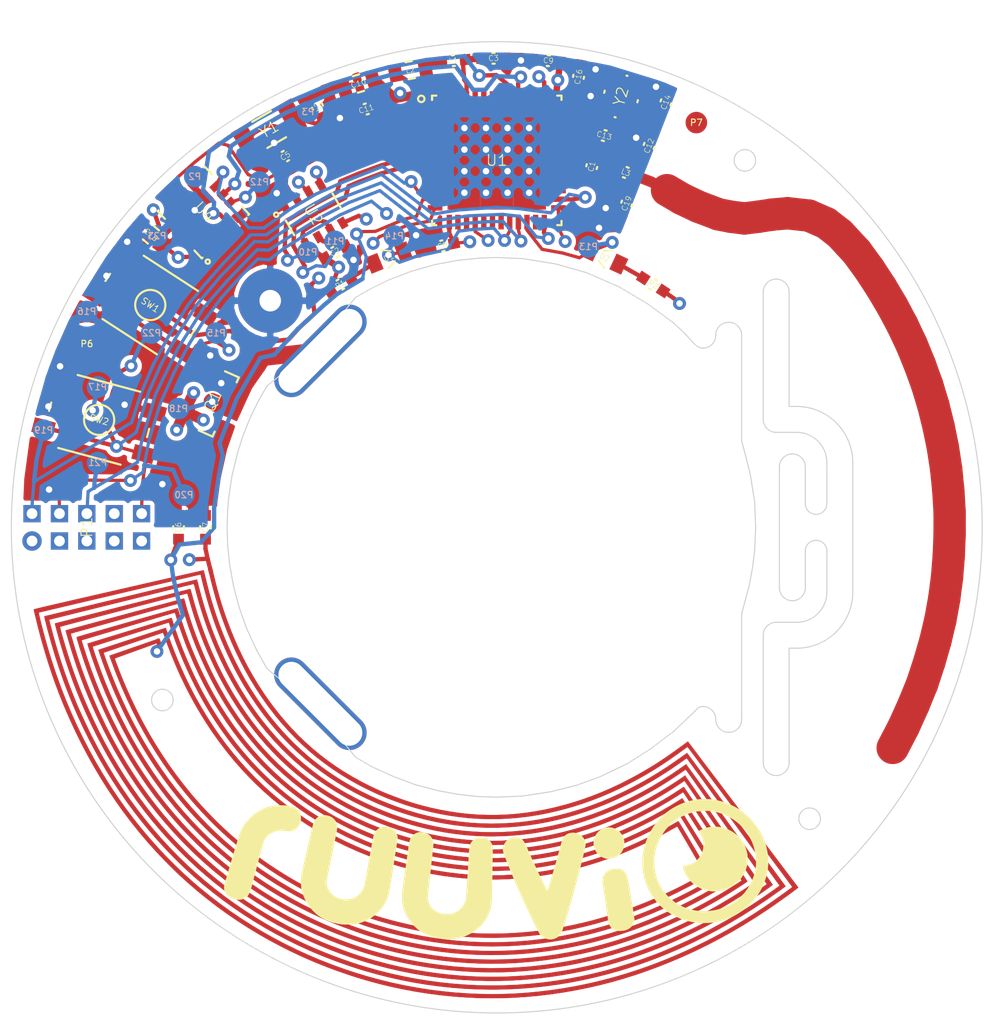
<source format=kicad_pcb>
(kicad_pcb (version 4) (host pcbnew "(2016-01-28 BZR 6518)-product")
  (layers (0 F.Cu signal) (1 In1.Cu signal) (2 In2.Cu signal) (31 B.Cu signal) (34 B.Paste user) (35 F.Paste user) (36 B.SilkS user) (37 F.SilkS user) (38 B.Mask user) (39 F.Mask user) (44 Edge.Cuts user))
  (net 0 "")
  (net 1 VDD)
  (net 2 GND)
  (net 3 "Net-(C3-Pad1)")
  (net 4 "Net-(C4-Pad2)")
  (net 5 "Net-(C5-Pad2)")
  (net 6 "Net-(C6-Pad2)")
  (net 7 "Net-(C7-Pad1)")
  (net 8 "Net-(C11-Pad2)")
  (net 9 "Net-(C12-Pad2)")
  (net 10 "Net-(C13-Pad2)")
  (net 11 /XC1)
  (net 12 /ANTENNA)
  (net 13 /XC2)
  (net 14 /LED1)
  (net 15 "Net-(D1-Pad2)")
  (net 16 "Net-(D2-Pad2)")
  (net 17 "Net-(L1-Pad1)")
  (net 18 "Net-(L2-Pad1)")
  (net 19 /SWDIO)
  (net 20 /SWDCLK)
  (net 21 /SWO)
  (net 22 /RESET)
  (net 23 /BUTTON1)
  (net 24 /SPI_ACC_CS)
  (net 25 /SPI_HUMI_CS)
  (net 26 /ACC_INT1)
  (net 27 /SPI_MOSI)
  (net 28 /SPI_MISO)
  (net 29 /SPI_SCK)
  (net 30 "Net-(P18-Pad1)")
  (net 31 /LED2)
  (net 32 "Net-(C1-Pad1)")
  (net 33 "Net-(P10-Pad1)")
  (net 34 "Net-(P11-Pad1)")
  (module RuuviTag:0402_RES (layer F.Cu) (at 109.55 84.7 327)
    (fp_text reference R2 (at 0 0 327) (layer F.SilkS) (effects (font (size 0.25 0.25) (thickness 0.025))))
    (fp_text value 470)
    (pad 1 smd rect (at -0.55 0 327) (size 0.5 0.5) (layers F.Cu F.Paste F.Mask) (net 16 "Net-(D2-Pad2)"))
    (pad 2 smd rect (at 0.55 0 327) (size 0.5 0.5) (layers F.Cu F.Paste F.Mask) (net 1 VDD))
  )
  (module RuuviTag:0402_RES (layer F.Cu) (at 95.05 84.7 212)
    (fp_text reference R1 (at 0 0 212) (layer F.SilkS) (effects (font (size 0.25 0.25) (thickness 0.025))))
    (fp_text value 470)
    (pad 1 smd rect (at -0.55 0 212) (size 0.5 0.5) (layers F.Cu F.Paste F.Mask) (net 15 "Net-(D1-Pad2)"))
    (pad 2 smd rect (at 0.55 0 212) (size 0.5 0.5) (layers F.Cu F.Paste F.Mask) (net 1 VDD))
  )
  (module RuuviTag:0402_IND (layer F.Cu) (at 108.28 79.51 340)
    (fp_text reference L3 (at 0 0 340) (layer F.SilkS) (effects (font (size 0.25 0.25) (thickness 0.025))))
    (fp_text value 3n9)
    (pad 1 smd rect (at -0.55 0 340) (size 0.5 0.5) (layers F.Cu F.Paste F.Mask) (net 32 "Net-(C1-Pad1)"))
    (pad 2 smd rect (at 0.55 0 340) (size 0.5 0.5) (layers F.Cu F.Paste F.Mask) (net 12 /ANTENNA))
  )
  (module RuuviTag:0603_IND (layer F.Cu) (at 98.29 74.77 11)
    (fp_text reference L2 (at 0 0 11) (layer F.SilkS) (effects (font (size 0.25 0.25) (thickness 0.025))))
    (fp_text value 10u)
    (pad 1 smd rect (at -0.7 0 11) (size 0.6 0.8) (layers F.Cu F.Paste F.Mask) (net 18 "Net-(L2-Pad1)"))
    (pad 2 smd rect (at 0.7 0 11) (size 0.6 0.8) (layers F.Cu F.Paste F.Mask) (net 17 "Net-(L1-Pad1)"))
  )
  (module RuuviTag:0402_IND (layer F.Cu) (at 100.29 74.33 5)
    (fp_text reference L1 (at 0 0 5) (layer F.SilkS) (effects (font (size 0.25 0.25) (thickness 0.025))))
    (fp_text value 15n)
    (pad 1 smd rect (at -0.55 0 5) (size 0.5 0.5) (layers F.Cu F.Paste F.Mask) (net 17 "Net-(L1-Pad1)"))
    (pad 2 smd rect (at 0.55 0 5) (size 0.5 0.5) (layers F.Cu F.Paste F.Mask) (net 3 "Net-(C3-Pad1)"))
  )
  (module RuuviTag:0402_CAP (layer F.Cu) (at 108.32 80.95 249)
    (fp_text reference C19 (at 0 0 249) (layer F.SilkS) (effects (font (size 0.25 0.25) (thickness 0.025))))
    (fp_text value NA)
    (pad 1 smd rect (at -0.55 0 249) (size 0.5 0.5) (layers F.Cu F.Paste F.Mask) (net 12 /ANTENNA))
    (pad 2 smd rect (at 0.55 0 249) (size 0.5 0.5) (layers F.Cu F.Paste F.Mask) (net 2 GND))
  )
  (module RuuviTag:0603_CAP (layer F.Cu) (at 86.27 82.4 140)
    (fp_text reference C18 (at 0 0 140) (layer F.SilkS) (effects (font (size 0.25 0.25) (thickness 0.025))))
    (fp_text value 4u7)
    (pad 1 smd rect (at -0.7 0 140) (size 0.6 0.8) (layers F.Cu F.Paste F.Mask) (net 1 VDD))
    (pad 2 smd rect (at 0.7 0 140) (size 0.6 0.8) (layers F.Cu F.Paste F.Mask) (net 2 GND))
  )
  (module RuuviTag:0402_CAP (layer F.Cu) (at 106.09 75.08 259.5)
    (fp_text reference C16 (at 0 0 259.5) (layer F.SilkS) (effects (font (size 0.25 0.25) (thickness 0.025))))
    (fp_text value 12p)
    (pad 1 smd rect (at -0.55 0 259.5) (size 0.5 0.5) (layers F.Cu F.Paste F.Mask) (net 2 GND))
    (pad 2 smd rect (at 0.55 0 259.5) (size 0.5 0.5) (layers F.Cu F.Paste F.Mask) (net 13 /XC2))
  )
  (module RuuviTag:0402_CAP (layer F.Cu) (at 110.14 76.26 248.5)
    (fp_text reference C14 (at 0 0 248.5) (layer F.SilkS) (effects (font (size 0.25 0.25) (thickness 0.025))))
    (fp_text value 12p)
    (pad 1 smd rect (at -0.55 0 248.5) (size 0.5 0.5) (layers F.Cu F.Paste F.Mask) (net 2 GND))
    (pad 2 smd rect (at 0.55 0 248.5) (size 0.5 0.5) (layers F.Cu F.Paste F.Mask) (net 11 /XC1))
  )
  (module RuuviTag:0402_CAP (layer F.Cu) (at 107.28 77.8 165)
    (fp_text reference C13 (at 0 0 165) (layer F.SilkS) (effects (font (size 0.25 0.25) (thickness 0.025))))
    (fp_text value 100p)
    (pad 1 smd rect (at -0.55 0 165) (size 0.5 0.5) (layers F.Cu F.Paste F.Mask) (net 2 GND))
    (pad 2 smd rect (at 0.55 0 165) (size 0.5 0.5) (layers F.Cu F.Paste F.Mask) (net 10 "Net-(C13-Pad2)"))
  )
  (module RuuviTag:0402_CAP (layer F.Cu) (at 109.36 78.28 248.5)
    (fp_text reference C12 (at 0 0 248.5) (layer F.SilkS) (effects (font (size 0.25 0.25) (thickness 0.025))))
    (fp_text value NA)
    (pad 1 smd rect (at -0.55 0 248.5) (size 0.5 0.5) (layers F.Cu F.Paste F.Mask) (net 2 GND))
    (pad 2 smd rect (at 0.55 0 248.5) (size 0.5 0.5) (layers F.Cu F.Paste F.Mask) (net 9 "Net-(C12-Pad2)"))
  )
  (module RuuviTag:0402_CAP (layer F.Cu) (at 96.25 76.57 17)
    (fp_text reference C11 (at 0 0 17) (layer F.SilkS) (effects (font (size 0.25 0.25) (thickness 0.025))))
    (fp_text value 100n)
    (pad 1 smd rect (at -0.55 0 17) (size 0.5 0.5) (layers F.Cu F.Paste F.Mask) (net 2 GND))
    (pad 2 smd rect (at 0.55 0 17) (size 0.5 0.5) (layers F.Cu F.Paste F.Mask) (net 8 "Net-(C11-Pad2)"))
  )
  (module RuuviTag:0603_CAP (layer F.Cu) (at 95.89 75.39 17)
    (fp_text reference C10 (at 0 0 17) (layer F.SilkS) (effects (font (size 0.25 0.25) (thickness 0.025))))
    (fp_text value 4u7)
    (pad 1 smd rect (at -0.7 0 17) (size 0.6 0.8) (layers F.Cu F.Paste F.Mask) (net 2 GND))
    (pad 2 smd rect (at 0.7 0 17) (size 0.6 0.8) (layers F.Cu F.Paste F.Mask) (net 1 VDD))
  )
  (module RuuviTag:0402_CAP (layer F.Cu) (at 104.69 74.33 354)
    (fp_text reference C9 (at 0 0 354) (layer F.SilkS) (effects (font (size 0.25 0.25) (thickness 0.025))))
    (fp_text value 100n)
    (pad 1 smd rect (at -0.55 0 354) (size 0.5 0.5) (layers F.Cu F.Paste F.Mask) (net 2 GND))
    (pad 2 smd rect (at 0.55 0 354) (size 0.5 0.5) (layers F.Cu F.Paste F.Mask) (net 1 VDD))
  )
  (module RuuviTag:0402_CAP (layer F.Cu) (at 99.78 82.91 12)
    (fp_text reference C8 (at 0 0 12) (layer F.SilkS) (effects (font (size 0.25 0.25) (thickness 0.025))))
    (fp_text value 100n)
    (pad 1 smd rect (at -0.55 0 12) (size 0.5 0.5) (layers F.Cu F.Paste F.Mask) (net 2 GND))
    (pad 2 smd rect (at 0.55 0 12) (size 0.5 0.5) (layers F.Cu F.Paste F.Mask) (net 1 VDD))
  )
  (module RuuviTag:0402_CAP (layer F.Cu) (at 88.8 95.95 90)
    (fp_text reference C7 (at 0 0 90) (layer F.SilkS) (effects (font (size 0.25 0.25) (thickness 0.025))))
    (fp_text value NFCTUN2)
    (pad 1 smd rect (at -0.55 0 90) (size 0.5 0.5) (layers F.Cu F.Paste F.Mask) (net 7 "Net-(C7-Pad1)"))
    (pad 2 smd rect (at 0.55 0 90) (size 0.5 0.5) (layers F.Cu F.Paste F.Mask) (net 2 GND))
  )
  (module RuuviTag:0402_CAP (layer F.Cu) (at 87.55 95.95 270)
    (fp_text reference C6 (at 0 0 270) (layer F.SilkS) (effects (font (size 0.25 0.25) (thickness 0.025))))
    (fp_text value NFCTUN1)
    (pad 1 smd rect (at -0.55 0 270) (size 0.5 0.5) (layers F.Cu F.Paste F.Mask) (net 2 GND))
    (pad 2 smd rect (at 0.55 0 270) (size 0.5 0.5) (layers F.Cu F.Paste F.Mask) (net 6 "Net-(C6-Pad2)"))
  )
  (module RuuviTag:0402_CAP (layer F.Cu) (at 92.5 78.75 30)
    (fp_text reference C5 (at 0 0 30) (layer F.SilkS) (effects (font (size 0.25 0.25) (thickness 0.025))))
    (fp_text value 12p)
    (pad 1 smd rect (at -0.55 0 30) (size 0.5 0.5) (layers F.Cu F.Paste F.Mask) (net 2 GND))
    (pad 2 smd rect (at 0.55 0 30) (size 0.5 0.5) (layers F.Cu F.Paste F.Mask) (net 5 "Net-(C5-Pad2)"))
  )
  (module RuuviTag:0402_CAP (layer F.Cu) (at 93.99 76.46 293)
    (fp_text reference C4 (at 0 0 293) (layer F.SilkS) (effects (font (size 0.25 0.25) (thickness 0.025))))
    (fp_text value 12p)
    (pad 1 smd rect (at -0.55 0 293) (size 0.5 0.5) (layers F.Cu F.Paste F.Mask) (net 2 GND))
    (pad 2 smd rect (at 0.55 0 293) (size 0.5 0.5) (layers F.Cu F.Paste F.Mask) (net 4 "Net-(C4-Pad2)"))
  )
  (module RuuviTag:0402_CAP (layer F.Cu) (at 102.15 74.22 1)
    (fp_text reference C3 (at 0 0 1) (layer F.SilkS) (effects (font (size 0.25 0.25) (thickness 0.025))))
    (fp_text value 1u)
    (pad 1 smd rect (at -0.55 0 1) (size 0.5 0.5) (layers F.Cu F.Paste F.Mask) (net 3 "Net-(C3-Pad1)"))
    (pad 2 smd rect (at 0.55 0 1) (size 0.5 0.5) (layers F.Cu F.Paste F.Mask) (net 2 GND))
  )
  (module RuuviTag:0402_CAP (layer F.Cu) (at 94.8 83.2 30)
    (fp_text reference C2 (at 0 0 30) (layer F.SilkS) (effects (font (size 0.25 0.25) (thickness 0.025))))
    (fp_text value 100n)
    (pad 1 smd rect (at -0.55 0 30) (size 0.5 0.5) (layers F.Cu F.Paste F.Mask) (net 1 VDD))
    (pad 2 smd rect (at 0.55 0 30) (size 0.5 0.5) (layers F.Cu F.Paste F.Mask) (net 2 GND))
  )
  (module RuuviTag:0402_CAP (layer F.Cu) (at 106.7 79.24 75)
    (fp_text reference C1 (at 0 0 75) (layer F.SilkS) (effects (font (size 0.25 0.25) (thickness 0.025))))
    (fp_text value 0p8)
    (pad 1 smd rect (at -0.55 0 75) (size 0.5 0.5) (layers F.Cu F.Paste F.Mask) (net 32 "Net-(C1-Pad1)"))
    (pad 2 smd rect (at 0.55 0 75) (size 0.5 0.5) (layers F.Cu F.Paste F.Mask) (net 2 GND))
  )
  (module RuuviTag:BME280 (layer F.Cu) (at 93.8 81.45 120)
    (fp_text reference U2 (at 0 0 120) (layer F.SilkS) (effects (font (size 0.5 0.5) (thickness 0.05))))
    (fp_text value BME280)
    (pad 1 smd rect (at 1.025 -0.975 120) (size 0.5 0.35) (layers F.Cu F.Paste F.Mask) (net 2 GND))
    (pad 2 smd rect (at 1.025 -0.325 120) (size 0.5 0.35) (layers F.Cu F.Paste F.Mask) (net 25 /SPI_HUMI_CS))
    (pad 3 smd rect (at 1.025 0.325 120) (size 0.5 0.35) (layers F.Cu F.Paste F.Mask) (net 27 /SPI_MOSI))
    (pad 4 smd rect (at 1.025 0.975 120) (size 0.5 0.35) (layers F.Cu F.Paste F.Mask) (net 29 /SPI_SCK))
    (pad 5 smd rect (at -1.025 0.975 120) (size 0.5 0.35) (layers F.Cu F.Paste F.Mask) (net 28 /SPI_MISO))
    (pad 6 smd rect (at -1.025 0.325 120) (size 0.5 0.35) (layers F.Cu F.Paste F.Mask) (net 1 VDD))
    (pad 7 smd rect (at -1.025 -0.325 120) (size 0.5 0.35) (layers F.Cu F.Paste F.Mask) (net 2 GND))
    (pad 8 smd rect (at -1.025 -0.975 120) (size 0.5 0.35) (layers F.Cu F.Paste F.Mask) (net 1 VDD))
  )
  (module RuuviTag:TEST_POINT_SMD_1MM (layer B.Cu) (at 94.8 82.7)
    (fp_text reference P11 (at 0 0) (layer B.SilkS) (effects (font (size 0.3 0.3) (thickness 0.05)) (justify mirror)))
    (fp_text value TP)
    (pad 1 smd circle (at 0 0) (size 1 1) (layers B.Cu B.Mask) (net 34 "Net-(P11-Pad1)"))
  )
  (module RuuviTag:TEST_POINT_SMD_1MM (layer B.Cu) (at 93.55 83.2)
    (fp_text reference P10 (at 0 0) (layer B.SilkS) (effects (font (size 0.3 0.3) (thickness 0.05)) (justify mirror)))
    (fp_text value TP)
    (pad 1 smd circle (at 0 0) (size 1 1) (layers B.Cu B.Mask) (net 33 "Net-(P10-Pad1)"))
  )
  (module RuuviTag:LGA16_3X3MM (layer F.Cu) (at 88.7 81.37 133)
    (fp_text reference U4 (at 0 0.05 133) (layer F.SilkS) (effects (font (size 0.5 0.5) (thickness 0.05))))
    (fp_text value LIS3DH)
    (pad 1 smd rect (at -1.225 -1 133) (size 0.45 0.35) (layers F.Cu F.Paste F.Mask) (net 1 VDD))
    (pad 2 smd rect (at -1.225 -0.5 133) (size 0.45 0.35) (layers F.Cu F.Paste F.Mask))
    (pad 3 smd rect (at -1.225 0 133) (size 0.45 0.35) (layers F.Cu F.Paste F.Mask))
    (pad 4 smd rect (at -1.225 0.5 133) (size 0.45 0.35) (layers F.Cu F.Paste F.Mask) (net 29 /SPI_SCK))
    (pad 5 smd rect (at -1.225 1 133) (size 0.45 0.35) (layers F.Cu F.Paste F.Mask) (net 2 GND))
    (pad 6 smd rect (at -0.5 1.225 223) (size 0.45 0.35) (layers F.Cu F.Paste F.Mask) (net 27 /SPI_MOSI))
    (pad 7 smd rect (at 0 1.225 223) (size 0.45 0.35) (layers F.Cu F.Paste F.Mask) (net 28 /SPI_MISO))
    (pad 8 smd rect (at 0.5 1.225 223) (size 0.45 0.35) (layers F.Cu F.Paste F.Mask) (net 24 /SPI_ACC_CS))
    (pad 9 smd rect (at 1.225 1 133) (size 0.45 0.35) (layers F.Cu F.Paste F.Mask))
    (pad 10 smd rect (at 1.225 0.5 133) (size 0.45 0.35) (layers F.Cu F.Paste F.Mask) (net 2 GND))
    (pad 11 smd rect (at 1.225 0 133) (size 0.45 0.35) (layers F.Cu F.Paste F.Mask) (net 26 /ACC_INT1))
    (pad 12 smd rect (at 1.225 -0.5 133) (size 0.45 0.35) (layers F.Cu F.Paste F.Mask) (net 2 GND))
    (pad 13 smd rect (at 1.225 -1 133) (size 0.45 0.35) (layers F.Cu F.Paste F.Mask) (net 2 GND))
    (pad 14 smd rect (at 0.5 -1.225 223) (size 0.45 0.35) (layers F.Cu F.Paste F.Mask) (net 1 VDD))
    (pad 15 smd rect (at 0 -1.225 223) (size 0.45 0.35) (layers F.Cu F.Paste F.Mask) (net 1 VDD))
    (pad 16 smd rect (at -0.5 -1.225 223) (size 0.45 0.35) (layers F.Cu F.Paste F.Mask) (net 2 GND))
  )
  (module RuuviTag:SOT-23 (layer F.Cu) (at 89.14 90.11 246)
    (fp_text reference Q1 (at 0 0 246) (layer F.SilkS) (effects (font (size 0.5 0.5) (thickness 0.05))))
    (fp_text value Q_PMOS_GSD)
    (pad 1 smd rect (at -0.95 1.00076 246) (size 0.8001 0.8001) (layers F.Cu F.Paste F.Mask) (net 2 GND))
    (pad 2 smd rect (at 0.95 1.00076 246) (size 0.8001 0.8001) (layers F.Cu F.Paste F.Mask) (net 1 VDD))
    (pad 3 smd rect (at 0 -0.99822 246) (size 0.8001 0.8001) (layers F.Cu F.Paste F.Mask) (net 30 "Net-(P18-Pad1)"))
  )
  (module RuuviTag:NFC_RUUVITAG_REVB2 (layer F.Cu) (at 97.47 109.16 340)
    (fp_text reference P4 hide)
    (fp_text value NFC hide)
    (fp_poly (pts (xy 11.759304 -7.75829) (xy 11.762521 -7.756196) (xy 11.76911 -7.751921) (xy 11.779365 -7.745277) (xy 11.793579 -7.736072) (xy 11.812046 -7.724117) (xy 11.835062 -7.709221) (xy 11.862918 -7.691194) (xy 11.895911 -7.669846) (xy 11.934333 -7.644987) (xy 11.97848 -7.616427) (xy 12.028643 -7.583975) (xy 12.085119 -7.547441) (xy 12.148201 -7.506636) (xy 12.218182 -7.461368) (xy 12.295358 -7.411448) (xy 12.380021 -7.356686) (xy 12.472466 -7.296891) (xy 12.572988 -7.231873) (xy 12.681879 -7.161442) (xy 12.799435 -7.085408) (xy 12.925949 -7.003581) (xy 13.061715 -6.91577) (xy 13.207027 -6.821786) (xy 13.362179 -6.721437) (xy 13.527466 -6.614535) (xy 13.703181 -6.500888) (xy 13.889619 -6.380307) (xy 14.087072 -6.252601) (xy 14.295837 -6.11758) (xy 14.516205 -5.975055) (xy 14.748472 -5.824834) (xy 14.992932 -5.666728) (xy 15.249878 -5.500547) (xy 15.519605 -5.326099) (xy 15.802407 -5.143196) (xy 16.098577 -4.951647) (xy 16.40841 -4.751262) (xy 16.696267 -4.56509) (xy 16.851359 -4.464786) (xy 17.004778 -4.365569) (xy 17.155753 -4.267937) (xy 17.303513 -4.172389) (xy 17.447288 -4.079422) (xy 17.586307 -3.989536) (xy 17.719798 -3.903228) (xy 17.846992 -3.820996) (xy 17.967116 -3.74334) (xy 18.079401 -3.670756) (xy 18.183076 -3.603745) (xy 18.277369 -3.542803) (xy 18.361511 -3.488429) (xy 18.434729 -3.441122) (xy 18.496253 -3.40138) (xy 18.545313 -3.369701) (xy 18.581138 -3.346583) (xy 18.588567 -3.341793) (xy 18.648445 -3.303153) (xy 18.703874 -3.267306) (xy 18.753231 -3.235307) (xy 18.794895 -3.208212) (xy 18.827242 -3.187076) (xy 18.84865 -3.172955) (xy 18.857495 -3.166903) (xy 18.857557 -3.166851) (xy 18.855316 -3.157868) (xy 18.843962 -3.136047) (xy 18.824162 -3.102372) (xy 18.796583 -3.057827) (xy 18.761894 -3.003397) (xy 18.72076 -2.940067) (xy 18.673849 -2.868821) (xy 18.621829 -2.790644) (xy 18.565367 -2.70652) (xy 18.50513 -2.617435) (xy 18.441786 -2.524371) (xy 18.376001 -2.428315) (xy 18.308443 -2.330251) (xy 18.239779 -2.231163) (xy 18.170676 -2.132035) (xy 18.101803 -2.033854) (xy 18.033825 -1.937602) (xy 17.96741 -1.844265) (xy 17.903226 -1.754827) (xy 17.861797 -1.697566) (xy 17.468919 -1.170499) (xy 17.065134 -0.656354) (xy 16.650457 -0.155147) (xy 16.224904 0.333107) (xy 15.788488 0.808392) (xy 15.341226 1.270691) (xy 14.883132 1.71999) (xy 14.414222 2.156271) (xy 13.934511 2.57952) (xy 13.444013 2.989721) (xy 13.165666 3.212908) (xy 12.712328 3.560985) (xy 12.248267 3.897762) (xy 11.774401 4.222724) (xy 11.291652 4.535356) (xy 10.800939 4.835143) (xy 10.303183 5.121571) (xy 9.799304 5.394124) (xy 9.290221 5.652288) (xy 8.776856 5.895548) (xy 8.260127 6.12339) (xy 7.740955 6.335297) (xy 7.2644 6.514851) (xy 6.703213 6.70886) (xy 6.136136 6.887044) (xy 5.563534 7.049314) (xy 4.985771 7.195581) (xy 4.403211 7.325757) (xy 3.816219 7.439753) (xy 3.225159 7.537479) (xy 2.8575 7.589769) (xy 2.50291 7.633937) (xy 2.145039 7.672373) (xy 1.787197 7.70482) (xy 1.432694 7.731025) (xy 1.084839 7.750731) (xy 0.746944 7.763684) (xy 0.541867 7.768243) (xy 0.465805 7.769442) (xy 0.386839 7.770703) (xy 0.308788 7.771964) (xy 0.235476 7.773162) (xy 0.170722 7.774236) (xy 0.118348 7.775124) (xy 0.110067 7.775267) (xy 0.066855 7.775707) (xy 0.009525 7.77582) (xy -0.059112 7.775623) (xy -0.136246 7.775137) (xy -0.219064 7.77438) (xy -0.304756 7.773372) (xy -0.39051 7.772131) (xy -0.4191 7.771661) (xy -1.005094 7.753503) (xy -1.590559 7.719018) (xy -2.17489 7.668339) (xy -2.757482 7.601599) (xy -3.337732 7.518932) (xy -3.915035 7.420472) (xy -4.488785 7.306352) (xy -5.058379 7.176705) (xy -5.623211 7.031666) (xy -6.182677 6.871367) (xy -6.736173 6.695942) (xy -7.283094 6.505526) (xy -7.822834 6.300251) (xy -8.354791 6.080251) (xy -8.636 5.956542) (xy -9.178709 5.703557) (xy -9.713671 5.435733) (xy -10.240945 5.153027) (xy -10.760592 4.855395) (xy -11.272669 4.542794) (xy -11.777236 4.215179) (xy -12.274354 3.872506) (xy -12.76408 3.514733) (xy -13.246476 3.141815) (xy -13.721599 2.753709) (xy -14.189509 2.35037) (xy -14.650266 1.931755) (xy -15.103929 1.49782) (xy -15.550557 1.048522) (xy -15.990211 0.583816) (xy -16.129481 0.4318) (xy -16.442232 0.08031) (xy -16.752986 -0.283972) (xy -17.062312 -0.661767) (xy -17.370785 -1.053798) (xy -17.678976 -1.460787) (xy -17.987456 -1.883457) (xy -18.194694 -2.175933) (xy -18.22409 -2.21821) (xy -18.259424 -2.269536) (xy -18.299729 -2.328472) (xy -18.344039 -2.393577) (xy -18.391389 -2.46341) (xy -18.440812 -2.536531) (xy -18.491343 -2.611498) (xy -18.542014 -2.686871) (xy -18.591861 -2.76121) (xy -18.639918 -2.833074) (xy -18.685217 -2.901021) (xy -18.726793 -2.963612) (xy -18.763681 -3.019406) (xy -18.794914 -3.066962) (xy -18.819526 -3.104839) (xy -18.836551 -3.131596) (xy -18.845023 -3.145794) (xy -18.84503 -3.145808) (xy -18.845113 -3.147554) (xy -18.843675 -3.150189) (xy -18.840345 -3.153955) (xy -18.834751 -3.159097) (xy -18.82652 -3.165857) (xy -18.815282 -3.174478) (xy -18.800663 -3.185204) (xy -18.782293 -3.198277) (xy -18.759799 -3.213941) (xy -18.73281 -3.232439) (xy -18.700953 -3.254014) (xy -18.663857 -3.278909) (xy -18.62115 -3.307368) (xy -18.57246 -3.339633) (xy -18.517415 -3.375947) (xy -18.455644 -3.416554) (xy -18.386774 -3.461697) (xy -18.310434 -3.511619) (xy -18.226251 -3.566563) (xy -18.133855 -3.626772) (xy -18.032872 -3.69249) (xy -17.922932 -3.763959) (xy -17.803661 -3.841422) (xy -17.67469 -3.925124) (xy -17.535645 -4.015306) (xy -17.386154 -4.112213) (xy -17.225847 -4.216086) (xy -17.05435 -4.32717) (xy -16.871293 -4.445708) (xy -16.676303 -4.571942) (xy -16.469008 -4.706115) (xy -16.249037 -4.848472) (xy -16.016018 -4.999255) (xy -15.769578 -5.158706) (xy -15.509347 -5.32707) (xy -15.468236 -5.353667) (xy -15.249484 -5.495183) (xy -15.034286 -5.634386) (xy -14.82308 -5.770994) (xy -14.616303 -5.904723) (xy -14.414394 -6.035292) (xy -14.217789 -6.162416) (xy -14.026929 -6.285813) (xy -13.842249 -6.405201) (xy -13.664188 -6.520296) (xy -13.493184 -6.630815) (xy -13.329674 -6.736476) (xy -13.174097 -6.836996) (xy -13.026891 -6.932092) (xy -12.888493 -7.021481) (xy -12.759341 -7.10488) (xy -12.639873 -7.182007) (xy -12.530527 -7.252577) (xy -12.431741 -7.31631) (xy -12.343953 -7.372921) (xy -12.2676 -7.422128) (xy -12.203121 -7.463648) (xy -12.150953 -7.497199) (xy -12.111535 -7.522496) (xy -12.085303 -7.539258) (xy -12.072697 -7.547202) (xy -12.071585 -7.547846) (xy -12.064217 -7.541832) (xy -12.048371 -7.52233) (xy -12.024625 -7.49016) (xy -11.99356 -7.44614) (xy -11.955756 -7.391089) (xy -11.911793 -7.325827) (xy -11.872139 -7.266154) (xy -11.728741 -7.051135) (xy -11.591233 -6.849045) (xy -11.457994 -6.657634) (xy -11.327401 -6.474657) (xy -11.197831 -6.297864) (xy -11.067663 -6.12501) (xy -10.935274 -5.953846) (xy -10.817047 -5.804586) (xy -10.508987 -5.430254) (xy -10.192822 -5.066715) (xy -9.869389 -4.714802) (xy -9.539527 -4.375347) (xy -9.204071 -4.049183) (xy -8.863861 -3.737142) (xy -8.519733 -3.440058) (xy -8.172525 -3.158761) (xy -8.094133 -3.097784) (xy -7.706064 -2.807785) (xy -7.314565 -2.534312) (xy -6.919422 -2.277264) (xy -6.520421 -2.036542) (xy -6.117347 -1.812047) (xy -5.709985 -1.603678) (xy -5.298121 -1.411335) (xy -4.881539 -1.234919) (xy -4.460025 -1.074329) (xy -4.033365 -0.929467) (xy -3.601343 -0.800231) (xy -3.163744 -0.686523) (xy -2.720355 -0.588242) (xy -2.678936 -0.579906) (xy -2.21213 -0.495358) (xy -1.741723 -0.427216) (xy -1.268348 -0.375489) (xy -0.792635 -0.340188) (xy -0.315216 -0.321321) (xy 0.163276 -0.318898) (xy 0.642212 -0.33293) (xy 1.120958 -0.363426) (xy 1.598884 -0.410395) (xy 2.075357 -0.473847) (xy 2.265798 -0.503912) (xy 2.714769 -0.586117) (xy 3.157726 -0.683636) (xy 3.594891 -0.79657) (xy 4.026481 -0.925018) (xy 4.452717 -1.06908) (xy 4.873818 -1.228854) (xy 5.290003 -1.404441) (xy 5.701493 -1.59594) (xy 6.108506 -1.803451) (xy 6.511261 -2.027073) (xy 6.90998 -2.266906) (xy 7.30488 -2.523049) (xy 7.696182 -2.795602) (xy 8.084105 -3.084665) (xy 8.261646 -3.22334) (xy 8.576116 -3.480617) (xy 8.890149 -3.753451) (xy 9.202459 -4.040487) (xy 9.511761 -4.340369) (xy 9.816769 -4.651742) (xy 10.116197 -4.973252) (xy 10.408759 -5.303542) (xy 10.69317 -5.641258) (xy 10.968145 -5.985045) (xy 11.232396 -6.333546) (xy 11.300232 -6.4262) (xy 11.368349 -6.520475) (xy 11.435547 -6.614627) (xy 11.50385 -6.711548) (xy 11.575281 -6.814127) (xy 11.651868 -6.925254) (xy 11.733212 -7.044266) (xy 11.769888 -7.097611) (xy 11.803804 -7.145998) (xy 11.833736 -7.187754) (xy 11.858459 -7.221208) (xy 11.876751 -7.244686) (xy 11.887387 -7.256515) (xy 11.889339 -7.257595) (xy 11.8967 -7.252864) (xy 11.917632 -7.239133) (xy 11.951592 -7.216763) (xy 11.998038 -7.186111) (xy 12.056428 -7.147539) (xy 12.126221 -7.101405) (xy 12.206873 -7.048067) (xy 12.297843 -6.987886) (xy 12.398588 -6.921221) (xy 12.508568 -6.848431) (xy 12.627239 -6.769874) (xy 12.75406 -6.685911) (xy 12.888488 -6.596901) (xy 13.029981 -6.503203) (xy 13.177998 -6.405175) (xy 13.331996 -6.303178) (xy 13.491433 -6.197571) (xy 13.655768 -6.088713) (xy 13.824457 -5.976962) (xy 13.996959 -5.862679) (xy 14.172732 -5.746223) (xy 14.351234 -5.627952) (xy 14.531922 -5.508227) (xy 14.714256 -5.387406) (xy 14.897691 -5.265848) (xy 15.081687 -5.143913) (xy 15.265702 -5.02196) (xy 15.449193 -4.900349) (xy 15.631618 -4.779438) (xy 15.812435 -4.659587) (xy 15.991102 -4.541155) (xy 16.167077 -4.424501) (xy 16.339819 -4.309985) (xy 16.508784 -4.197965) (xy 16.67343 -4.088802) (xy 16.833217 -3.982854) (xy 16.987601 -3.88048) (xy 17.136041 -3.78204) (xy 17.277994 -3.687893) (xy 17.412918 -3.598399) (xy 17.540272 -3.513916) (xy 17.659513 -3.434803) (xy 17.770099 -3.361421) (xy 17.871488 -3.294128) (xy 17.963138 -3.233283) (xy 18.044507 -3.179246) (xy 18.115053 -3.132376) (xy 18.174234 -3.093032) (xy 18.221507 -3.061573) (xy 18.256331 -3.03836) (xy 18.278164 -3.02375) (xy 18.286462 -3.018104) (xy 18.286507 -3.018068) (xy 18.283145 -3.01017) (xy 18.270881 -2.989665) (xy 18.25056 -2.957789) (xy 18.22303 -2.915779) (xy 18.189137 -2.864873) (xy 18.14973 -2.806309) (xy 18.105653 -2.741322) (xy 18.057755 -2.67115) (xy 18.006883 -2.59703) (xy 17.953882 -2.520199) (xy 17.8996 -2.441895) (xy 17.844884 -2.363354) (xy 17.790581 -2.285814) (xy 17.737538 -2.210512) (xy 17.686601 -2.138685) (xy 17.638618 -2.071569) (xy 17.637562 -2.0701) (xy 17.253584 -1.548951) (xy 16.860808 -1.042119) (xy 16.458919 -0.549264) (xy 16.047602 -0.070046) (xy 15.626542 0.395873) (xy 15.195424 0.848832) (xy 14.753933 1.289171) (xy 14.301753 1.717228) (xy 13.838571 2.133344) (xy 13.36407 2.537856) (xy 13.335 2.561959) (xy 12.87887 2.929192) (xy 12.413338 3.283611) (xy 11.938993 3.62488) (xy 11.456423 3.95266) (xy 10.966216 4.266616) (xy 10.46896 4.56641) (xy 9.965245 4.851705) (xy 9.455659 5.122165) (xy 8.940789 5.377452) (xy 8.421225 5.61723) (xy 7.897556 5.841161) (xy 7.370368 6.048909) (xy 7.0231 6.17617) (xy 6.463639 6.366119) (xy 5.899391 6.53984) (xy 5.330496 6.697304) (xy 4.757098 6.838483) (xy 4.179339 6.963349) (xy 3.597361 7.071872) (xy 3.011307 7.164025) (xy 2.421319 7.239779) (xy 1.827538 7.299106) (xy 1.230108 7.341976) (xy 1.185333 7.344517) (xy 0.905322 7.357742) (xy 0.61248 7.367076) (xy 0.310448 7.372545) (xy 0.00287 7.37417) (xy -0.306611 7.371974) (xy -0.614351 7.365982) (xy -0.916708 7.356215) (xy -1.210039 7.342697) (xy -1.456267 7.327821) (xy -2.034496 7.280454) (xy -2.611932 7.216826) (xy -3.187781 7.137117) (xy -3.761245 7.041506) (xy -4.331528 6.930174) (xy -4.897834 6.803299) (xy -5.459367 6.661062) (xy -6.015329 6.503641) (xy -6.564925 6.331216) (xy -7.107359 6.143966) (xy -7.641833 5.942072) (xy -7.691967 5.922215) (xy -8.048994 5.775606) (xy -8.413181 5.617068) (xy -8.781393 5.448117) (xy -9.150494 5.27027) (xy -9.517351 5.085042) (xy -9.878828 4.893951) (xy -10.231791 4.698511) (xy -10.287 4.66709) (xy -10.783295 4.374609) (xy -11.271137 4.069004) (xy -11.751116 3.749839) (xy -12.223825 3.416678) (xy -12.689855 3.069082) (xy -13.149797 2.706615) (xy -13.604243 2.328839) (xy -14.053784 1.935319) (xy -14.350775 1.664259) (xy -14.785816 1.250393) (xy -15.210585 0.82544) (xy -15.625584 0.388817) (xy -16.031315 -0.060057) (xy -16.428278 -0.521766) (xy -16.816975 -0.996892) (xy -17.197907 -1.486018) (xy -17.571576 -1.989726) (xy -17.925075 -2.4892) (xy -17.995224 -2.59077) (xy -18.056109 -2.679313) (xy -18.108245 -2.755622) (xy -18.152147 -2.820492) (xy -18.18833 -2.87472) (xy -18.217311 -2.919099) (xy -18.239605 -2.954424) (xy -18.255726 -2.981491) (xy -18.266191 -3.001095) (xy -18.271516 -3.01403) (xy -18.272215 -3.021091) (xy -18.271003 -3.022661) (xy -18.264313 -3.026997) (xy -18.24656 -3.038679) (xy -18.217633 -3.05778) (xy -18.177422 -3.084375) (xy -18.125815 -3.118536) (xy -18.062701 -3.160337) (xy -17.987971 -3.209852) (xy -17.901512 -3.267154) (xy -17.803214 -3.332317) (xy -17.692967 -3.405415) (xy -17.570659 -3.48652) (xy -17.436179 -3.575706) (xy -17.289417 -3.673048) (xy -17.130262 -3.778617) (xy -16.958602 -3.892489) (xy -16.774328 -4.014737) (xy -16.577328 -4.145433) (xy -16.367491 -4.284652) (xy -16.144707 -4.432467) (xy -15.908864 -4.588952) (xy -15.659852 -4.75418) (xy -15.39756 -4.928224) (xy -15.121877 -5.111159) (xy -14.832692 -5.303058) (xy -14.529894 -5.503994) (xy -14.213373 -5.714041) (xy -13.883018 -5.933273) (xy -13.538717 -6.161762) (xy -13.37417 -6.270962) (xy -13.247373 -6.355102) (xy -13.12439 -6.436694) (xy -13.005963 -6.515246) (xy -12.892834 -6.590269) (xy -12.785743 -6.66127) (xy -12.685432 -6.72776) (xy -12.592642 -6.789246) (xy -12.508114 -6.845238) (xy -12.43259 -6.895245) (xy -12.36681 -6.938775) (xy -12.311517 -6.975338) (xy -12.267451 -7.004443) (xy -12.235353 -7.025599) (xy -12.215966 -7.038314) (xy -12.210004 -7.042133) (xy -12.202954 -7.036802) (xy -12.19047 -7.020853) (xy -12.180471 -7.005884) (xy -12.161725 -6.976983) (xy -12.134579 -6.93621) (xy -12.10039 -6.885532) (xy -12.060512 -6.826916) (xy -12.016303 -6.762331) (xy -11.969117 -6.693744) (xy -11.920311 -6.623124) (xy -11.87124 -6.552438) (xy -11.823261 -6.483654) (xy -11.777729 -6.41874) (xy -11.736001 -6.359663) (xy -11.711378 -6.325072) (xy -11.492668 -6.025242) (xy -11.271064 -5.734127) (xy -11.044037 -5.448617) (xy -10.809062 -5.165601) (xy -10.563611 -4.881971) (xy -10.307707 -4.5974) (xy -10.264792 -4.551245) (xy -10.211577 -4.495193) (xy -10.149761 -4.430952) (xy -10.081042 -4.36023) (xy -10.007118 -4.284734) (xy -9.929688 -4.206172) (xy -9.850449 -4.126253) (xy -9.771099 -4.046684) (xy -9.693337 -3.969174) (xy -9.618861 -3.89543) (xy -9.549368 -3.82716) (xy -9.486558 -3.766072) (xy -9.432128 -3.713875) (xy -9.389389 -3.673764) (xy -9.016179 -3.339376) (xy -8.636971 -3.020086) (xy -8.251983 -2.716034) (xy -7.861433 -2.42736) (xy -7.465539 -2.154204) (xy -7.06452 -1.896706) (xy -6.658592 -1.655007) (xy -6.247974 -1.429246) (xy -5.832885 -1.219563) (xy -5.413541 -1.026098) (xy -4.995843 -0.85125) (xy -4.58798 -0.696606) (xy -4.180305 -0.557287) (xy -3.770558 -0.432662) (xy -3.356478 -0.322105) (xy -2.935805 -0.224985) (xy -2.506277 -0.140675) (xy -2.331883 -0.110464) (xy -1.85834 -0.039862) (xy -1.380781 0.014698) (xy -0.900421 0.053184) (xy -0.418474 0.075563) (xy 0.063847 0.081802) (xy 0.545329 0.071868) (xy 1.024756 0.045728) (xy 1.500917 0.00335) (xy 1.5748 -0.004725) (xy 2.04305 -0.064762) (xy 2.502477 -0.139024) (xy 2.953726 -0.227698) (xy 3.397444 -0.330973) (xy 3.834276 -0.449035) (xy 4.26487 -0.582073) (xy 4.689872 -0.730273) (xy 5.109927 -0.893823) (xy 5.525683 -1.072911) (xy 5.937785 -1.267724) (xy 5.952067 -1.274788) (xy 6.372578 -1.492417) (xy 6.787687 -1.725957) (xy 7.197074 -1.975167) (xy 7.600414 -2.239804) (xy 7.997388 -2.519628) (xy 8.387671 -2.814395) (xy 8.770942 -3.123863) (xy 9.14688 -3.447792) (xy 9.515161 -3.785938) (xy 9.875464 -4.13806) (xy 10.17222 -4.445) (xy 10.533742 -4.840007) (xy 10.882614 -5.244153) (xy 11.217995 -5.656394) (xy 11.539044 -6.075686) (xy 11.84492 -6.500984) (xy 11.942132 -6.6421) (xy 11.96787 -6.679854) (xy 11.990092 -6.712416) (xy 12.007125 -6.737336) (xy 12.017293 -6.752165) (xy 12.019398 -6.755192) (xy 12.02653 -6.750874) (xy 12.046843 -6.737546) (xy 12.079534 -6.715752) (xy 12.123804 -6.686035) (xy 12.178849 -6.648938) (xy 12.243868 -6.605003) (xy 12.318061 -6.554773) (xy 12.400625 -6.498792) (xy 12.49076 -6.437602) (xy 12.587662 -6.371746) (xy 12.690532 -6.301767) (xy 12.798567 -6.228208) (xy 12.910966 -6.151612) (xy 12.981015 -6.103844) (xy 13.228604 -5.934963) (xy 13.463006 -5.775079) (xy 13.68502 -5.623645) (xy 13.895447 -5.480115) (xy 14.095088 -5.343943) (xy 14.284743 -5.214583) (xy 14.465213 -5.091489) (xy 14.637299 -4.974115) (xy 14.801801 -4.861914) (xy 14.95952 -4.754342) (xy 15.111256 -4.650851) (xy 15.25781 -4.550897) (xy 15.399983 -4.453932) (xy 15.538575 -4.35941) (xy 15.674387 -4.266787) (xy 15.808219 -4.175514) (xy 15.940873 -4.085048) (xy 16.073148 -3.994841) (xy 16.205845 -3.904347) (xy 16.339765 -3.813021) (xy 16.475709 -3.720316) (xy 16.614477 -3.625686) (xy 16.641233 -3.60744) (xy 16.761876 -3.52516) (xy 16.878724 -3.445443) (xy 16.991011 -3.368815) (xy 17.097969 -3.295801) (xy 17.198829 -3.226926) (xy 17.292824 -3.162715) (xy 17.379185 -3.103693) (xy 17.457144 -3.050384) (xy 17.525934 -3.003316) (xy 17.584787 -2.963011) (xy 17.632934 -2.929995) (xy 17.669608 -2.904793) (xy 17.69404 -2.887931) (xy 17.705463 -2.879933) (xy 17.706226 -2.879353) (xy 17.703435 -2.870696) (xy 17.691344 -2.849489) (xy 17.670709 -2.816807) (xy 17.642287 -2.773724) (xy 17.606835 -2.721313) (xy 17.565109 -2.660649) (xy 17.517867 -2.592806) (xy 17.465865 -2.518857) (xy 17.409859 -2.439877) (xy 17.350607 -2.356938) (xy 17.288866 -2.271117) (xy 17.225391 -2.183485) (xy 17.16094 -2.095118) (xy 17.09627 -2.007089) (xy 17.032136 -1.920473) (xy 17.003226 -1.881669) (xy 16.6238 -1.386626) (xy 16.233147 -0.902769) (xy 15.831659 -0.430479) (xy 15.419726 0.029863) (xy 14.997741 0.477873) (xy 14.566096 0.913171) (xy 14.125183 1.335375) (xy 13.675395 1.744102) (xy 13.217122 2.138972) (xy 12.750757 2.519602) (xy 12.276692 2.88561) (xy 11.795319 3.236615) (xy 11.628966 3.353227) (xy 11.227759 3.624283) (xy 10.816008 3.888179) (xy 10.395541 4.143942) (xy 9.968185 4.390598) (xy 9.535768 4.627174) (xy 9.100116 4.852697) (xy 8.663057 5.066193) (xy 8.226418 5.266688) (xy 7.792026 5.45321) (xy 7.374466 5.619892) (xy 6.823125 5.822523) (xy 6.267258 6.008861) (xy 5.707044 6.178879) (xy 5.142662 6.332552) (xy 4.574289 6.469855) (xy 4.002105 6.590759) (xy 3.426286 6.695241) (xy 2.847011 6.783273) (xy 2.264459 6.854829) (xy 1.678808 6.909884) (xy 1.090235 6.948412) (xy 0.498919 6.970386) (xy -0.094962 6.975781) (xy -0.69123 6.964569) (xy -1.289706 6.936726) (xy -1.528233 6.921029) (xy -2.098388 6.872064) (xy -2.669442 6.806463) (xy -3.240345 6.724409) (xy -3.810044 6.626087) (xy -4.377487 6.511681) (xy -4.941624 6.381376) (xy -5.501401 6.235354) (xy -5.596467 6.208865) (xy -6.136373 6.048717) (xy -6.669955 5.873706) (xy -7.197778 5.683588) (xy -7.720408 5.47812) (xy -8.23841 5.25706) (xy -8.752349 5.020164) (xy -9.262791 4.76719) (xy -9.770301 4.497895) (xy -10.275444 4.212036) (xy -10.358967 4.163047) (xy -10.841974 3.868884) (xy -11.320141 3.558785) (xy -11.792994 3.233175) (xy -12.26006 2.892478) (xy -12.720866 2.537119) (xy -13.17494 2.167522) (xy -13.621808 1.784112) (xy -14.060997 1.387312) (xy -14.492034 0.977549) (xy -14.914447 0.555245) (xy -15.327762 0.120827) (xy -15.731506 -0.325283) (xy -16.125207 -0.782659) (xy -16.508391 -1.250876) (xy -16.785164 -1.604433) (xy -16.847658 -1.68626) (xy -16.912654 -1.772215) (xy -16.979422 -1.86128) (xy -17.047233 -1.952434) (xy -17.115359 -2.04466) (xy -17.183069 -2.136938) (xy -17.249636 -2.22825) (xy -17.314329 -2.317578) (xy -17.37642 -2.403902) (xy -17.435179 -2.486204) (xy -17.489878 -2.563465) (xy -17.539787 -2.634665) (xy -17.584176 -2.698787) (xy -17.622318 -2.754812) (xy -17.653482 -2.801721) (xy -17.676939 -2.838495) (xy -17.691961 -2.864115) (xy -17.697818 -2.877562) (xy -17.697557 -2.879215) (xy -17.689977 -2.884539) (xy -17.66913 -2.898905) (xy -17.63574 -2.921818) (xy -17.590532 -2.952783) (xy -17.534232 -2.991305) (xy -17.467563 -3.036888) (xy -17.391252 -3.089038) (xy -17.306022 -3.147259) (xy -17.212598 -3.211057) (xy -17.111705 -3.279936) (xy -17.004069 -3.353401) (xy -16.890414 -3.430957) (xy -16.771464 -3.512108) (xy -16.647944 -3.596361) (xy -16.52058 -3.683219) (xy -16.505767 -3.69332) (xy -16.208566 -3.895983) (xy -15.899746 -4.106583) (xy -15.581669 -4.323508) (xy -15.2567 -4.545144) (xy -14.927202 -4.76988) (xy -14.59554 -4.996102) (xy -14.264077 -5.2222) (xy -13.935178 -5.446559) (xy -13.611205 -5.667569) (xy -13.294523 -5.883616) (xy -12.987496 -6.093088) (xy -12.851042 -6.186189) (xy -12.769471 -6.241793) (xy -12.69185 -6.294601) (xy -12.619333 -6.343837) (xy -12.553075 -6.388721) (xy -12.49423 -6.428473) (xy -12.443952 -6.462316) (xy -12.403395 -6.489469) (xy -12.373714 -6.509155) (xy -12.356063 -6.520594) (xy -12.351509 -6.523269) (xy -12.342154 -6.517961) (xy -12.324904 -6.499039) (xy -12.300524 -6.467443) (xy -12.269776 -6.424113) (xy -12.263967 -6.415641) (xy -11.972327 -6.001145) (xy -11.668764 -5.594337) (xy -11.354135 -5.196148) (xy -11.029297 -4.807511) (xy -10.695107 -4.429355) (xy -10.352421 -4.062612) (xy -10.002097 -3.708212) (xy -9.644991 -3.367087) (xy -9.281961 -3.040166) (xy -8.913862 -2.728382) (xy -8.741833 -2.589314) (xy -8.347568 -2.285547) (xy -7.947105 -1.997133) (xy -7.540645 -1.724184) (xy -7.128388 -1.466811) (xy -6.710534 -1.225127) (xy -6.287283 -0.999241) (xy -5.858835 -0.789267) (xy -5.42539 -0.595315) (xy -4.987147 -0.417498) (xy -4.580467 -0.268448) (xy -4.150423 -0.127507) (xy -3.712079 -0.000953) (xy -3.266224 0.111115) (xy -2.813648 0.208597) (xy -2.355139 0.291392) (xy -1.891488 0.359402) (xy -1.423483 0.412526) (xy -0.951913 0.450664) (xy -0.477569 0.473717) (xy -0.00124 0.481586) (xy 0.476286 0.474169) (xy 0.954218 0.451369) (xy 1.058333 0.444349) (xy 1.544056 0.40185) (xy 2.023562 0.343703) (xy 2.496978 0.269859) (xy 2.964432 0.180271) (xy 3.426049 0.074891) (xy 3.881958 -0.046329) (xy 4.332284 -0.183436) (xy 4.777156 -0.33648) (xy 5.2167 -0.505506) (xy 5.651042 -0.690564) (xy 6.080311 -0.8917) (xy 6.504633 -1.108964) (xy 6.924135 -1.342402) (xy 7.338944 -1.592063) (xy 7.749187 -1.857994) (xy 8.15499 -2.140244) (xy 8.402795 -2.32224) (xy 8.777709 -2.612766) (xy 9.148249 -2.918964) (xy 9.513549 -3.239942) (xy 9.872746 -3.574805) (xy 10.224976 -3.922661) (xy 10.569374 -4.282617) (xy 10.905075 -4.653778) (xy 11.231215 -5.035253) (xy 11.546931 -5.426147) (xy 11.851356 -5.825568) (xy 12.027256 -6.067573) (xy 12.155036 -6.246579) (xy 12.289935 -6.151682) (xy 12.307483 -6.139339) (xy 12.338325 -6.117648) (xy 12.381904 -6.087) (xy 12.437662 -6.047788) (xy 12.505043 -6.000402) (xy 12.58349 -5.945235) (xy 12.672444 -5.882679) (xy 12.771349 -5.813126) (xy 12.879647 -5.736968) (xy 12.996781 -5.654596) (xy 13.122194 -5.566402) (xy 13.255328 -5.472778) (xy 13.395627 -5.374117) (xy 13.542534 -5.270809) (xy 13.695489 -5.163248) (xy 13.853938 -5.051824) (xy 14.017322 -4.93693) (xy 14.185083 -4.818957) (xy 14.356666 -4.698297) (xy 14.531512 -4.575343) (xy 14.6685 -4.479012) (xy 14.845215 -4.354742) (xy 15.018966 -4.232553) (xy 15.189202 -4.112832) (xy 15.355375 -3.995966) (xy 15.516933 -3.882342) (xy 15.673328 -3.772346) (xy 15.824008 -3.666365) (xy 15.968424 -3.564787) (xy 16.106027 -3.467998) (xy 16.236265 -3.376386) (xy 16.358589 -3.290336) (xy 16.47245 -3.210236) (xy 16.577296 -3.136473) (xy 16.672579 -3.069433) (xy 16.757748 -3.009504) (xy 16.832253 -2.957072) (xy 16.895544 -2.912525) (xy 16.947071 -2.876249) (xy 16.986284 -2.848631) (xy 17.012634 -2.830057) (xy 17.024051 -2.821994) (xy 17.135935 -2.742748) (xy 17.019326 -2.579991) (xy 16.756942 -2.219546) (xy 16.495816 -1.872697) (xy 16.23354 -1.536506) (xy 15.967707 -1.208036) (xy 15.695911 -0.884352) (xy 15.415744 -0.562515) (xy 15.1248 -0.23959) (xy 14.918757 -0.017007) (xy 14.877157 0.026897) (xy 14.825031 0.080988) (xy 14.763994 0.143651) (xy 14.695664 0.21327) (xy 14.621654 0.28823) (xy 14.543582 0.366915) (xy 14.463063 0.447709) (xy 14.381713 0.528998) (xy 14.301147 0.609165) (xy 14.222982 0.686594) (xy 14.148833 0.759671) (xy 14.080316 0.826779) (xy 14.019046 0.886303) (xy 13.966641 0.936627) (xy 13.936282 0.965341) (xy 13.51821 1.348506) (xy 13.098433 1.715542) (xy 12.675914 2.067243) (xy 12.249616 2.4044) (xy 11.818501 2.727805) (xy 11.381533 3.03825) (xy 10.937674 3.336528) (xy 10.485887 3.62343) (xy 10.334648 3.715888) (xy 9.93072 3.953862) (xy 9.517848 4.184176) (xy 9.098482 4.405624) (xy 8.67507 4.616999) (xy 8.250062 4.817095) (xy 7.825907 5.004707) (xy 7.405053 5.178627) (xy 7.209366 5.25519) (xy 6.670164 5.453224) (xy 6.125351 5.63536) (xy 5.575275 5.80155) (xy 5.020283 5.951747) (xy 4.46072 6.085903) (xy 3.896934 6.203972) (xy 3.329272 6.305905) (xy 2.75808 6.391656) (xy 2.183705 6.461177) (xy 1.606493 6.51442) (xy 1.026791 6.551339) (xy 0.444947 6.571886) (xy -0.138694 6.576014) (xy -0.723785 6.563675) (xy -1.309978 6.534822) (xy -1.8542 6.493272) (xy -2.415136 6.435005) (xy -2.974606 6.360735) (xy -3.531837 6.270662) (xy -4.086054 6.164989) (xy -4.63648 6.043916) (xy -5.182342 5.907644) (xy -5.722863 5.756376) (xy -6.25727 5.590312) (xy -6.784787 5.409653) (xy -7.304639 5.214601) (xy -7.816051 5.005357) (xy -8.1534 4.857409) (xy -8.678031 4.612131) (xy -9.193849 4.353088) (xy -9.701121 4.080094) (xy -10.200113 3.792965) (xy -10.691089 3.491518) (xy -11.174316 3.175567) (xy -11.650058 2.844929) (xy -12.118582 2.49942) (xy -12.580154 2.138855) (xy -13.035037 1.76305) (xy -13.483499 1.371821) (xy -13.925805 0.964983) (xy -14.33706 0.567305) (xy -14.701713 0.198936) (xy -15.052149 -0.170132) (xy -15.39094 -0.542814) (xy -15.720657 -0.922024) (xy -16.04387 -1.310678) (xy -16.363151 -1.711691) (xy -16.477317 -1.859242) (xy -16.520906 -1.916305) (xy -16.568514 -1.979181) (xy -16.619188 -2.04657) (xy -16.671976 -2.117172) (xy -16.725926 -2.189688) (xy -16.780086 -2.262818) (xy -16.833504 -2.335262) (xy -16.885228 -2.40572) (xy -16.934305 -2.472894) (xy -16.979784 -2.535484) (xy -17.020713 -2.592189) (xy -17.056139 -2.64171) (xy -17.085111 -2.682748) (xy -17.106675 -2.714003) (xy -17.119882 -2.734175) (xy -17.123834 -2.741766) (xy -17.11727 -2.747672) (xy -17.099109 -2.76157) (xy -17.071641 -2.781769) (xy -17.03716 -2.806576) (xy -17.009534 -2.826159) (xy -16.87295 -2.922395) (xy -16.730543 -3.022701) (xy -16.582881 -3.12668) (xy -16.43053 -3.233932) (xy -16.274059 -3.34406) (xy -16.114034 -3.456664) (xy -15.951022 -3.571347) (xy -15.785592 -3.68771) (xy -15.61831 -3.805354) (xy -15.449743 -3.923881) (xy -15.28046 -4.042894) (xy -15.111027 -4.161992) (xy -14.942012 -4.280779) (xy -14.773982 -4.398855) (xy -14.607504 -4.515823) (xy -14.443146 -4.631283) (xy -14.281475 -4.744838) (xy -14.123059 -4.856089) (xy -13.968464 -4.964637) (xy -13.818259 -5.070084) (xy -13.673009 -5.172033) (xy -13.533284 -5.270083) (xy -13.39965 -5.363838) (xy -13.272674 -5.452898) (xy -13.152924 -5.536866) (xy -13.040967 -5.615342) (xy -12.937371 -5.687929) (xy -12.842702 -5.754227) (xy -12.757529 -5.813839) (xy -12.682418 -5.866367) (xy -12.617936 -5.911411) (xy -12.564652 -5.948574) (xy -12.523133 -5.977456) (xy -12.493945 -5.99766) (xy -12.477657 -6.008788) (xy -12.47424 -6.010967) (xy -12.46739 -6.004242) (xy -12.452525 -5.985735) (xy -12.431265 -5.957593) (xy -12.405228 -5.921961) (xy -12.376032 -5.880983) (xy -12.374033 -5.878144) (xy -12.138763 -5.552931) (xy -11.889023 -5.225561) (xy -11.626721 -4.898189) (xy -11.353761 -4.572972) (xy -11.072051 -4.252066) (xy -10.783495 -3.937628) (xy -10.49 -3.631813) (xy -10.193472 -3.336778) (xy -9.895816 -3.054679) (xy -9.804277 -2.970796) (xy -9.426734 -2.637976) (xy -9.041875 -2.319057) (xy -8.650137 -2.014321) (xy -8.251959 -1.724046) (xy -7.847779 -1.448511) (xy -7.438034 -1.187997) (xy -7.023162 -0.942783) (xy -6.603602 -0.713148) (xy -6.179792 -0.499371) (xy -5.752169 -0.301732) (xy -5.364415 -0.137889) (xy -4.928768 0.029761) (xy -4.490196 0.181875) (xy -4.047858 0.31865) (xy -3.600914 0.440288) (xy -3.148522 0.546987) (xy -2.689841 0.638947) (xy -2.224031 0.716367) (xy -1.75025 0.779448) (xy -1.303867 0.82523) (xy -1.063701 0.844442) (xy -0.826156 0.859292) (xy -0.587412 0.869913) (xy -0.343649 0.876441) (xy -0.091049 0.879011) (xy 0.174209 0.87776) (xy 0.1778 0.877718) (xy 0.29305 0.876275) (xy 0.394179 0.874735) (xy 0.483996 0.872996) (xy 0.565314 0.870956) (xy 0.640943 0.868512) (xy 0.713695 0.865562) (xy 0.78638 0.862003) (xy 0.861811 0.857735) (xy 0.942798 0.852653) (xy 1.032153 0.846657) (xy 1.032933 0.846603) (xy 1.528842 0.804509) (xy 2.018271 0.746781) (xy 2.501356 0.673374) (xy 2.978235 0.584242) (xy 3.449044 0.479338) (xy 3.913919 0.358616) (xy 4.372998 0.222031) (xy 4.826416 0.069536) (xy 5.274312 -0.098914) (xy 5.716821 -0.283367) (xy 6.15408 -0.483868) (xy 6.586225 -0.700463) (xy 7.013394 -0.933198) (xy 7.435723 -1.18212) (xy 7.853349 -1.447274) (xy 7.874 -1.460887) (xy 8.174535 -1.66487) (xy 8.477573 -1.881323) (xy 8.778973 -2.107138) (xy 9.074596 -2.339208) (xy 9.360302 -2.574427) (xy 9.381066 -2.591983) (xy 9.711776 -2.880386) (xy 10.041101 -3.183886) (xy 10.367337 -3.500651) (xy 10.688777 -3.828848) (xy 11.003718 -4.166644) (xy 11.310454 -4.512207) (xy 11.607278 -4.863702) (xy 11.892487 -5.219298) (xy 12.164375 -5.577163) (xy 12.186523 -5.607227) (xy 12.278412 -5.732268) (xy 12.317756 -5.703979) (xy 12.345139 -5.684232) (xy 12.384599 -5.655689) (xy 12.435498 -5.618815) (xy 12.497196 -5.574073) (xy 12.569056 -5.521929) (xy 12.650439 -5.462848) (xy 12.740707 -5.397292) (xy 12.83922 -5.325729) (xy 12.945341 -5.248621) (xy 13.058431 -5.166433) (xy 13.177851 -5.07963) (xy 13.302964 -4.988677) (xy 13.43313 -4.894038) (xy 13.567712 -4.796178) (xy 13.70607 -4.695561) (xy 13.847566 -4.592651) (xy 13.991563 -4.487914) (xy 14.13742 -4.381814) (xy 14.2845 -4.274816) (xy 14.432165 -4.167383) (xy 14.579775 -4.059981) (xy 14.726693 -3.953074) (xy 14.87228 -3.847127) (xy 15.015897 -3.742604) (xy 15.156906 -3.63997) (xy 15.294668 -3.53969) (xy 15.428546 -3.442227) (xy 15.5579 -3.348047) (xy 15.682092 -3.257614) (xy 15.800484 -3.171393) (xy 15.912437 -3.089848) (xy 16.017312 -3.013444) (xy 16.114472 -2.942645) (xy 16.203277 -2.877916) (xy 16.283089 -2.819722) (xy 16.353271 -2.768526) (xy 16.413182 -2.724795) (xy 16.462185 -2.688991) (xy 16.499642 -2.66158) (xy 16.524913 -2.643027) (xy 16.537361 -2.633795) (xy 16.538587 -2.632837) (xy 16.542782 -2.6281) (xy 16.544634 -2.622403) (xy 16.543184 -2.614203) (xy 16.537475 -2.601959) (xy 16.526549 -2.584127) (xy 16.50945 -2.559164) (xy 16.48522 -2.525528) (xy 16.452902 -2.481676) (xy 16.411539 -2.426066) (xy 16.403983 -2.415928) (xy 16.140831 -2.068547) (xy 15.879465 -1.735049) (xy 15.617764 -1.41284) (xy 15.353607 -1.099326) (xy 15.084872 -0.791915) (xy 14.97835 -0.6731) (xy 14.802568 -0.481121) (xy 14.616564 -0.283087) (xy 14.422894 -0.081552) (xy 14.224116 0.120926) (xy 14.022784 0.321793) (xy 13.821456 0.518493) (xy 13.622687 0.70847) (xy 13.429034 0.889168) (xy 13.279966 1.02492) (xy 12.830078 1.418911) (xy 12.373158 1.797515) (xy 11.909118 2.160788) (xy 11.437868 2.508789) (xy 10.959319 2.841575) (xy 10.473382 3.159203) (xy 9.979966 3.461732) (xy 9.478983 3.749218) (xy 8.970344 4.02172) (xy 8.453958 4.279294) (xy 7.929737 4.521998) (xy 7.675033 4.633347) (xy 7.173519 4.839448) (xy 6.663208 5.031422) (xy 6.144887 5.209104) (xy 5.619341 5.372327) (xy 5.087357 5.520928) (xy 4.549719 5.65474) (xy 4.007215 5.773598) (xy 3.460629 5.877336) (xy 2.910748 5.965789) (xy 2.358358 6.038791) (xy 1.804244 6.096177) (xy 1.249192 6.137782) (xy 0.693988 6.163439) (xy 0.372533 6.170944) (xy -0.006294 6.173854) (xy -0.37231 6.170975) (xy -0.728663 6.162168) (xy -1.078507 6.147293) (xy -1.424991 6.126211) (xy -1.771266 6.098782) (xy -2.120484 6.064866) (xy -2.188634 6.057546) (xy -2.740139 5.98944) (xy -3.289654 5.905704) (xy -3.836309 5.806565) (xy -4.379233 5.692254) (xy -4.917556 5.562999) (xy -5.450408 5.419029) (xy -5.976918 5.260574) (xy -6.496217 5.087862) (xy -7.007434 4.901123) (xy -7.5097 4.700586) (xy -7.778141 4.586095) (xy -7.945926 4.511654) (xy -8.122452 4.43104) (xy -8.30456 4.345796) (xy -8.489093 4.257462) (xy -8.672893 4.167579) (xy -8.852804 4.077687) (xy -9.025666 3.989329) (xy -9.188324 3.904043) (xy -9.3091 3.838998) (xy -9.757255 3.587457) (xy -10.194801 3.327799) (xy -10.623051 3.059073) (xy -11.04332 2.78033) (xy -11.456919 2.49062) (xy -11.865162 2.188992) (xy -12.269363 1.874495) (xy -12.670835 1.546181) (xy -13.07089 1.203098) (xy -13.470842 0.844297) (xy -13.554843 0.766954) (xy -13.604647 0.720262) (xy -13.664676 0.662922) (xy -13.733395 0.596471) (xy -13.809267 0.522442) (xy -13.890758 0.442372) (xy -13.976332 0.357796) (xy -14.064452 0.27025) (xy -14.153584 0.181267) (xy -14.242191 0.092384) (xy -14.328738 0.005136) (xy -14.41169 -0.078941) (xy -14.489509 -0.158313) (xy -14.560662 -0.231444) (xy -14.623611 -0.2968) (xy -14.676822 -0.352843) (xy -14.703101 -0.381) (xy -14.973532 -0.67729) (xy -15.231725 -0.968646) (xy -15.48031 -1.258241) (xy -15.721914 -1.549249) (xy -15.959167 -1.844844) (xy -16.194698 -2.148198) (xy -16.431135 -2.462485) (xy -16.462455 -2.504824) (xy -16.493616 -2.547478) (xy -16.515509 -2.578765) (xy -16.529283 -2.600672) (xy -16.536085 -2.615184) (xy -16.537061 -2.624287) (xy -16.53429 -2.629139) (xy -16.524922 -2.636591) (xy -16.502633 -2.653379) (xy -16.468083 -2.679024) (xy -16.421931 -2.713048) (xy -16.364838 -2.754972) (xy -16.297464 -2.804317) (xy -16.220469 -2.860606) (xy -16.134512 -2.923359) (xy -16.040254 -2.992097) (xy -15.938355 -3.066343) (xy -15.829475 -3.145618) (xy -15.714274 -3.229443) (xy -15.593412 -3.317339) (xy -15.467549 -3.408829) (xy -15.337345 -3.503433) (xy -15.203461 -3.600673) (xy -15.066555 -3.700071) (xy -14.927288 -3.801147) (xy -14.786321 -3.903424) (xy -14.644313 -4.006423) (xy -14.501924 -4.109665) (xy -14.359815 -4.212672) (xy -14.218645 -4.314965) (xy -14.079074 -4.416065) (xy -13.941763 -4.515495) (xy -13.807371 -4.612775) (xy -13.676559 -4.707427) (xy -13.549986 -4.798973) (xy -13.428313 -4.886933) (xy -13.312199 -4.97083) (xy -13.202306 -5.050184) (xy -13.099291 -5.124518) (xy -13.003817 -5.193352) (xy -12.916542 -5.256209) (xy -12.838127 -5.312609) (xy -12.769232 -5.362074) (xy -12.710517 -5.404126) (xy -12.662641 -5.438286) (xy -12.626266 -5.464075) (xy -12.60205 -5.481015) (xy -12.590655 -5.488627) (xy -12.589822 -5.489013) (xy -12.583101 -5.480359) (xy -12.567989 -5.460246) (xy -12.546117 -5.430867) (xy -12.519116 -5.394411) (xy -12.488616 -5.353072) (xy -12.483924 -5.3467) (xy -12.212728 -4.988475) (xy -11.928746 -4.633002) (xy -11.633404 -4.281761) (xy -11.328129 -3.936233) (xy -11.014347 -3.597898) (xy -10.693483 -3.268238) (xy -10.366965 -2.948734) (xy -10.036217 -2.640865) (xy -9.702667 -2.346113) (xy -9.367741 -2.065958) (xy -9.179163 -1.915255) (xy -8.770325 -1.603889) (xy -8.357318 -1.308891) (xy -7.939975 -1.030177) (xy -7.518129 -0.767663) (xy -7.091615 -0.521263) (xy -6.660265 -0.290893) (xy -6.223913 -0.076467) (xy -5.782391 0.122098) (xy -5.335534 0.304888) (xy -4.883175 0.471987) (xy -4.425146 0.62348) (xy -3.961281 0.759453) (xy -3.8735 0.783265) (xy -3.413699 0.89797) (xy -2.946547 0.997872) (xy -2.473058 1.082889) (xy -1.994245 1.152941) (xy -1.511123 1.207948) (xy -1.024703 1.247829) (xy -0.536001 1.272503) (xy -0.04603 1.28189) (xy 0.444196 1.27591) (xy 0.933665 1.254481) (xy 1.421362 1.217524) (xy 1.4986 1.210219) (xy 1.99531 1.153885) (xy 2.485584 1.082018) (xy 2.969565 0.99456) (xy 3.4474 0.891455) (xy 3.919233 0.772647) (xy 4.385208 0.638079) (xy 4.845471 0.487694) (xy 5.300166 0.321436) (xy 5.749439 0.139247) (xy 6.193433 -0.058928) (xy 6.632295 -0.273146) (xy 7.066169 -0.503463) (xy 7.495199 -0.749937) (xy 7.919531 -1.012624) (xy 8.339309 -1.291581) (xy 8.754679 -1.586863) (xy 8.863062 -1.667132) (xy 9.230955 -1.950819) (xy 9.59623 -2.250217) (xy 9.957722 -2.564169) (xy 10.314268 -2.891516) (xy 10.664704 -3.231099) (xy 11.007868 -3.58176) (xy 11.342595 -3.942341) (xy 11.667723 -4.311682) (xy 11.982088 -4.688625) (xy 12.284527 -5.072013) (xy 12.292404 -5.082295) (xy 12.322952 -5.121693) (xy 12.35028 -5.155973) (xy 12.372643 -5.183024) (xy 12.388297 -5.200737) (xy 12.395468 -5.207) (xy 12.402976 -5.20199) (xy 12.42326 -5.18733) (xy 12.455583 -5.163572) (xy 12.499206 -5.131267) (xy 12.553391 -5.090968) (xy 12.6174 -5.043227) (xy 12.690496 -4.988597) (xy 12.77194 -4.927629) (xy 12.860994 -4.860876) (xy 12.95692 -4.78889) (xy 13.058981 -4.712224) (xy 13.166437 -4.631428) (xy 13.278552 -4.547057) (xy 13.394586 -4.459661) (xy 13.438422 -4.426626) (xy 13.571954 -4.325978) (xy 13.711966 -4.220446) (xy 13.856815 -4.111267) (xy 14.004856 -3.999682) (xy 14.154447 -3.886929) (xy 14.303941 -3.774248) (xy 14.451697 -3.662877) (xy 14.596068 -3.554057) (xy 14.735412 -3.449026) (xy 14.868084 -3.349023) (xy 14.992441 -3.255288) (xy 15.106838 -3.16906) (xy 15.20963 -3.091578) (xy 15.225545 -3.079582) (xy 15.977323 -2.512913) (xy 15.954228 -2.482006) (xy 15.864886 -2.364011) (xy 15.765864 -2.236057) (xy 15.65909 -2.100515) (xy 15.546494 -1.959753) (xy 15.430005 -1.816142) (xy 15.311552 -1.67205) (xy 15.193063 -1.529847) (xy 15.076468 -1.391903) (xy 14.963695 -1.260588) (xy 14.905532 -1.1938) (xy 14.806397 -1.081126) (xy 14.711992 -0.975057) (xy 14.620481 -0.873647) (xy 14.530031 -0.774947) (xy 14.438808 -0.677008) (xy 14.344976 -0.577882) (xy 14.246703 -0.475622) (xy 14.142154 -0.368278) (xy 14.029495 -0.253903) (xy 13.90689 -0.130549) (xy 13.864676 -0.08828) (xy 13.689417 0.085836) (xy 13.522722 0.248882) (xy 13.362397 0.402866) (xy 13.206247 0.549794) (xy 13.052079 0.691673) (xy 12.897698 0.830511) (xy 12.740911 0.968314) (xy 12.579523 1.107089) (xy 12.41134 1.248844) (xy 12.319 1.325619) (xy 11.87404 1.683401) (xy 11.419544 2.028031) (xy 10.956099 2.359149) (xy 10.484293 2.676394) (xy 10.004717 2.979407) (xy 9.517956 3.267827) (xy 9.024602 3.541294) (xy 8.52524 3.799449) (xy 8.020461 4.04193) (xy 7.510852 4.268378) (xy 7.509933 4.26877) (xy 6.998235 4.477821) (xy 6.479318 4.671655) (xy 5.953585 4.850179) (xy 5.421438 5.013297) (xy 4.883277 5.160915) (xy 4.339506 5.292938) (xy 3.790526 5.409273) (xy 3.236738 5.509824) (xy 2.678545 5.594497) (xy 2.116349 5.663197) (xy 1.550551 5.71583) (xy 1.274233 5.73559) (xy 1.171246 5.742098) (xy 1.076511 5.74775) (xy 0.987892 5.752605) (xy 0.903253 5.756719) (xy 0.820458 5.760151) (xy 0.73737 5.762958) (xy 0.651854 5.765197) (xy 0.561772 5.766927) (xy 0.46499 5.768204) (xy 0.359371 5.769087) (xy 0.242778 5.769633) (xy 0.113075 5.769899) (xy 0 5.76995) (xy -0.140144 5.769852) (xy -0.265522 5.769538) (xy -0.378299 5.768945) (xy -0.480641 5.768011) (xy -0.574716 5.766671) (xy -0.662688 5.764865) (xy -0.746724 5.762528) (xy -0.82899 5.759598) (xy -0.911652 5.756011) (xy -0.996876 5.751706) (xy -1.086829 5.74662) (xy -1.183675 5.740689) (xy -1.289582 5.73385) (xy -1.325033 5.731507) (xy -1.884225 5.686241) (xy -2.441167 5.624911) (xy -2.99525 5.547661) (xy -3.545864 5.454636) (xy -4.092397 5.345981) (xy -4.634239 5.221841) (xy -5.17078 5.082361) (xy -5.70141 4.927686) (xy -6.225517 4.75796) (xy -6.742491 4.57333) (xy -7.251722 4.373938) (xy -7.523761 4.259971) (xy -8.040758 4.029123) (xy -8.551658 3.782553) (xy -9.056138 3.520457) (xy -9.553874 3.243034) (xy -10.044544 2.950479) (xy -10.527823 2.642989) (xy -11.003388 2.320762) (xy -11.470916 1.983994) (xy -11.930083 1.632882) (xy -12.213167 1.405838) (xy -12.665509 1.025835) (xy -13.11006 0.631215) (xy -13.546054 0.222769) (xy -13.972724 -0.198713) (xy -14.389305 -0.632441) (xy -14.795032 -1.077624) (xy -15.189138 -1.533472) (xy -15.570858 -1.999195) (xy -15.818528 -2.315355) (xy -15.863452 -2.374099) (xy -15.898608 -2.420903) (xy -15.924845 -2.457019) (xy -15.943015 -2.483697) (xy -15.953968 -2.502187) (xy -15.958554 -2.513739) (xy -15.957625 -2.519604) (xy -15.957526 -2.519701) (xy -15.949722 -2.525791) (xy -15.92916 -2.541483) (xy -15.896552 -2.566239) (xy -15.852611 -2.599522) (xy -15.79805 -2.640794) (xy -15.733582 -2.689519) (xy -15.659919 -2.74516) (xy -15.577775 -2.807179) (xy -15.487862 -2.875039) (xy -15.390894 -2.948204) (xy -15.287582 -3.026136) (xy -15.178641 -3.108299) (xy -15.064783 -3.194154) (xy -14.94672 -3.283166) (xy -14.825166 -3.374796) (xy -14.700833 -3.468508) (xy -14.574435 -3.563765) (xy -14.446684 -3.66003) (xy -14.318293 -3.756765) (xy -14.189975 -3.853434) (xy -14.062443 -3.9495) (xy -13.93641 -4.044424) (xy -13.812588 -4.137671) (xy -13.691691 -4.228703) (xy -13.574431 -4.316984) (xy -13.461521 -4.401975) (xy -13.353675 -4.48314) (xy -13.251604 -4.559943) (xy -13.156022 -4.631845) (xy -13.067642 -4.698309) (xy -12.987176 -4.7588) (xy -12.915338 -4.812779) (xy -12.85284 -4.859709) (xy -12.800395 -4.899054) (xy -12.758716 -4.930276) (xy -12.728517 -4.952838) (xy -12.710509 -4.966204) (xy -12.705316 -4.969933) (xy -12.699428 -4.963563) (xy -12.685157 -4.94599) (xy -12.664329 -4.919523) (xy -12.638771 -4.886469) (xy -12.62328 -4.866216) (xy -12.34754 -4.514062) (xy -12.05836 -4.163362) (xy -11.75766 -3.816151) (xy -11.447358 -3.474468) (xy -11.129376 -3.14035) (xy -10.805632 -2.815833) (xy -10.478048 -2.502955) (xy -10.148541 -2.203754) (xy -9.956982 -2.03701) (xy -9.562096 -1.708991) (xy -9.160104 -1.395195) (xy -8.751389 -1.095837) (xy -8.336337 -0.811135) (xy -7.915331 -0.541306) (xy -7.488753 -0.286566) (xy -7.05699 -0.047132) (xy -6.620424 0.17678) (xy -6.179438 0.384951) (xy -5.734418 0.577167) (xy -5.285746 0.753209) (xy -4.833807 0.912862) (xy -4.5974 0.989406) (xy -4.122529 1.129572) (xy -3.641835 1.254042) (xy -3.155953 1.362771) (xy -2.665516 1.455719) (xy -2.171159 1.532842) (xy -1.673515 1.594097) (xy -1.173219 1.639441) (xy -0.670904 1.668833) (xy -0.167205 1.682229) (xy 0.337245 1.679587) (xy 0.841811 1.660864) (xy 1.34586 1.626017) (xy 1.848757 1.575004) (xy 2.349869 1.507781) (xy 2.573867 1.472356) (xy 3.062434 1.383373) (xy 3.543158 1.279536) (xy 4.016628 1.160672) (xy 4.483437 1.026607) (xy 4.944176 0.87717) (xy 5.399438 0.712187) (xy 5.849812 0.531487) (xy 5.960533 0.484343) (xy 6.41101 0.281182) (xy 6.856303 0.062013) (xy 7.296159 -0.172969) (xy 7.730329 -0.423574) (xy 8.15856 -0.68961) (xy 8.580603 -0.970883) (xy 8.996206 -1.267202) (xy 9.405119 -1.578375) (xy 9.80709 -1.90421) (xy 10.201868 -2.244515) (xy 10.589203 -2.599097) (xy 10.968843 -2.967764) (xy 11.340538 -3.350325) (xy 11.704037 -3.746588) (xy 12.059088 -4.15636) (xy 12.123577 -4.233333) (xy 12.161841 -4.279437) (xy 12.203829 -4.330362) (xy 12.248003 -4.384211) (xy 12.292823 -4.439084) (xy 12.336748 -4.493083) (xy 12.378239 -4.544309) (xy 12.415755 -4.590863) (xy 12.447757 -4.630846) (xy 12.472705 -4.66236) (xy 12.489059 -4.683505) (xy 12.49298 -4.688818) (xy 12.49964 -4.683857) (xy 12.518894 -4.669032) (xy 12.550007 -4.64492) (xy 12.59224 -4.612097) (xy 12.644858 -4.57114) (xy 12.707122 -4.522625) (xy 12.778295 -4.467128) (xy 12.857641 -4.405226) (xy 12.944423 -4.337494) (xy 13.037903 -4.26451) (xy 13.137344 -4.18685) (xy 13.242009 -4.10509) (xy 13.351161 -4.019806) (xy 13.464063 -3.931575) (xy 13.579978 -3.840973) (xy 13.698169 -3.748576) (xy 13.817898 -3.654961) (xy 13.938429 -3.560705) (xy 14.059024 -3.466382) (xy 14.178947 -3.372571) (xy 14.297459 -3.279847) (xy 14.413825 -3.188786) (xy 14.527307 -3.099966) (xy 14.637168 -3.013961) (xy 14.742671 -2.93135) (xy 14.843078 -2.852707) (xy 14.937653 -2.778609) (xy 15.025659 -2.709634) (xy 15.106358 -2.646356) (xy 15.179014 -2.589353) (xy 15.242888 -2.5392) (xy 15.297245 -2.496474) (xy 15.341347 -2.461752) (xy 15.360134 -2.446931) (xy 15.399835 -2.415582) (xy 15.255076 -2.234374) (xy 14.881405 -1.778914) (xy 14.49693 -1.334407) (xy 14.102186 -0.901349) (xy 13.697707 -0.480235) (xy 13.284027 -0.071561) (xy 12.86168 0.324178) (xy 12.431202 0.706486) (xy 11.993125 1.074868) (xy 11.547984 1.428827) (xy 11.096314 1.767868) (xy 10.638648 2.091496) (xy 10.4648 2.209309) (xy 9.986962 2.519548) (xy 9.504076 2.813632) (xy 9.016032 3.091602) (xy 8.522718 3.353501) (xy 8.024023 3.599372) (xy 7.519837 3.829256) (xy 7.010049 4.043196) (xy 6.494546 4.241233) (xy 5.97322 4.423411) (xy 5.445957 4.589771) (xy 4.912648 4.740355) (xy 4.373181 4.875207) (xy 3.827446 4.994367) (xy 3.275331 5.097879) (xy 2.716725 5.185784) (xy 2.599267 5.202172) (xy 2.23628 5.247808) (xy 1.862293 5.287103) (xy 1.475964 5.320176) (xy 1.07595 5.347148) (xy 0.817033 5.361026) (xy 0.755869 5.363444) (xy 0.679916 5.36555) (xy 0.591235 5.367344) (xy 0.491887 5.368825) (xy 0.383932 5.369993) (xy 0.26943 5.370848) (xy 0.150442 5.371389) (xy 0.029028 5.371618) (xy -0.092751 5.371532) (xy -0.212836 5.371133) (xy -0.329165 5.37042) (xy -0.439678 5.369393) (xy -0.542315 5.368052) (xy -0.635016 5.366397) (xy -0.715719 5.364427) (xy -0.782365 5.362142) (xy -0.804333 5.361155) (xy -1.139291 5.342726) (xy -1.460151 5.320853) (xy -1.769444 5.295295) (xy -2.069702 5.265812) (xy -2.363454 5.232163) (xy -2.65323 5.194108) (xy -2.827867 5.168816) (xy -3.384049 5.077424) (xy -3.932422 4.971083) (xy -4.473379 4.849661) (xy -5.007309 4.713025) (xy -5.534605 4.561041) (xy -6.055657 4.393577) (xy -6.570858 4.2105) (xy -7.080597 4.011677) (xy -7.585267 3.796974) (xy -8.085259 3.56626) (xy -8.580964 3.319401) (xy -9.072773 3.056264) (xy -9.114367 3.033167) (xy -9.596572 2.755091) (xy -10.072888 2.461288) (xy -10.543007 2.152015) (xy -11.006622 1.827532) (xy -11.463426 1.488098) (xy -11.913111 1.133971) (xy -12.35537 0.765411) (xy -12.789895 0.382676) (xy -13.216379 -0.013975) (xy -13.634515 -0.424283) (xy -14.043995 -0.847989) (xy -14.444512 -1.284835) (xy -14.835758 -1.73456) (xy -14.980544 -1.907103) (xy -15.016469 -1.950558) (xy -15.056319 -1.999135) (xy -15.098815 -2.051241) (xy -15.142678 -2.105283) (xy -15.186631 -2.159666) (xy -15.229393 -2.212797) (xy -15.269688 -2.263083) (xy -15.306236 -2.30893) (xy -15.337759 -2.348745) (xy -15.362978 -2.380934) (xy -15.380616 -2.403903) (xy -15.389392 -2.41606) (xy -15.390113 -2.417577) (xy -15.381229 -2.424405) (xy -15.359878 -2.441008) (xy -15.326849 -2.466767) (xy -15.282934 -2.501062) (xy -15.228921 -2.543276) (xy -15.165602 -2.592789) (xy -15.093766 -2.648981) (xy -15.014203 -2.711235) (xy -14.927705 -2.77893) (xy -14.83506 -2.851448) (xy -14.737059 -2.92817) (xy -14.634493 -3.008477) (xy -14.528151 -3.091749) (xy -14.418823 -3.177369) (xy -14.3073 -3.264716) (xy -14.194372 -3.353172) (xy -14.080829 -3.442118) (xy -13.967462 -3.530935) (xy -13.855059 -3.619004) (xy -13.744413 -3.705705) (xy -13.636311 -3.790421) (xy -13.531546 -3.872531) (xy -13.430907 -3.951416) (xy -13.335184 -4.026459) (xy -13.245167 -4.097039) (xy -13.161646 -4.162538) (xy -13.085413 -4.222337) (xy -13.017256 -4.275817) (xy -12.957966 -4.322358) (xy -12.908333 -4.361342) (xy -12.869148 -4.39215) (xy -12.8412 -4.414163) (xy -12.825279 -4.426761) (xy -12.821752 -4.429611) (xy -12.803803 -4.445882) (xy -12.74156 -4.367124) (xy -12.507489 -4.077544) (xy -12.262043 -3.786472) (xy -12.007308 -3.496116) (xy -11.745373 -3.208683) (xy -11.478324 -2.926382) (xy -11.208249 -2.651421) (xy -10.937236 -2.386007) (xy -10.66737 -2.132349) (xy -10.409555 -1.900397) (xy -10.001834 -1.552396) (xy -9.588363 -1.220185) (xy -9.169192 -0.903792) (xy -8.744369 -0.603244) (xy -8.313945 -0.31857) (xy -7.877968 -0.049798) (xy -7.436488 0.203045) (xy -6.989555 0.43993) (xy -6.537218 0.660829) (xy -6.079525 0.865715) (xy -5.616528 1.054559) (xy -5.148274 1.227333) (xy -4.674814 1.38401) (xy -4.550834 1.422116) (xy -4.073352 1.557833) (xy -3.589467 1.678116) (xy -3.099874 1.782905) (xy -2.605268 1.87214) (xy -2.106345 1.945761) (xy -1.603799 2.003708) (xy -1.098325 2.045921) (xy -0.590619 2.072339) (xy -0.081376 2.082903) (xy 0.428709 2.077552) (xy 0.938941 2.056227) (xy 1.448624 2.018866) (xy 1.862667 1.97657) (xy 2.370996 1.909763) (xy 2.873328 1.827155) (xy 3.369721 1.728723) (xy 3.860237 1.614442) (xy 4.344935 1.48429) (xy 4.823876 1.338243) (xy 5.297122 1.176278) (xy 5.76473 0.998371) (xy 6.226764 0.804499) (xy 6.683282 0.594639) (xy 7.134345 0.368767) (xy 7.580013 0.12686) (xy 8.020347 -0.131106) (xy 8.455408 -0.405154) (xy 8.885255 -0.695307) (xy 9.036616 -0.802195) (xy 9.36935 -1.045706) (xy 9.691948 -1.293786) (xy 10.006851 -1.548498) (xy 10.316497 -1.811906) (xy 10.623328 -2.086071) (xy 10.929781 -2.373059) (xy 11.166403 -2.603458) (xy 11.376357 -2.813724) (xy 11.575098 -3.018133) (xy 11.76566 -3.21998) (xy 11.951079 -3.42256) (xy 12.134388 -3.629167) (xy 12.318622 -3.843097) (xy 12.431789 -3.977441) (xy 12.475889 -4.029608) (xy 12.514432 -4.074007) (xy 12.546372 -4.109498) (xy 12.570661 -4.13494) (xy 12.586252 -4.149192) (xy 12.591725 -4.151793) (xy 12.602076 -4.144103) (xy 12.624472 -4.126497) (xy 12.658088 -4.099649) (xy 12.702102 -4.064233) (xy 12.755688 -4.020924) (xy 12.818024 -3.970397) (xy 12.888286 -3.913327) (xy 12.965649 -3.850388) (xy 13.049291 -3.782255) (xy 13.138387 -3.709603) (xy 13.232113 -3.633107) (xy 13.329646 -3.553441) (xy 13.430162 -3.47128) (xy 13.532837 -3.387299) (xy 13.636848 -3.302172) (xy 13.74137 -3.216575) (xy 13.845581 -3.131182) (xy 13.948655 -3.046667) (xy 14.04977 -2.963706) (xy 14.148101 -2.882973) (xy 14.242825 -2.805142) (xy 14.333118 -2.73089) (xy 14.418157 -2.66089) (xy 14.497117 -2.595817) (xy 14.569174 -2.536345) (xy 14.633506 -2.483151) (xy 14.689288 -2.436907) (xy 14.735696 -2.39829) (xy 14.771906 -2.367973) (xy 14.797096 -2.346632) (xy 14.810441 -2.334941) (xy 14.812433 -2.332865) (xy 14.806998 -2.322705) (xy 14.791355 -2.301015) (xy 14.766494 -2.268965) (xy 14.733407 -2.227727) (xy 14.693086 -2.17847) (xy 14.646523 -2.122365) (xy 14.594708 -2.060582) (xy 14.538634 -1.994291) (xy 14.479291 -1.924663) (xy 14.417673 -1.852868) (xy 14.354769 -1.780076) (xy 14.291571 -1.707458) (xy 14.229072 -1.636185) (xy 14.168262 -1.567425) (xy 14.110134 -1.502351) (xy 14.087893 -1.477657) (xy 13.683254 -1.041125) (xy 13.270773 -0.619011) (xy 12.850613 -0.211448) (xy 12.422935 0.18143) (xy 11.987901 0.559493) (xy 11.545672 0.922605) (xy 11.096411 1.270636) (xy 10.640279 1.603452) (xy 10.177439 1.920921) (xy 9.708052 2.222909) (xy 9.232279 2.509285) (xy 9.213974 2.519916) (xy 8.878253 2.709873) (xy 8.534097 2.895376) (xy 8.185924 3.074166) (xy 7.838152 3.243979) (xy 7.4952 3.402555) (xy 7.450666 3.422464) (xy 6.954311 3.634222) (xy 6.450979 3.830708) (xy 5.941129 4.011865) (xy 5.42522 4.177636) (xy 4.903712 4.327962) (xy 4.377063 4.462786) (xy 3.845732 4.582051) (xy 3.310177 4.685698) (xy 2.770859 4.773669) (xy 2.228235 4.845908) (xy 1.682764 4.902356) (xy 1.134906 4.942955) (xy 0.585119 4.967649) (xy 0.033863 4.976378) (xy -0.518405 4.969087) (xy -1.071224 4.945716) (xy -1.624137 4.906208) (xy -2.176684 4.850506) (xy -2.728407 4.778551) (xy -3.001434 4.736843) (xy -3.518201 4.646249) (xy -4.033198 4.540451) (xy -4.545152 4.419821) (xy -5.052788 4.284732) (xy -5.554833 4.135558) (xy -6.050015 3.972671) (xy -6.537058 3.796444) (xy -7.014691 3.607251) (xy -7.357533 3.460794) (xy -7.868334 3.226415) (xy -8.371583 2.976899) (xy -8.867285 2.712242) (xy -9.355444 2.43244) (xy -9.836064 2.13749) (xy -10.309151 1.827389) (xy -10.774707 1.502133) (xy -11.232738 1.161719) (xy -11.683248 0.806144) (xy -12.126242 0.435404) (xy -12.561723 0.049496) (xy -12.989696 -0.351584) (xy -13.410165 -0.767838) (xy -13.823136 -1.19927) (xy -14.228611 -1.645885) (xy -14.626596 -2.107684) (xy -14.733951 -2.236401) (xy -14.815588 -2.334969) (xy -13.984277 -3.012064) (xy -13.878898 -3.097898) (xy -13.775883 -3.181809) (xy -13.676138 -3.263061) (xy -13.580565 -3.340919) (xy -13.49007 -3.414645) (xy -13.405556 -3.483502) (xy -13.327926 -3.546755) (xy -13.258086 -3.603667) (xy -13.196939 -3.653501) (xy -13.145388 -3.69552) (xy -13.104338 -3.728988) (xy -13.074693 -3.753169) (xy -13.058408 -3.766466) (xy -12.96385 -3.843773) (xy -12.907085 -3.775715) (xy -12.884034 -3.747526) (xy -12.866112 -3.724547) (xy -12.855438 -3.709562) (xy -12.853477 -3.705233) (xy -12.868408 -3.693347) (xy -12.894776 -3.671881) (xy -12.931647 -3.641616) (xy -12.978085 -3.60333) (xy -13.033155 -3.557803) (xy -13.095925 -3.505815) (xy -13.165457 -3.448143) (xy -13.240819 -3.385569) (xy -13.321074 -3.31887) (xy -13.40529 -3.248827) (xy -13.49253 -3.176219) (xy -13.58186 -3.101825) (xy -13.672346 -3.026424) (xy -13.763053 -2.950796) (xy -13.853046 -2.87572) (xy -13.941391 -2.801976) (xy -14.027153 -2.730342) (xy -14.109396 -2.661598) (xy -14.187188 -2.596524) (xy -14.259592 -2.535899) (xy -14.325675 -2.480501) (xy -14.384501 -2.431111) (xy -14.435136 -2.388507) (xy -14.476645 -2.35347) (xy -14.508094 -2.326778) (xy -14.528547 -2.309211) (xy -14.537071 -2.301547) (xy -14.537267 -2.301283) (xy -14.531836 -2.292198) (xy -14.51627 -2.271707) (xy -14.491658 -2.241083) (xy -14.45909 -2.2016) (xy -14.419653 -2.154531) (xy -14.374438 -2.101148) (xy -14.324533 -2.042726) (xy -14.271029 -1.980537) (xy -14.215013 -1.915855) (xy -14.157575 -1.849952) (xy -14.099804 -1.784102) (xy -14.04279 -1.719577) (xy -13.987622 -1.657652) (xy -13.96647 -1.634066) (xy -13.78542 -1.435701) (xy -13.59365 -1.231383) (xy -13.393834 -1.02378) (xy -13.188649 -0.81556) (xy -12.98077 -0.609392) (xy -12.772872 -0.407944) (xy -12.567631 -0.213884) (xy -12.367721 -0.02988) (xy -12.267885 0.059943) (xy -11.8329 0.436999) (xy -11.389355 0.799662) (xy -10.937437 1.147796) (xy -10.477337 1.481264) (xy -10.009241 1.799932) (xy -9.533339 2.103662) (xy -9.049819 2.392319) (xy -8.965191 2.440843) (xy -8.714723 2.580444) (xy -8.451756 2.721078) (xy -8.180437 2.860687) (xy -7.904915 2.997209) (xy -7.629337 3.128584) (xy -7.357853 3.25275) (xy -7.128696 3.353105) (xy -6.639155 3.553641) (xy -6.141394 3.739589) (xy -5.63604 3.910801) (xy -5.123717 4.067127) (xy -4.605049 4.208421) (xy -4.080663 4.334534) (xy -3.551183 4.445318) (xy -3.017233 4.540625) (xy -2.47944 4.620306) (xy -1.938427 4.684214) (xy -1.39482 4.7322) (xy -1.274233 4.740653) (xy -1.157986 4.748265) (xy -1.051911 4.75483) (xy -0.953566 4.760422) (xy -0.860506 4.765115) (xy -0.770285 4.768982) (xy -0.680458 4.772098) (xy -0.588583 4.774536) (xy -0.492212 4.776371) (xy -0.388903 4.777675) (xy -0.276209 4.778523) (xy -0.151687 4.778989) (xy -0.012891 4.779147) (xy 0 4.779148) (xy 0.215789 4.778499) (xy 0.417514 4.776437) (xy 0.607998 4.772825) (xy 0.790062 4.767528) (xy 0.966527 4.760409) (xy 1.140215 4.751332) (xy 1.313949 4.740161) (xy 1.490549 4.72676) (xy 1.672837 4.710992) (xy 1.863636 4.692722) (xy 1.9304 4.685972) (xy 2.483895 4.62101) (xy 3.032128 4.539955) (xy 3.575062 4.442819) (xy 4.112659 4.329616) (xy 4.644881 4.200358) (xy 5.17169 4.055059) (xy 5.693047 3.893731) (xy 6.208915 3.716388) (xy 6.719256 3.523042) (xy 7.224031 3.313706) (xy 7.723204 3.088394) (xy 8.216735 2.847118) (xy 8.704587 2.589892) (xy 9.186722 2.316728) (xy 9.6139 2.058401) (xy 10.016296 1.800663) (xy 10.411302 1.533365) (xy 10.800322 1.255428) (xy 11.184762 0.965774) (xy 11.566027 0.663323) (xy 11.94552 0.346999) (xy 12.324647 0.015721) (xy 12.5984 -0.232866) (xy 12.648283 -0.279527) (xy 12.708335 -0.336795) (xy 12.776972 -0.403088) (xy 12.852608 -0.476824) (xy 12.933659 -0.55642) (xy 13.018542 -0.640292) (xy 13.105672 -0.72686) (xy 13.193463 -0.814539) (xy 13.280333 -0.901747) (xy 13.364696 -0.986902) (xy 13.444968 -1.06842) (xy 13.519564 -1.144721) (xy 13.586901 -1.21422) (xy 13.645394 -1.275335) (xy 13.693458 -1.326483) (xy 13.696036 -1.329266) (xy 13.761091 -1.399915) (xy 13.828838 -1.474155) (xy 13.898358 -1.550931) (xy 13.968731 -1.629191) (xy 14.039038 -1.707883) (xy 14.108361 -1.785952) (xy 14.175779 -1.862346) (xy 14.240374 -1.936012) (xy 14.301226 -2.005897) (xy 14.357416 -2.070948) (xy 14.408025 -2.130111) (xy 14.452133 -2.182334) (xy 14.488822 -2.226564) (xy 14.517173 -2.261747) (xy 14.536265 -2.286831) (xy 14.54518 -2.300762) (xy 14.545733 -2.302665) (xy 14.539359 -2.308639) (xy 14.520823 -2.324687) (xy 14.491001 -2.350078) (xy 14.450771 -2.384082) (xy 14.40101 -2.42597) (xy 14.342594 -2.475012) (xy 14.276401 -2.530479) (xy 14.203308 -2.591639) (xy 14.124192 -2.657765) (xy 14.03993 -2.728125) (xy 13.951399 -2.80199) (xy 13.859477 -2.87863) (xy 13.76504 -2.957316) (xy 13.668965 -3.037317) (xy 13.57213 -3.117905) (xy 13.475412 -3.198348) (xy 13.379687 -3.277917) (xy 13.285834 -3.355883) (xy 13.194728 -3.431516) (xy 13.107247 -3.504086) (xy 13.024269 -3.572862) (xy 12.946669 -3.637116) (xy 12.875326 -3.696117) (xy 12.811117 -3.749136) (xy 12.754917 -3.795443) (xy 12.707606 -3.834308) (xy 12.670059 -3.865001) (xy 12.643154 -3.886793) (xy 12.627767 -3.898954) (xy 12.624397 -3.901336) (xy 12.616944 -3.896023) (xy 12.600692 -3.879769) (xy 12.577617 -3.854697) (xy 12.549693 -3.822931) (xy 12.529908 -3.799736) (xy 12.212631 -3.432606) (xy 11.886765 -3.073265) (xy 11.554146 -2.723606) (xy 11.216611 -2.38552) (xy 10.875995 -2.0609) (xy 10.591398 -1.802281) (xy 10.192654 -1.458454) (xy 9.785933 -1.128377) (xy 9.371727 -0.812377) (xy 8.950526 -0.510775) (xy 8.522822 -0.223898) (xy 8.089106 0.047932) (xy 7.649869 0.304389) (xy 7.205603 0.545149) (xy 6.756797 0.769888) (xy 6.544733 0.869749) (xy 6.088137 1.071131) (xy 5.624573 1.257202) (xy 5.154443 1.427894) (xy 4.678152 1.583141) (xy 4.196103 1.722875) (xy 3.7087 1.847031) (xy 3.216345 1.95554) (xy 2.719442 2.048336) (xy 2.218395 2.125353) (xy 1.713607 2.186522) (xy 1.205481 2.231778) (xy 0.694421 2.261053) (xy 0.18083 2.27428) (xy -0.334888 2.271393) (xy -0.85233 2.252324) (xy -1.371093 2.217006) (xy -1.50492 2.205266) (xy -2.019426 2.14984) (xy -2.528199 2.078505) (xy -3.031271 1.991248) (xy -3.528676 1.888056) (xy -4.020445 1.768916) (xy -4.506612 1.633816) (xy -4.987208 1.482744) (xy -5.462267 1.315686) (xy -5.93182 1.132631) (xy -6.3959 0.933565) (xy -6.854539 0.718476) (xy -7.307771 0.487351) (xy -7.755627 0.240178) (xy -8.198141 -0.023056) (xy -8.635343 -0.302363) (xy -9.067268 -0.597756) (xy -9.444567 -0.872174) (xy -9.85548 -1.18932) (xy -10.258568 -1.520197) (xy -10.654151 -1.865114) (xy -11.04255 -2.224381) (xy -11.424088 -2.598308) (xy -11.799085 -2.987206) (xy -12.167862 -3.391384) (xy -12.530741 -3.811151) (xy -12.690452 -4.003092) (xy -12.735705 -4.057954) (xy -12.771557 -4.100922) (xy -12.799239 -4.133283) (xy -12.81998 -4.156322) (xy -12.835013 -4.171325) (xy -12.845568 -4.179578) (xy -12.852877 -4.182366) (xy -12.85817 -4.180975) (xy -12.859674 -4.179826) (xy -12.867694 -4.17331) (xy -12.888254 -4.156782) (xy -12.920663 -4.130796) (xy -12.964228 -4.095904) (xy -13.018257 -4.052661) (xy -13.082058 -4.00162) (xy -13.154938 -3.943334) (xy -13.236205 -3.878357) (xy -13.325167 -3.807243) (xy -13.421132 -3.730544) (xy -13.523408 -3.648815) (xy -13.631301 -3.562608) (xy -13.744121 -3.472477) (xy -13.861175 -3.378976) (xy -13.98177 -3.282658) (xy -13.993283 -3.273463) (xy -14.113961 -3.177049) (xy -14.231015 -3.083457) (xy -14.343763 -2.993235) (xy -14.451524 -2.906932) (xy -14.553616 -2.825095) (xy -14.649359 -2.748273) (xy -14.73807 -2.677013) (xy -14.819069 -2.611865) (xy -14.891673 -2.553375) (xy -14.955202 -2.502093) (xy -15.008974 -2.458566) (xy -15.052307 -2.423342) (xy -15.084521 -2.39697) (xy -15.104933 -2.379997) (xy -15.112863 -2.372972) (xy -15.112944 -2.372829) (xy -15.107521 -2.363133) (xy -15.091952 -2.341788) (xy -15.067192 -2.309934) (xy -15.0342 -2.268707) (xy -14.99393 -2.219245) (xy -14.947341 -2.162687) (xy -14.895388 -2.100168) (xy -14.839028 -2.032828) (xy -14.779217 -1.961804) (xy -14.716912 -1.888232) (xy -14.653071 -1.813252) (xy -14.588648 -1.738) (xy -14.524601 -1.663614) (xy -14.461886 -1.591232) (xy -14.40146 -1.521992) (xy -14.34428 -1.45703) (xy -14.317527 -1.42687) (xy -14.121004 -1.209542) (xy -13.913799 -0.987152) (xy -13.698602 -0.762395) (xy -13.478105 -0.537967) (xy -13.254999 -0.316564) (xy -13.031973 -0.100883) (xy -12.811719 0.106382) (xy -12.596927 0.302534) (xy -12.5459 0.348183) (xy -12.103891 0.7312) (xy -11.655343 1.098609) (xy -11.200204 1.450445) (xy -10.738422 1.78674) (xy -10.269942 2.10753) (xy -9.794714 2.412848) (xy -9.312684 2.702727) (xy -8.8238 2.977203) (xy -8.32801 3.236309) (xy -7.82526 3.480079) (xy -7.413404 3.666091) (xy -6.918052 3.873439) (xy -6.414616 4.066101) (xy -5.903674 4.243941) (xy -5.385802 4.406825) (xy -4.861578 4.554618) (xy -4.331579 4.687184) (xy -3.796381 4.804388) (xy -3.256561 4.906096) (xy -2.712697 4.992171) (xy -2.165366 5.06248) (xy -1.615144 5.116887) (xy -1.062608 5.155257) (xy -1.049867 5.15595) (xy -0.812416 5.166924) (xy -0.563204 5.174938) (xy -0.306065 5.179992) (xy -0.044838 5.182086) (xy 0.21664 5.181221) (xy 0.474533 5.177396) (xy 0.725004 5.17061) (xy 0.964216 5.160864) (xy 1.058333 5.156003) (xy 1.624886 5.116555) (xy 2.186642 5.060935) (xy 2.743504 4.989171) (xy 3.295373 4.901294) (xy 3.842153 4.797331) (xy 4.383745 4.677312) (xy 4.920051 4.541267) (xy 5.450974 4.389224) (xy 5.976416 4.221213) (xy 6.496278 4.037263) (xy 7.010463 3.837403) (xy 7.518874 3.621663) (xy 8.021411 3.39007) (xy 8.517979 3.142655) (xy 9.008478 2.879447) (xy 9.354685 2.68201) (xy 9.781189 2.42551) (xy 10.19884 2.159657) (xy 10.608932 1.883485) (xy 11.012758 1.596027) (xy 11.411611 1.296316) (xy 11.806787 0.983386) (xy 12.199576 0.65627) (xy 12.591275 0.314002) (xy 12.903041 0.03018) (xy 13.002979 -0.063644) (xy 13.112111 -0.168346) (xy 13.228547 -0.282001) (xy 13.350397 -0.402684) (xy 13.475772 -0.528472) (xy 13.602783 -0.657438) (xy 13.72954 -0.78766) (xy 13.854154 -0.917211) (xy 13.974735 -1.044168) (xy 14.089394 -1.166605) (xy 14.196241 -1.282599) (xy 14.250104 -1.341966) (xy 14.301315 -1.399156) (xy 14.357238 -1.462336) (xy 14.416927 -1.530384) (xy 14.479437 -1.602183) (xy 14.543822 -1.676611) (xy 14.609136 -1.75255) (xy 14.674434 -1.828879) (xy 14.738769 -1.90448) (xy 14.801195 -1.978232) (xy 14.860768 -2.049015) (xy 14.916541 -2.115711) (xy 14.967568 -2.177198) (xy 15.012904 -2.232359) (xy 15.051603 -2.280072) (xy 15.082719 -2.319218) (xy 15.105306 -2.348678) (xy 15.118419 -2.367331) (xy 15.121467 -2.373549) (xy 15.11497 -2.379498) (xy 15.095997 -2.395359) (xy 15.065322 -2.420515) (xy 15.02372 -2.454345) (xy 14.971968 -2.496231) (xy 14.910838 -2.545556) (xy 14.841108 -2.6017) (xy 14.763551 -2.664044) (xy 14.678943 -2.73197) (xy 14.588059 -2.80486) (xy 14.491674 -2.882094) (xy 14.390563 -2.963054) (xy 14.285501 -3.047122) (xy 14.177263 -3.133679) (xy 14.066625 -3.222105) (xy 13.95436 -3.311783) (xy 13.841245 -3.402095) (xy 13.728054 -3.49242) (xy 13.615563 -3.582141) (xy 13.504546 -3.670639) (xy 13.395779 -3.757296) (xy 13.290036 -3.841492) (xy 13.188093 -3.922609) (xy 13.090725 -4.000029) (xy 12.998707 -4.073133) (xy 12.912813 -4.141302) (xy 12.83382 -4.203917) (xy 12.762501 -4.260361) (xy 12.699633 -4.310014) (xy 12.64599 -4.352258) (xy 12.602346 -4.386473) (xy 12.569479 -4.412043) (xy 12.548161 -4.428347) (xy 12.539169 -4.434767) (xy 12.538935 -4.434841) (xy 12.531622 -4.42776) (xy 12.515481 -4.409592) (xy 12.492305 -4.382439) (xy 12.463886 -4.348401) (xy 12.432017 -4.309581) (xy 12.431828 -4.309348) (xy 12.254669 -4.094421) (xy 12.081419 -3.889748) (xy 11.909269 -3.692221) (xy 11.73541 -3.49873) (xy 11.557031 -3.306166) (xy 11.371322 -3.111419) (xy 11.175474 -2.91138) (xy 11.100142 -2.835667) (xy 10.837055 -2.576813) (xy 10.577974 -2.331203) (xy 10.320235 -2.096518) (xy 10.061174 -1.870438) (xy 9.798127 -1.650643) (xy 9.528429 -1.434813) (xy 9.249417 -1.220628) (xy 9.2202 -1.198685) (xy 8.799033 -0.892989) (xy 8.372721 -0.603423) (xy 7.941201 -0.329963) (xy 7.504409 -0.072585) (xy 7.062282 0.168734) (xy 6.614757 0.394019) (xy 6.161771 0.603291) (xy 5.70326 0.796575) (xy 5.239161 0.973895) (xy 4.76941 1.135273) (xy 4.293945 1.280734) (xy 3.812701 1.410301) (xy 3.325617 1.523998) (xy 2.832628 1.621847) (xy 2.333671 1.703873) (xy 1.828683 1.770098) (xy 1.317601 1.820548) (xy 1.0414 1.841085) (xy 0.881549 1.850433) (xy 0.710282 1.858255) (xy 0.530872 1.864508) (xy 0.34659 1.869148) (xy 0.16071 1.872133) (xy -0.023496 1.873418) (xy -0.202756 1.872962) (xy -0.373798 1.870719) (xy -0.533347 1.866648) (xy -0.626533 1.863123) (xy -1.14685 1.83279) (xy -1.659935 1.787172) (xy -2.165989 1.726202) (xy -2.665213 1.649811) (xy -3.157806 1.55793) (xy -3.643969 1.450491) (xy -4.123903 1.327425) (xy -4.597808 1.188663) (xy -5.065883 1.034138) (xy -5.52833 0.86378) (xy -5.985349 0.677522) (xy -6.43714 0.475293) (xy -6.883903 0.257027) (xy -7.325839 0.022653) (xy -7.763148 -0.227895) (xy -8.19603 -0.494688) (xy -8.624686 -0.777793) (xy -8.896233 -0.967097) (xy -9.196642 -1.185697) (xy -9.488521 -1.408114) (xy -9.774 -1.636158) (xy -10.055205 -1.87164) (xy -10.334265 -2.116371) (xy -10.613309 -2.372163) (xy -10.894463 -2.640826) (xy -11.091933 -2.835785) (xy -11.457178 -3.210233) (xy -11.806509 -3.58737) (xy -12.140863 -3.968254) (xy -12.461181 -4.353944) (xy -12.652982 -4.595746) (xy -12.752699 -4.723715) (xy -12.817366 -4.674456) (xy -12.866208 -4.6372) (xy -12.925097 -4.592193) (xy -12.99329 -4.540006) (xy -13.070046 -4.48121) (xy -13.154621 -4.416376) (xy -13.246273 -4.346077) (xy -13.344259 -4.270882) (xy -13.447838 -4.191364) (xy -13.556265 -4.108095) (xy -13.6688 -4.021644) (xy -13.784699 -3.932584) (xy -13.903219 -3.841487) (xy -14.023618 -3.748923) (xy -14.145154 -3.655463) (xy -14.267084 -3.56168) (xy -14.388666 -3.468144) (xy -14.509156 -3.375428) (xy -14.627813 -3.284101) (xy -14.743893 -3.194736) (xy -14.856655 -3.107905) (xy -14.965356 -3.024177) (xy -15.069253 -2.944125) (xy -15.167603 -2.868321) (xy -15.259664 -2.797334) (xy -15.344694 -2.731738) (xy -15.42195 -2.672103) (xy -15.490689 -2.619) (xy -15.550169 -2.573002) (xy -15.599648 -2.534678) (xy -15.638382 -2.504602) (xy -15.665629 -2.483343) (xy -15.680647 -2.471473) (xy -15.68349 -2.469082) (xy -15.683298 -2.462726) (xy -15.677435 -2.450186) (xy -15.665333 -2.430707) (xy -15.646425 -2.403536) (xy -15.620142 -2.367917) (xy -15.585917 -2.323096) (xy -15.54318 -2.26832) (xy -15.491364 -2.202834) (xy -15.429901 -2.125883) (xy -15.358223 -2.036713) (xy -15.352995 -2.030226) (xy -14.973763 -1.571905) (xy -14.584269 -1.125148) (xy -14.184988 -0.690391) (xy -13.776392 -0.268073) (xy -13.358956 0.14137) (xy -12.933153 0.537498) (xy -12.499456 0.919876) (xy -12.058339 1.288064) (xy -11.610275 1.641626) (xy -11.155738 1.980123) (xy -10.695202 2.303119) (xy -10.583334 2.378617) (xy -10.103269 2.690464) (xy -9.618479 2.986073) (xy -9.128807 3.265512) (xy -8.634094 3.528848) (xy -8.134183 3.776149) (xy -7.628917 4.007484) (xy -7.118138 4.222918) (xy -6.601688 4.422521) (xy -6.07941 4.60636) (xy -5.551146 4.774503) (xy -5.016738 4.927017) (xy -4.47603 5.06397) (xy -4.169834 5.134021) (xy -3.616364 5.247421) (xy -3.062064 5.344128) (xy -2.506241 5.424224) (xy -1.948202 5.487788) (xy -1.387253 5.534903) (xy -0.822703 5.565649) (xy -0.364067 5.578581) (xy 0.203831 5.580598) (xy 0.764533 5.567581) (xy 1.318844 5.53942) (xy 1.867571 5.496005) (xy 2.411519 5.437226) (xy 2.951494 5.362973) (xy 3.4883 5.273136) (xy 4.022743 5.167605) (xy 4.555629 5.04627) (xy 5.087763 4.90902) (xy 5.588 4.765398) (xy 6.097992 4.603117) (xy 6.605472 4.424307) (xy 7.109892 4.229257) (xy 7.610707 4.018257) (xy 8.107369 3.791597) (xy 8.599333 3.549565) (xy 9.086051 3.292452) (xy 9.566979 3.020546) (xy 10.041568 2.734138) (xy 10.509274 2.433517) (xy 10.969548 2.118972) (xy 11.421846 1.790793) (xy 11.865621 1.44927) (xy 11.90402 1.418767) (xy 12.221124 1.161387) (xy 12.529984 0.900695) (xy 12.833439 0.63415) (xy 13.134331 0.359208) (xy 13.435499 0.073328) (xy 13.725093 -0.211348) (xy 14.069622 -0.56246) (xy 14.400851 -0.914439) (xy 14.721776 -1.270666) (xy 15.035394 -1.634521) (xy 15.3447 -2.009385) (xy 15.574203 -2.297942) (xy 15.617778 -2.354199) (xy 15.650863 -2.398395) (xy 15.673997 -2.431317) (xy 15.687722 -2.45375) (xy 15.69258 -2.466481) (xy 15.692066 -2.469183) (xy 15.684685 -2.475395) (xy 15.664598 -2.491332) (xy 15.632513 -2.516454) (xy 15.589136 -2.550216) (xy 15.535177 -2.592076) (xy 15.471341 -2.64149) (xy 15.398335 -2.697916) (xy 15.316869 -2.760809) (xy 15.227647 -2.829628) (xy 15.131379 -2.903829) (xy 15.028771 -2.982868) (xy 14.92053 -3.066203) (xy 14.807364 -3.15329) (xy 14.68998 -3.243587) (xy 14.569085 -3.336551) (xy 14.445387 -3.431637) (xy 14.319593 -3.528304) (xy 14.19241 -3.626008) (xy 14.064546 -3.724205) (xy 13.936708 -3.822353) (xy 13.809603 -3.919909) (xy 13.683938 -4.016329) (xy 13.560421 -4.111071) (xy 13.439759 -4.203591) (xy 13.322659 -4.293346) (xy 13.20983 -4.379793) (xy 13.101977 -4.462389) (xy 12.999808 -4.540591) (xy 12.904031 -4.613856) (xy 12.815352 -4.68164) (xy 12.73448 -4.7434) (xy 12.662122 -4.798594) (xy 12.598984 -4.846678) (xy 12.545774 -4.887109) (xy 12.503199 -4.919345) (xy 12.471967 -4.94284) (xy 12.452785 -4.957054) (xy 12.446379 -4.961467) (xy 12.439212 -4.9551) (xy 12.423397 -4.937348) (xy 12.40063 -4.910235) (xy 12.372605 -4.875785) (xy 12.341015 -4.836022) (xy 12.335971 -4.829593) (xy 12.051203 -4.475387) (xy 11.754777 -4.124746) (xy 11.448509 -3.779576) (xy 11.134215 -3.441784) (xy 10.813709 -3.113275) (xy 10.488808 -2.795956) (xy 10.161328 -2.491731) (xy 9.834033 -2.203321) (xy 9.439152 -1.875164) (xy 9.037028 -1.561297) (xy 8.628083 -1.261987) (xy 8.212743 -0.977503) (xy 7.791431 -0.708113) (xy 7.364571 -0.454085) (xy 6.932588 -0.215686) (xy 6.495904 0.006816) (xy 6.054944 0.213152) (xy 5.909733 0.277141) (xy 5.459609 0.46326) (xy 5.002861 0.633829) (xy 4.539667 0.788805) (xy 4.070207 0.928145) (xy 3.594656 1.051805) (xy 3.113194 1.159743) (xy 2.625997 1.251916) (xy 2.133245 1.328281) (xy 1.635114 1.388796) (xy 1.131784 1.433416) (xy 1.113367 1.43474) (xy 1.013786 1.441693) (xy 0.923926 1.447596) (xy 0.840919 1.45256) (xy 0.761901 1.456692) (xy 0.684004 1.460103) (xy 0.604362 1.462901) (xy 0.520109 1.465196) (xy 0.428378 1.467097) (xy 0.326303 1.468714) (xy 0.211018 1.470155) (xy 0.173567 1.470568) (xy -0.115133 1.471615) (xy -0.391433 1.468242) (xy -0.659334 1.460246) (xy -0.922835 1.447423) (xy -1.185937 1.429572) (xy -1.45264 1.406487) (xy -1.726945 1.377966) (xy -1.7907 1.370712) (xy -2.287511 1.305174) (xy -2.777882 1.224044) (xy -3.261976 1.127262) (xy -3.739954 1.014769) (xy -4.21198 0.886505) (xy -4.678215 0.742409) (xy -5.138823 0.582422) (xy -5.593965 0.406485) (xy -6.043804 0.214537) (xy -6.488503 0.006519) (xy -6.928223 -0.21763) (xy -7.363128 -0.457968) (xy -7.79338 -0.714557) (xy -8.21914 -0.987455) (xy -8.250767 -1.008495) (xy -8.665211 -1.294317) (xy -9.07142 -1.5935) (xy -9.469814 -1.906413) (xy -9.860813 -2.233425) (xy -10.244838 -2.574905) (xy -10.622308 -2.931222) (xy -10.993644 -3.302746) (xy -11.359265 -3.689845) (xy -11.575202 -3.928758) (xy -11.695797 -4.066069) (xy -11.82098 -4.211797) (xy -11.948305 -4.362963) (xy -12.075328 -4.516585) (xy -12.199601 -4.669685) (xy -12.318679 -4.819281) (xy -12.430116 -4.962394) (xy -12.513113 -5.071533) (xy -12.54848 -5.118612) (xy -12.580388 -5.161078) (xy -12.60746 -5.197098) (xy -12.628318 -5.22484) (xy -12.641584 -5.242471) (xy -12.64588 -5.248162) (xy -12.652907 -5.243786) (xy -12.672405 -5.230136) (xy -12.703249 -5.208032) (xy -12.744314 -5.178296) (xy -12.794475 -5.141748) (xy -12.852608 -5.099207) (xy -12.917587 -5.051496) (xy -12.988288 -4.999434) (xy -13.063586 -4.943841) (xy -13.099585 -4.917215) (xy -13.153359 -4.877418) (xy -13.219782 -4.828261) (xy -13.297889 -4.770458) (xy -13.386716 -4.704721) (xy -13.4853 -4.631765) (xy -13.592678 -4.552301) (xy -13.707885 -4.467043) (xy -13.829958 -4.376705) (xy -13.957933 -4.281999) (xy -14.090846 -4.183639) (xy -14.227735 -4.082337) (xy -14.367634 -3.978808) (xy -14.509581 -3.873763) (xy -14.652612 -3.767917) (xy -14.795763 -3.661982) (xy -14.9098 -3.577592) (xy -15.044796 -3.477689) (xy -15.176148 -3.380479) (xy -15.303208 -3.28644) (xy -15.42533 -3.196051) (xy -15.541868 -3.109791) (xy -15.652175 -3.028138) (xy -15.755603 -2.951571) (xy -15.851508 -2.880569) (xy -15.939241 -2.815611) (xy -16.018156 -2.757175) (xy -16.087607 -2.705741) (xy -16.146946 -2.661786) (xy -16.195528 -2.625791) (xy -16.232705 -2.598233) (xy -16.257831 -2.579592) (xy -16.27026 -2.570346) (xy -16.271536 -2.56938) (xy -16.26755 -2.562163) (xy -16.254786 -2.543506) (xy -16.234712 -2.515452) (xy -16.208795 -2.480045) (xy -16.178503 -2.439326) (xy -16.170381 -2.428508) (xy -15.785555 -1.930387) (xy -15.389775 -1.444825) (xy -14.983224 -0.972024) (xy -14.566084 -0.512187) (xy -14.13854 -0.065515) (xy -13.700774 0.36779) (xy -13.259176 0.781864) (xy -12.813402 1.177791) (xy -12.360609 1.558323) (xy -11.900712 1.923517) (xy -11.433624 2.273428) (xy -10.95926 2.60811) (xy -10.477534 2.927619) (xy -9.988359 3.23201) (xy -9.49165 3.521338) (xy -8.987321 3.795659) (xy -8.475285 4.055028) (xy -7.955457 4.2995) (xy -7.427752 4.52913) (xy -7.421033 4.531936) (xy -7.028061 4.689947) (xy -6.621848 4.841525) (xy -6.205147 4.9858) (xy -5.78071 5.121901) (xy -5.351292 5.248957) (xy -4.919646 5.366097) (xy -4.488523 5.47245) (xy -4.339167 5.506761) (xy -3.788418 5.622257) (xy -3.232392 5.721872) (xy -2.671807 5.805558) (xy -2.107382 5.873271) (xy -1.539834 5.924964) (xy -0.969882 5.960592) (xy -0.398245 5.980109) (xy 0.174359 5.983469) (xy 0.747212 5.970627) (xy 1.319596 5.941536) (xy 1.8415 5.900717) (xy 2.399306 5.841606) (xy 2.954803 5.766507) (xy 3.507315 5.675592) (xy 4.056163 5.569038) (xy 4.600669 5.447017) (xy 5.140156 5.309704) (xy 5.673945 5.157273) (xy 6.201358 4.989899) (xy 6.721718 4.807755) (xy 7.234346 4.611017) (xy 7.738565 4.399857) (xy 7.818582 4.364671) (xy 8.338882 4.125094) (xy 8.852211 3.870115) (xy 9.358479 3.599803) (xy 9.857595 3.314228) (xy 10.349469 3.013461) (xy 10.834012 2.697572) (xy 11.311131 2.366629) (xy 11.780738 2.020704) (xy 12.242741 1.659866) (xy 12.697051 1.284185) (xy 13.143578 0.893731) (xy 13.58223 0.488574) (xy 14.012917 0.068784) (xy 14.43555 -0.365569) (xy 14.850038 -0.814415) (xy 15.25629 -1.277685) (xy 15.537683 -1.6129) (xy 15.595468 -1.683428) (xy 15.655747 -1.757813) (xy 15.717653 -1.834926) (xy 15.780319 -1.913641) (xy 15.84288 -1.992832) (xy 15.904468 -2.07137) (xy 15.964218 -2.14813) (xy 16.021262 -2.221983) (xy 16.074735 -2.291804) (xy 16.123769 -2.356465) (xy 16.1675 -2.414839) (xy 16.20506 -2.4658) (xy 16.235582 -2.50822) (xy 16.258201 -2.540972) (xy 16.27205 -2.562929) (xy 16.276262 -2.572965) (xy 16.27606 -2.573333) (xy 16.268664 -2.578907) (xy 16.248257 -2.594103) (xy 16.215445 -2.618471) (xy 16.170832 -2.651565) (xy 16.115023 -2.692937) (xy 16.048622 -2.74214) (xy 15.972233 -2.798725) (xy 15.886462 -2.862245) (xy 15.791913 -2.932252) (xy 15.68919 -3.008299) (xy 15.578899 -3.089938) (xy 15.461643 -3.176721) (xy 15.338027 -3.268201) (xy 15.208657 -3.363931) (xy 15.074136 -3.463461) (xy 14.935069 -3.566346) (xy 14.792061 -3.672137) (xy 14.702367 -3.738484) (xy 14.551315 -3.850215) (xy 14.400627 -3.96168) (xy 14.251123 -4.072271) (xy 14.103627 -4.18138) (xy 13.958959 -4.288399) (xy 13.817942 -4.392719) (xy 13.681397 -4.493733) (xy 13.550148 -4.590832) (xy 13.425016 -4.683409) (xy 13.306822 -4.770854) (xy 13.19639 -4.85256) (xy 13.094541 -4.927918) (xy 13.002096 -4.996321) (xy 12.919879 -5.057161) (xy 12.848711 -5.109828) (xy 12.789414 -5.153716) (xy 12.742811 -5.188215) (xy 12.7381 -5.191703) (xy 12.66577 -5.245197) (xy 12.597511 -5.295564) (xy 12.534531 -5.34192) (xy 12.47804 -5.38338) (xy 12.429248 -5.419061) (xy 12.389362 -5.448077) (xy 12.359594 -5.469544) (xy 12.34115 -5.482577) (xy 12.335252 -5.486368) (xy 12.328122 -5.480035) (xy 12.314719 -5.463604) (xy 12.301918 -5.446183) (xy 12.289095 -5.428608) (xy 12.267659 -5.399885) (xy 12.239327 -5.362285) (xy 12.205814 -5.318078) (xy 12.168837 -5.269535) (xy 12.133951 -5.223933) (xy 11.844019 -4.855953) (xy 11.542377 -4.492877) (xy 11.230526 -4.136271) (xy 10.909967 -3.787697) (xy 10.5822 -3.44872) (xy 10.248724 -3.120902) (xy 9.911041 -2.805809) (xy 9.570651 -2.505003) (xy 9.3345 -2.306192) (xy 8.944156 -1.994309) (xy 8.546665 -1.6965) (xy 8.142498 -1.413028) (xy 7.732124 -1.144157) (xy 7.316012 -0.890151) (xy 6.894631 -0.651275) (xy 6.468452 -0.427792) (xy 6.037944 -0.219966) (xy 5.603576 -0.028062) (xy 5.165818 0.147656) (xy 4.72514 0.306925) (xy 4.632244 0.338266) (xy 4.174012 0.482093) (xy 3.709025 0.610491) (xy 3.237667 0.723383) (xy 2.760321 0.820695) (xy 2.277371 0.902352) (xy 1.789199 0.968278) (xy 1.296189 1.0184) (xy 1.058333 1.036795) (xy 0.944075 1.044491) (xy 0.839156 1.050968) (xy 0.740601 1.056321) (xy 0.645431 1.060644) (xy 0.55067 1.064033) (xy 0.45334 1.066582) (xy 0.350464 1.068385) (xy 0.239065 1.069537) (xy 0.116166 1.070132) (xy 0.004233 1.070271) (xy -0.130412 1.070063) (xy -0.251103 1.069376) (xy -0.360818 1.068114) (xy -0.462531 1.066185) (xy -0.559219 1.063493) (xy -0.653858 1.059943) (xy -0.749424 1.055442) (xy -0.848892 1.049894) (xy -0.955238 1.043205) (xy -1.049867 1.036788) (xy -1.54843 0.994052) (xy -2.040797 0.935609) (xy -2.527059 0.861425) (xy -3.007308 0.771465) (xy -3.481635 0.665695) (xy -3.950131 0.54408) (xy -4.412888 0.406587) (xy -4.869997 0.25318) (xy -5.321549 0.083825) (xy -5.767637 -0.101512) (xy -6.20835 -0.302865) (xy -6.643781 -0.520269) (xy -7.074021 -0.753759) (xy -7.499162 -1.003369) (xy -7.919294 -1.269133) (xy -8.334509 -1.551086) (xy -8.744899 -1.849261) (xy -8.776706 -1.873199) (xy -9.022302 -2.061805) (xy -9.258359 -2.250031) (xy -9.487686 -2.440317) (xy -9.713092 -2.635104) (xy -9.937387 -2.836832) (xy -10.163379 -3.047942) (xy -10.393878 -3.270874) (xy -10.455035 -3.331215) (xy -10.823535 -3.70595) (xy -11.176575 -4.084971) (xy -11.515385 -4.469709) (xy -11.841197 -4.861593) (xy -12.155241 -5.262054) (xy -12.399433 -5.590389) (xy -12.434183 -5.637833) (xy -12.465915 -5.680408) (xy -12.49322 -5.716282) (xy -12.514688 -5.743623) (xy -12.528909 -5.7606) (xy -12.534256 -5.765513) (xy -12.541745 -5.760681) (xy -12.56242 -5.746412) (xy -12.595695 -5.723121) (xy -12.640984 -5.691226) (xy -12.697702 -5.651142) (xy -12.765264 -5.603287) (xy -12.843084 -5.548077) (xy -12.930576 -5.485928) (xy -13.027156 -5.417257) (xy -13.132238 -5.34248) (xy -13.245236 -5.262014) (xy -13.365566 -5.176276) (xy -13.492641 -5.085681) (xy -13.625876 -4.990647) (xy -13.764686 -4.89159) (xy -13.908485 -4.788926) (xy -14.056688 -4.683071) (xy -14.208709 -4.574444) (xy -14.269923 -4.53069) (xy -14.429303 -4.416762) (xy -14.588242 -4.303151) (xy -14.745949 -4.190422) (xy -14.901637 -4.079138) (xy -15.054514 -3.969865) (xy -15.203793 -3.863166) (xy -15.348684 -3.759605) (xy -15.488396 -3.659747) (xy -15.622142 -3.564156) (xy -15.749131 -3.473395) (xy -15.868575 -3.388029) (xy -15.979683 -3.308623) (xy -16.081668 -3.235739) (xy -16.173738 -3.169943) (xy -16.255105 -3.111799) (xy -16.32498 -3.061871) (xy -16.382574 -3.020722) (xy -16.422958 -2.991873) (xy -16.498155 -2.938068) (xy -16.569115 -2.887112) (xy -16.634662 -2.839864) (xy -16.693618 -2.797181) (xy -16.744804 -2.759921) (xy -16.787043 -2.728941) (xy -16.819158 -2.705099) (xy -16.83997 -2.689252) (xy -16.848302 -2.682259) (xy -16.848408 -2.682055) (xy -16.843533 -2.672743) (xy -16.829287 -2.651225) (xy -16.806593 -2.618741) (xy -16.776375 -2.57653) (xy -16.739557 -2.525829) (xy -16.697062 -2.467879) (xy -16.649814 -2.403918) (xy -16.598736 -2.335185) (xy -16.544752 -2.262919) (xy -16.488785 -2.188359) (xy -16.431759 -2.112745) (xy -16.374598 -2.037314) (xy -16.318225 -1.963306) (xy -16.263564 -1.891961) (xy -16.211538 -1.824516) (xy -16.16307 -1.762211) (xy -16.155549 -1.7526) (xy -15.804565 -1.316165) (xy -15.439125 -0.884373) (xy -15.060775 -0.458818) (xy -14.671057 -0.041093) (xy -14.271516 0.367207) (xy -13.863693 0.76449) (xy -13.449134 1.149162) (xy -13.029381 1.519629) (xy -12.7889 1.723402) (xy -12.326567 2.098607) (xy -11.857008 2.458509) (xy -11.380143 2.803161) (xy -10.895887 3.132612) (xy -10.404157 3.446914) (xy -9.904872 3.746118) (xy -9.397948 4.030276) (xy -8.883303 4.299439) (xy -8.360853 4.553657) (xy -7.830515 4.792982) (xy -7.793567 4.808974) (xy -7.296234 5.01476) (xy -6.789331 5.207021) (xy -6.27376 5.385537) (xy -5.750425 5.550086) (xy -5.22023 5.70045) (xy -4.684076 5.836407) (xy -4.142869 5.957739) (xy -3.59751 6.064224) (xy -3.048904 6.155644) (xy -2.497953 6.231777) (xy -1.945561 6.292403) (xy -1.5748 6.324261) (xy -1.313345 6.342749) (xy -1.060115 6.35755) (xy -0.810916 6.368797) (xy -0.561551 6.376623) (xy -0.307824 6.381163) (xy -0.045541 6.382549) (xy 0.211667 6.381106) (xy 0.340631 6.379656) (xy 0.455532 6.378077) (xy 0.559241 6.376274) (xy 0.654627 6.37415) (xy 0.744561 6.371609) (xy 0.831914 6.368555) (xy 0.919554 6.364891) (xy 1.010354 6.360522) (xy 1.107182 6.355351) (xy 1.21291 6.349282) (xy 1.278467 6.345372) (xy 1.835436 6.303705) (xy 2.392001 6.245976) (xy 2.947335 6.172385) (xy 3.500613 6.083129) (xy 4.051007 5.978408) (xy 4.597693 5.858418) (xy 5.139845 5.723358) (xy 5.676636 5.573426) (xy 6.207241 5.40882) (xy 6.730833 5.229739) (xy 7.246587 5.03638) (xy 7.753678 4.828942) (xy 7.944828 4.746069) (xy 8.470504 4.505305) (xy 8.989715 4.248972) (xy 9.502066 3.977311) (xy 10.007163 3.690561) (xy 10.50461 3.388963) (xy 10.994012 3.072757) (xy 11.474973 2.742182) (xy 11.9471 2.397479) (xy 12.409995 2.038888) (xy 12.4333 2.020271) (xy 12.772506 1.743582) (xy 13.10403 1.462265) (xy 13.429563 1.174722) (xy 13.750799 0.879358) (xy 14.069429 0.574575) (xy 14.387147 0.258777) (xy 14.705646 -0.069634) (xy 15.026617 -0.412254) (xy 15.122199 -0.516467) (xy 15.230276 -0.636428) (xy 15.346195 -0.767995) (xy 15.468075 -0.908906) (xy 15.594034 -1.056904) (xy 15.722191 -1.209729) (xy 15.850664 -1.365123) (xy 15.977571 -1.520826) (xy 16.101032 -1.67458) (xy 16.219164 -1.824126) (xy 16.324583 -1.960033) (xy 16.371258 -2.021088) (xy 16.420625 -2.086157) (xy 16.471678 -2.153875) (xy 16.523409 -2.222876) (xy 16.574815 -2.291795) (xy 16.624888 -2.359266) (xy 16.672623 -2.423923) (xy 16.717015 -2.484402) (xy 16.757057 -2.539336) (xy 16.791743 -2.58736) (xy 16.820068 -2.627108) (xy 16.841026 -2.657215) (xy 16.853611 -2.676315) (xy 16.856977 -2.682831) (xy 16.850186 -2.688244) (xy 16.830317 -2.702987) (xy 16.798077 -2.726551) (xy 16.75417 -2.758431) (xy 16.699302 -2.798117) (xy 16.63418 -2.845103) (xy 16.559507 -2.898882) (xy 16.475991 -2.958946) (xy 16.384336 -3.024787) (xy 16.285249 -3.095899) (xy 16.179435 -3.171773) (xy 16.067598 -3.251903) (xy 15.950446 -3.335781) (xy 15.828684 -3.4229) (xy 15.703017 -3.512751) (xy 15.678044 -3.5306) (xy 15.527381 -3.638274) (xy 15.365617 -3.753884) (xy 15.194748 -3.876003) (xy 15.01677 -4.003204) (xy 14.833678 -4.13406) (xy 14.647468 -4.267146) (xy 14.460136 -4.401035) (xy 14.273678 -4.534301) (xy 14.09009 -4.665516) (xy 13.911367 -4.793255) (xy 13.739506 -4.916091) (xy 13.576502 -5.032598) (xy 13.424351 -5.141349) (xy 13.357853 -5.18888) (xy 13.233566 -5.277687) (xy 13.113028 -5.363758) (xy 12.996957 -5.446584) (xy 12.886069 -5.525655) (xy 12.781084 -5.60046) (xy 12.68272 -5.670489) (xy 12.591694 -5.735232) (xy 12.508725 -5.794178) (xy 12.43453 -5.846819) (xy 12.369828 -5.892642) (xy 12.315337 -5.931139) (xy 12.271775 -5.961799) (xy 12.23986 -5.984112) (xy 12.22031 -5.997568) (xy 12.213842 -6.00168) (xy 12.208362 -5.994288) (xy 12.194268 -5.97504) (xy 12.172901 -5.945778) (xy 12.145606 -5.908342) (xy 12.113725 -5.864572) (xy 12.081892 -5.820833) (xy 11.803876 -5.449425) (xy 11.513611 -5.082363) (xy 11.212514 -4.721173) (xy 10.902002 -4.367379) (xy 10.583493 -4.022505) (xy 10.258403 -3.688076) (xy 9.92815 -3.365617) (xy 9.59415 -3.056652) (xy 9.257821 -2.762706) (xy 9.173633 -2.691823) (xy 8.778388 -2.37178) (xy 8.37782 -2.06768) (xy 7.97198 -1.779551) (xy 7.560919 -1.507418) (xy 7.144688 -1.251308) (xy 6.723338 -1.011248) (xy 6.296921 -0.787264) (xy 5.865487 -0.579382) (xy 5.429088 -0.387629) (xy 4.987774 -0.212032) (xy 4.541597 -0.052617) (xy 4.090608 0.09059) (xy 3.634858 0.217561) (xy 3.493688 0.253357) (xy 3.018549 0.36236) (xy 2.53906 0.455111) (xy 2.055736 0.531577) (xy 1.569093 0.591723) (xy 1.079646 0.635518) (xy 0.587911 0.662928) (xy 0.094404 0.673918) (xy -0.40036 0.668457) (xy -0.895865 0.646511) (xy -1.391595 0.608047) (xy -1.629833 0.583668) (xy -2.113381 0.522134) (xy -2.590645 0.44496) (xy -3.061755 0.352096) (xy -3.52684 0.243494) (xy -3.986028 0.119103) (xy -4.439447 -0.021126) (xy -4.887227 -0.177243) (xy -5.329496 -0.349296) (xy -5.766383 -0.537336) (xy -6.198016 -0.741412) (xy -6.624524 -0.961573) (xy -7.046035 -1.197869) (xy -7.462679 -1.450348) (xy -7.874583 -1.719062) (xy -8.1915 -1.939131) (xy -8.516727 -2.176877) (xy -8.8309 -2.41867) (xy -9.136586 -2.666689) (xy -9.436351 -2.923115) (xy -9.732762 -3.190129) (xy -10.028387 -3.46991) (xy -10.244667 -3.68296) (xy -10.562961 -4.00932) (xy -10.870259 -4.340403) (xy -11.168297 -4.678276) (xy -11.45881 -5.025004) (xy -11.743534 -5.382653) (xy -12.024204 -5.75329) (xy -12.27517 -6.100233) (xy -12.314253 -6.154668) (xy -12.348333 -6.20065) (xy -12.37643 -6.236934) (xy -12.397564 -6.262272) (xy -12.410755 -6.275416) (xy -12.414091 -6.277024) (xy -12.421827 -6.272192) (xy -12.442977 -6.258064) (xy -12.477036 -6.234986) (xy -12.523502 -6.203307) (xy -12.58187 -6.163376) (xy -12.651635 -6.11554) (xy -12.732295 -6.060147) (xy -12.823346 -5.997546) (xy -12.924282 -5.928085) (xy -13.034601 -5.852112) (xy -13.153798 -5.769974) (xy -13.28137 -5.682021) (xy -13.416812 -5.5886) (xy -13.559621 -5.490059) (xy -13.709292 -5.386747) (xy -13.865322 -5.279012) (xy -14.027207 -5.167201) (xy -14.194442 -5.051664) (xy -14.366525 -4.932747) (xy -14.54295 -4.8108) (xy -14.723214 -4.686169) (xy -14.906813 -4.559205) (xy -15.093244 -4.430253) (xy -15.282001 -4.299664) (xy -15.472582 -4.167784) (xy -15.664482 -4.034962) (xy -15.857197 -3.901546) (xy -16.050223 -3.767885) (xy -16.243057 -3.634326) (xy -16.435195 -3.501217) (xy -16.626132 -3.368907) (xy -16.815364 -3.237743) (xy -17.002388 -3.108075) (xy -17.1867 -2.980249) (xy -17.250833 -2.935761) (xy -17.297973 -2.902719) (xy -17.340231 -2.872448) (xy -17.375676 -2.846384) (xy -17.402372 -2.825968) (xy -17.418387 -2.812637) (xy -17.422212 -2.808263) (xy -17.417968 -2.798346) (xy -17.404423 -2.775988) (xy -17.382392 -2.742331) (xy -17.352686 -2.698515) (xy -17.316118 -2.645681) (xy -17.273501 -2.584971) (xy -17.225647 -2.517526) (xy -17.17337 -2.444487) (xy -17.117481 -2.366995) (xy -17.058794 -2.286191) (xy -16.998121 -2.203216) (xy -16.936275 -2.119212) (xy -16.874068 -2.03532) (xy -16.824175 -1.9685) (xy -16.539061 -1.594882) (xy -16.252768 -1.233878) (xy -15.961873 -0.881319) (xy -15.662951 -0.533035) (xy -15.426554 -0.2667) (xy -15.270334 -0.095526) (xy -15.103474 0.082877) (xy -14.928206 0.266286) (xy -14.746763 0.452479) (xy -14.56138 0.639232) (xy -14.374288 0.824324) (xy -14.187722 1.00553) (xy -14.003915 1.180629) (xy -13.825099 1.347398) (xy -13.653508 1.503614) (xy -13.59838 1.552889) (xy -13.143972 1.946669) (xy -12.684083 2.32455) (xy -12.218331 2.686779) (xy -11.746334 3.033603) (xy -11.267711 3.36527) (xy -10.78208 3.682027) (xy -10.289058 3.984122) (xy -9.788265 4.271802) (xy -9.279318 4.545315) (xy -8.761836 4.804908) (xy -8.235437 5.05083) (xy -8.131298 5.097399) (xy -7.625713 5.312797) (xy -7.111042 5.514209) (xy -6.587984 5.701468) (xy -6.057242 5.874405) (xy -5.519515 6.032852) (xy -4.975506 6.176641) (xy -4.425915 6.305604) (xy -3.871443 6.419573) (xy -3.312791 6.518381) (xy -2.750661 6.601858) (xy -2.185753 6.669837) (xy -1.618769 6.722151) (xy -1.2446 6.747964) (xy -1.151857 6.753373) (xy -1.066133 6.758053) (xy -0.985083 6.762074) (xy -0.906361 6.765505) (xy -0.827618 6.768416) (xy -0.74651 6.770878) (xy -0.660689 6.772958) (xy -0.567808 6.774728) (xy -0.465522 6.776257) (xy -0.351483 6.777614) (xy -0.223345 6.778868) (xy -0.194733 6.779123) (xy 0.031866 6.780395) (xy 0.244592 6.780039) (xy 0.446435 6.77796) (xy 0.640384 6.774065) (xy 0.82943 6.768259) (xy 1.016564 6.76045) (xy 1.204774 6.750543) (xy 1.397052 6.738445) (xy 1.596387 6.724061) (xy 1.621367 6.722143) (xy 2.202507 6.66887) (xy 2.781094 6.599103) (xy 3.356666 6.512942) (xy 3.928758 6.410486) (xy 4.496908 6.291835) (xy 5.060651 6.157088) (xy 5.619524 6.006346) (xy 6.173064 5.839708) (xy 6.720808 5.657275) (xy 6.951133 5.575198) (xy 7.454628 5.383821) (xy 7.957131 5.176071) (xy 8.457574 4.952507) (xy 8.954883 4.713689) (xy 9.447988 4.460177) (xy 9.935817 4.19253) (xy 10.4173 3.911309) (xy 10.891366 3.617073) (xy 11.356942 3.310382) (xy 11.5824 3.155203) (xy 11.955184 2.888926) (xy 12.321841 2.614842) (xy 12.684249 2.33143) (xy 13.044286 2.037166) (xy 13.40383 1.73053) (xy 13.764759 1.409998) (xy 13.986933 1.206514) (xy 14.038574 1.158057) (xy 14.100367 1.099018) (xy 14.170779 1.030931) (xy 14.248276 0.955328) (xy 14.331325 0.873742) (xy 14.418394 0.787706) (xy 14.507948 0.698751) (xy 14.598454 0.608411) (xy 14.688379 0.518218) (xy 14.77619 0.429705) (xy 14.860353 0.344404) (xy 14.939335 0.263849) (xy 15.011602 0.189571) (xy 15.075622 0.123104) (xy 15.12986 0.065979) (xy 15.155891 0.0381) (xy 15.444809 -0.278489) (xy 15.72112 -0.590978) (xy 15.987494 -0.902574) (xy 16.246599 -1.216484) (xy 16.501104 -1.535917) (xy 16.753678 -1.864079) (xy 16.892352 -2.048933) (xy 16.955593 -2.134309) (xy 17.018105 -2.219337) (xy 17.079097 -2.302898) (xy 17.137776 -2.38387) (xy 17.19335 -2.461133) (xy 17.245026 -2.533569) (xy 17.292012 -2.600055) (xy 17.333516 -2.659473) (xy 17.368746 -2.710702) (xy 17.396908 -2.752622) (xy 17.417212 -2.784112) (xy 17.428863 -2.804054) (xy 17.431402 -2.811016) (xy 17.424331 -2.816367) (xy 17.403912 -2.830945) (xy 17.370726 -2.854347) (xy 17.325355 -2.886169) (xy 17.268381 -2.926009) (xy 17.200383 -2.973466) (xy 17.121945 -3.028135) (xy 17.033646 -3.089614) (xy 16.936069 -3.157502) (xy 16.829794 -3.231394) (xy 16.715403 -3.310888) (xy 16.593478 -3.395583) (xy 16.464599 -3.485074) (xy 16.329347 -3.57896) (xy 16.188305 -3.676837) (xy 16.042054 -3.778304) (xy 15.891174 -3.882957) (xy 15.736247 -3.990394) (xy 15.577855 -4.100212) (xy 15.416578 -4.212008) (xy 15.252999 -4.32538) (xy 15.087698 -4.439926) (xy 14.921256 -4.555242) (xy 14.754255 -4.670926) (xy 14.587277 -4.786575) (xy 14.420902 -4.901787) (xy 14.255712 -5.016159) (xy 14.092288 -5.129287) (xy 13.931212 -5.240771) (xy 13.773065 -5.350207) (xy 13.618427 -5.457191) (xy 13.467882 -5.561323) (xy 13.322008 -5.662198) (xy 13.181389 -5.759415) (xy 13.046606 -5.852571) (xy 12.918239 -5.941262) (xy 12.79687 -6.025087) (xy 12.68308 -6.103643) (xy 12.577451 -6.176527) (xy 12.480563 -6.243336) (xy 12.392999 -6.303668) (xy 12.31534 -6.35712) (xy 12.248166 -6.40329) (xy 12.19206 -6.441775) (xy 12.147602 -6.472171) (xy 12.115374 -6.494078) (xy 12.095957 -6.507091) (xy 12.089921 -6.510866) (xy 12.08257 -6.504326) (xy 12.067729 -6.486473) (xy 12.047487 -6.459959) (xy 12.023932 -6.427435) (xy 12.021566 -6.424083) (xy 11.80461 -6.120854) (xy 11.590747 -5.831812) (xy 11.378263 -5.55491) (xy 11.165446 -5.288097) (xy 10.950583 -5.029326) (xy 10.731961 -4.776547) (xy 10.507866 -4.527712) (xy 10.276586 -4.280771) (xy 10.036408 -4.033675) (xy 9.952799 -3.949646) (xy 9.591048 -3.599002) (xy 9.221832 -3.262549) (xy 8.845433 -2.940467) (xy 8.462135 -2.632938) (xy 8.072222 -2.34014) (xy 7.675977 -2.062256) (xy 7.273685 -1.799464) (xy 6.865628 -1.551946) (xy 6.452092 -1.319881) (xy 6.033358 -1.103451) (xy 5.609712 -0.902834) (xy 5.181437 -0.718213) (xy 4.748815 -0.549766) (xy 4.423833 -0.434887) (xy 3.989135 -0.296561) (xy 3.546827 -0.173019) (xy 3.097709 -0.064346) (xy 2.642586 0.029368) (xy 2.182259 0.108037) (xy 1.71753 0.171574) (xy 1.249202 0.219891) (xy 0.778077 0.2529) (xy 0.304957 0.270514) (xy -0.169354 0.272646) (xy -0.644055 0.259209) (xy -1.118344 0.230114) (xy -1.426633 0.202704) (xy -1.905545 0.146849) (xy -2.3777 0.075585) (xy -2.843294 -0.011164) (xy -3.302525 -0.113471) (xy -3.755586 -0.23141) (xy -4.202675 -0.365058) (xy -4.643988 -0.514486) (xy -5.07972 -0.679771) (xy -5.510067 -0.860986) (xy -5.935226 -1.058205) (xy -6.355392 -1.271504) (xy -6.770761 -1.500956) (xy -7.181529 -1.746635) (xy -7.587893 -2.008617) (xy -7.990047 -2.286975) (xy -7.992533 -2.288756) (xy -8.386522 -2.580725) (xy -8.772142 -2.886089) (xy -9.149804 -3.205229) (xy -9.519921 -3.538526) (xy -9.882905 -3.88636) (xy -10.239167 -4.249112) (xy -10.589121 -4.627164) (xy -10.875224 -4.953) (xy -11.057294 -5.168135) (xy -11.230931 -5.37934) (xy -11.398435 -5.589626) (xy -11.562107 -5.802003) (xy -11.724249 -6.019482) (xy -11.887161 -6.245073) (xy -12.053145 -6.481786) (xy -12.137496 -6.604507) (xy -12.181831 -6.668665) (xy -12.21851 -6.720157) (xy -12.247239 -6.758594) (xy -12.267723 -6.783587) (xy -12.279667 -6.794749) (xy -12.281975 -6.795259) (xy -12.289812 -6.790246) (xy -12.311163 -6.77614) (xy -12.345493 -6.753298) (xy -12.392266 -6.722081) (xy -12.450949 -6.682847) (xy -12.521005 -6.635955) (xy -12.601899 -6.581765) (xy -12.693097 -6.520635) (xy -12.794062 -6.452925) (xy -12.904261 -6.378994) (xy -13.023158 -6.299201) (xy -13.150218 -6.213905) (xy -13.284906 -6.123464) (xy -13.426686 -6.028239) (xy -13.575024 -5.928589) (xy -13.729384 -5.824871) (xy -13.889231 -5.717446) (xy -14.054031 -5.606672) (xy -14.223248 -5.492909) (xy -14.396347 -5.376516) (xy -14.492619 -5.311774) (xy -14.674079 -5.189737) (xy -14.855096 -5.068) (xy -15.034954 -4.947045) (xy -15.212935 -4.827353) (xy -15.388325 -4.709406) (xy -15.560407 -4.593685) (xy -15.728465 -4.480673) (xy -15.891782 -4.37085) (xy -16.049643 -4.264698) (xy -16.201331 -4.162698) (xy -16.34613 -4.065333) (xy -16.483324 -3.973083) (xy -16.612197 -3.886431) (xy -16.732033 -3.805858) (xy -16.842116 -3.731845) (xy -16.941728 -3.664874) (xy -17.030155 -3.605427) (xy -17.106681 -3.553984) (xy -17.170588 -3.511029) (xy -17.221161 -3.477041) (xy -17.2212 -3.477015) (xy -17.310179 -3.417208) (xy -17.398018 -3.358137) (xy -17.48325 -3.300792) (xy -17.564407 -3.24616) (xy -17.640022 -3.195229) (xy -17.708627 -3.14899) (xy -17.768756 -3.108429) (xy -17.818941 -3.074536) (xy -17.857715 -3.0483) (xy -17.879614 -3.033431) (xy -18.008861 -2.94543) (xy -17.909663 -2.799865) (xy -17.625955 -2.39045) (xy -17.342645 -1.995665) (xy -17.058009 -1.613337) (xy -16.770321 -1.241295) (xy -16.477857 -0.87737) (xy -16.178891 -0.519389) (xy -15.8717 -0.165181) (xy -15.554558 0.187424) (xy -15.422954 0.3302) (xy -15.377255 0.378795) (xy -15.320967 0.437586) (xy -15.255609 0.505055) (xy -15.182701 0.579682) (xy -15.103762 0.659948) (xy -15.020311 0.744334) (xy -14.933868 0.83132) (xy -14.84595 0.919387) (xy -14.758079 1.007016) (xy -14.671772 1.092687) (xy -14.588549 1.174882) (xy -14.509929 1.252079) (xy -14.437432 1.322761) (xy -14.372576 1.385408) (xy -14.316881 1.438501) (xy -14.283267 1.469995) (xy -14.048009 1.685933) (xy -13.819535 1.89095) (xy -13.594673 2.087819) (xy -13.370251 2.279317) (xy -13.143096 2.468217) (xy -13.126806 2.481582) (xy -12.656729 2.856145) (xy -12.17795 3.216302) (xy -11.690639 3.561949) (xy -11.19497 3.89298) (xy -10.691115 4.209292) (xy -10.179247 4.510779) (xy -9.659538 4.797336) (xy -9.13216 5.068859) (xy -8.597286 5.325241) (xy -8.068733 5.560536) (xy -7.561161 5.76926) (xy -7.043904 5.964594) (xy -6.517947 6.146297) (xy -5.984276 6.314128) (xy -5.443878 6.467844) (xy -4.897739 6.607205) (xy -4.346843 6.731968) (xy -3.792177 6.841891) (xy -3.234727 6.936735) (xy -2.675478 7.016256) (xy -2.115417 7.080213) (xy -1.722967 7.115629) (xy -1.28551 7.145826) (xy -0.838153 7.167139) (xy -0.384979 7.179534) (xy 0.069928 7.182976) (xy 0.522486 7.177433) (xy 0.96861 7.162869) (xy 1.3716 7.141364) (xy 1.943775 7.096802) (xy 2.514659 7.036366) (xy 3.083514 6.960232) (xy 3.649597 6.868579) (xy 4.21217 6.761582) (xy 4.770491 6.63942) (xy 5.323821 6.502268) (xy 5.87142 6.350305) (xy 6.412546 6.183707) (xy 6.94646 6.002652) (xy 7.472421 5.807316) (xy 7.98969 5.597878) (xy 8.199966 5.507587) (xy 8.734637 5.265235) (xy 9.260803 5.008808) (xy 9.778756 4.73812) (xy 10.288784 4.452985) (xy 10.791176 4.153216) (xy 11.286222 3.838626) (xy 11.774212 3.50903) (xy 12.255433 3.164241) (xy 12.730176 2.804073) (xy 13.19873 2.428339) (xy 13.661384 2.036853) (xy 13.865811 1.857202) (xy 13.972761 1.761072) (xy 14.088004 1.655556) (xy 14.209746 1.5424) (xy 14.336189 1.423348) (xy 14.465539 1.300146) (xy 14.596 1.174538) (xy 14.725774 1.04827) (xy 14.853068 0.923085) (xy 14.976084 0.80073) (xy 15.093026 0.68295) (xy 15.2021 0.571488) (xy 15.301509 0.468091) (xy 15.367732 0.39786) (xy 15.658836 0.08149) (xy 15.939449 -0.233013) (xy 16.211277 -0.547787) (xy 16.476026 -0.864967) (xy 16.735402 -1.186689) (xy 16.991109 -1.515091) (xy 17.244853 -1.852309) (xy 17.498341 -2.200479) (xy 17.753278 -2.561737) (xy 17.897877 -2.771382) (xy 17.93061 -2.819455) (xy 17.959745 -2.862709) (xy 17.98404 -2.899258) (xy 18.002249 -2.927217) (xy 18.013129 -2.944701) (xy 18.015695 -2.949911) (xy 18.008468 -2.954796) (xy 17.987941 -2.968616) (xy 17.954871 -2.990864) (xy 17.910012 -3.021031) (xy 17.854122 -3.05861) (xy 17.787956 -3.103091) (xy 17.712269 -3.153968) (xy 17.627819 -3.210732) (xy 17.53536 -3.272874) (xy 17.435649 -3.339888) (xy 17.329441 -3.411264) (xy 17.217492 -3.486494) (xy 17.100559 -3.565072) (xy 16.979397 -3.646487) (xy 16.9164 -3.688817) (xy 16.809011 -3.760979) (xy 16.68866 -3.841857) (xy 16.556439 -3.930718) (xy 16.413438 -4.026829) (xy 16.260747 -4.129457) (xy 16.099457 -4.237869) (xy 15.930659 -4.351332) (xy 15.755442 -4.469112) (xy 15.574897 -4.590477) (xy 15.390115 -4.714694) (xy 15.202187 -4.84103) (xy 15.012203 -4.968751) (xy 14.821253 -5.097124) (xy 14.630427 -5.225417) (xy 14.440817 -5.352896) (xy 14.253513 -5.478828) (xy 14.069606 -5.60248) (xy 13.89141 -5.722297) (xy 13.727677 -5.832379) (xy 13.567587 -5.939992) (xy 13.411709 -6.044754) (xy 13.260615 -6.146281) (xy 13.114874 -6.24419) (xy 12.975057 -6.338099) (xy 12.841735 -6.427626) (xy 12.715478 -6.512386) (xy 12.596856 -6.591999) (xy 12.486441 -6.66608) (xy 12.384802 -6.734247) (xy 12.292511 -6.796118) (xy 12.210137 -6.851309) (xy 12.138251 -6.899438) (xy 12.077424 -6.940122) (xy 12.028226 -6.972978) (xy 11.991228 -6.997624) (xy 11.967 -7.013677) (xy 11.956112 -7.020753) (xy 11.955546 -7.021074) (xy 11.94904 -7.014903) (xy 11.934353 -6.996472) (xy 11.912781 -6.967553) (xy 11.885621 -6.929919) (xy 11.854168 -6.885343) (xy 11.81972 -6.835597) (xy 11.816948 -6.831555) (xy 11.629031 -6.56126) (xy 11.444649 -6.304137) (xy 11.261612 -6.05742) (xy 11.077731 -5.818346) (xy 10.890815 -5.584149) (xy 10.698676 -5.352065) (xy 10.499123 -5.119329) (xy 10.289966 -4.883177) (xy 10.161363 -4.741333) (xy 10.104364 -4.679868) (xy 10.037302 -4.60907) (xy 9.962089 -4.530857) (xy 9.880635 -4.447144) (xy 9.794853 -4.359849) (xy 9.706653 -4.270889) (xy 9.617946 -4.182181) (xy 9.530645 -4.095641) (xy 9.446659 -4.013186) (xy 9.3679 -3.936733) (xy 9.296279 -3.868199) (xy 9.233709 -3.8095) (xy 9.215966 -3.79316) (xy 8.839373 -3.458549) (xy 8.457623 -3.139906) (xy 8.070763 -2.837258) (xy 7.678841 -2.55063) (xy 7.281904 -2.280049) (xy 6.879999 -2.02554) (xy 6.473172 -1.787129) (xy 6.061471 -1.564843) (xy 5.644943 -1.358709) (xy 5.223635 -1.168751) (xy 4.797594 -0.994996) (xy 4.366867 -0.83747) (xy 3.931501 -0.696199) (xy 3.491544 -0.571209) (xy 3.331633 -0.530101) (xy 2.875209 -0.424651) (xy 2.413533 -0.335064) (xy 1.947375 -0.261377) (xy 1.477509 -0.203627) (xy 1.004707 -0.161852) (xy 0.529739 -0.136088) (xy 0.053379 -0.126374) (xy -0.423602 -0.132747) (xy -0.900431 -0.155243) (xy -1.376338 -0.193901) (xy -1.850549 -0.248757) (xy -2.015067 -0.271658) (xy -2.476213 -0.3469) (xy -2.931263 -0.437737) (xy -3.380361 -0.544232) (xy -3.823654 -0.666446) (xy -4.261286 -0.804441) (xy -4.693402 -0.958277) (xy -5.120149 -1.128017) (xy -5.54167 -1.313723) (xy -5.958112 -1.515455) (xy -6.36962 -1.733276) (xy -6.776338 -1.967246) (xy -7.178413 -2.217429) (xy -7.575988 -2.483885) (xy -7.969211 -2.766675) (xy -8.060267 -2.834952) (xy -8.266752 -2.993312) (xy -8.463767 -3.149365) (xy -8.653834 -3.305315) (xy -8.839476 -3.463372) (xy -9.023216 -3.625742) (xy -9.207578 -3.794631) (xy -9.395084 -3.972248) (xy -9.588258 -4.160798) (xy -9.677707 -4.249801) (xy -9.922304 -4.498858) (xy -10.157649 -4.747558) (xy -10.385178 -4.997669) (xy -10.606326 -5.250959) (xy -10.822529 -5.509196) (xy -11.035222 -5.774147) (xy -11.245839 -6.04758) (xy -11.455817 -6.331264) (xy -11.666591 -6.626966) (xy -11.879595 -6.936453) (xy -11.979162 -7.084594) (xy -12.1332 -7.315422) (xy -12.177417 -7.286908) (xy -12.198063 -7.273522) (xy -12.231801 -7.25155) (xy -12.278086 -7.22135) (xy -12.336373 -7.183279) (xy -12.406117 -7.137695) (xy -12.486772 -7.084954) (xy -12.577795 -7.025414) (xy -12.67864 -6.959431) (xy -12.788762 -6.887364) (xy -12.907616 -6.809569) (xy -13.034656 -6.726403) (xy -13.169339 -6.638223) (xy -13.311118 -6.545387) (xy -13.45945 -6.448251) (xy -13.613788 -6.347174) (xy -13.773589 -6.242511) (xy -13.938306 -6.134621) (xy -14.107395 -6.02386) (xy -14.280311 -5.910585) (xy -14.456509 -5.795154) (xy -14.635444 -5.677924) (xy -14.816571 -5.559251) (xy -14.999345 -5.439494) (xy -15.183221 -5.319009) (xy -15.367653 -5.198153) (xy -15.552098 -5.077284) (xy -15.736009 -4.956758) (xy -15.918842 -4.836933) (xy -16.100053 -4.718166) (xy -16.279095 -4.600814) (xy -16.455424 -4.485234) (xy -16.628494 -4.371784) (xy -16.797762 -4.26082) (xy -16.962682 -4.1527) (xy -17.122708 -4.047781) (xy -17.277296 -3.94642) (xy -17.425901 -3.848974) (xy -17.567978 -3.7558) (xy -17.702982 -3.667256) (xy -17.830368 -3.583698) (xy -17.94959 -3.505484) (xy -18.060105 -3.432971) (xy -18.161366 -3.366516) (xy -18.252829 -3.306476) (xy -18.333949 -3.253209) (xy -18.40418 -3.20707) (xy -18.462979 -3.168419) (xy -18.509799 -3.137611) (xy -18.544096 -3.115005) (xy -18.565325 -3.100956) (xy -18.572941 -3.095823) (xy -18.572948 -3.095816) (xy -18.571153 -3.086067) (xy -18.560061 -3.063521) (xy -18.540301 -3.029099) (xy -18.512501 -2.983722) (xy -18.477292 -2.928311) (xy -18.435302 -2.863788) (xy -18.38716 -2.791074) (xy -18.333495 -2.71109) (xy -18.274937 -2.624758) (xy -18.212114 -2.532999) (xy -18.145655 -2.436735) (xy -18.076189 -2.336887) (xy -18.004346 -2.234375) (xy -17.930755 -2.130123) (xy -17.856044 -2.02505) (xy -17.780842 -1.920078) (xy -17.705779 -1.816128) (xy -17.631484 -1.714123) (xy -17.60404 -1.676683) (xy -17.218215 -1.16491) (xy -16.820965 -0.66474) (xy -16.412588 -0.176475) (xy -15.993382 0.299579) (xy -15.563647 0.763121) (xy -15.123681 1.213846) (xy -14.673784 1.651452) (xy -14.214253 2.075633) (xy -13.745388 2.486088) (xy -13.267487 2.882512) (xy -12.780849 3.264602) (xy -12.619567 3.386614) (xy -12.148154 3.730043) (xy -11.667813 4.060439) (xy -11.179258 4.377417) (xy -10.683199 4.680589) (xy -10.180351 4.969571) (xy -9.671423 5.243975) (xy -9.157129 5.503415) (xy -8.638181 5.747504) (xy -8.115292 5.975856) (xy -7.589172 6.188085) (xy -7.1628 6.347307) (xy -6.605952 6.538836) (xy -6.043545 6.714451) (xy -5.475947 6.874104) (xy -4.903526 7.017745) (xy -4.326647 7.145323) (xy -3.74568 7.256789) (xy -3.160989 7.352094) (xy -2.572944 7.431186) (xy -1.98191 7.494016) (xy -1.388255 7.540535) (xy -0.792347 7.570692) (xy -0.194551 7.584437) (xy 0.404764 7.581721) (xy 1.005231 7.562494) (xy 1.5494 7.530816) (xy 2.128706 7.481742) (xy 2.706592 7.416589) (xy 3.282379 7.335526) (xy 3.855386 7.238726) (xy 4.424933 7.126359) (xy 4.99034 6.998597) (xy 5.550928 6.855612) (xy 6.106017 6.697574) (xy 6.654927 6.524655) (xy 7.196977 6.337026) (xy 7.731488 6.134859) (xy 8.25778 5.918325) (xy 8.667541 5.737104) (xy 9.208902 5.48096) (xy 9.742105 5.210211) (xy 10.267241 4.924794) (xy 10.784402 4.624642) (xy 11.293681 4.309691) (xy 11.79517 3.979875) (xy 12.288961 3.63513) (xy 12.775146 3.27539) (xy 13.253816 2.90059) (xy 13.725065 2.510665) (xy 14.188985 2.10555) (xy 14.645667 1.68518) (xy 15.095203 1.24949) (xy 15.273942 1.069993) (xy 15.638147 0.692711) (xy 15.993332 0.308789) (xy 16.340494 -0.083012) (xy 16.680634 -0.483927) (xy 17.01475 -0.895196) (xy 17.343842 -1.318057) (xy 17.668908 -1.753746) (xy 17.990947 -2.203503) (xy 18.310959 -2.668564) (xy 18.40771 -2.812741) (xy 18.592515 -3.089716) (xy 18.556674 -3.114284) (xy 18.542614 -3.123702) (xy 18.515177 -3.141862) (xy 18.474894 -3.168418) (xy 18.422295 -3.203021) (xy 18.357911 -3.245324) (xy 18.282273 -3.294981) (xy 18.195912 -3.351644) (xy 18.099359 -3.414966) (xy 17.993143 -3.4846) (xy 17.877796 -3.560198) (xy 17.753849 -3.641414) (xy 17.621833 -3.727899) (xy 17.482277 -3.819308) (xy 17.335713 -3.915293) (xy 17.182673 -4.015506) (xy 17.023685 -4.119601) (xy 16.859281 -4.22723) (xy 16.689993 -4.338046) (xy 16.51635 -4.451702) (xy 16.338883 -4.567851) (xy 16.158124 -4.686145) (xy 15.974602 -4.806237) (xy 15.788849 -4.927781) (xy 15.601396 -5.050429) (xy 15.412772 -5.173833) (xy 15.22351 -5.297647) (xy 15.034139 -5.421523) (xy 14.84519 -5.545115) (xy 14.657195 -5.668074) (xy 14.470683 -5.790054) (xy 14.286186 -5.910708) (xy 14.104234 -6.029689) (xy 13.925358 -6.146648) (xy 13.75009 -6.26124) (xy 13.578958 -6.373117) (xy 13.412496 -6.481931) (xy 13.251232 -6.587336) (xy 13.095698 -6.688984) (xy 12.946424 -6.786528) (xy 12.803942 -6.879621) (xy 12.668782 -6.967916) (xy 12.541475 -7.051066) (xy 12.422551 -7.128723) (xy 12.312542 -7.20054) (xy 12.211978 -7.26617) (xy 12.12139 -7.325266) (xy 12.041308 -7.37748) (xy 11.972263 -7.422466) (xy 11.914787 -7.459877) (xy 11.869409 -7.489364) (xy 11.836661 -7.510581) (xy 11.817073 -7.523181) (xy 11.811136 -7.526866) (xy 11.804839 -7.520085) (xy 11.790242 -7.500782) (xy 11.768445 -7.470521) (xy 11.740547 -7.430866) (xy 11.707648 -7.38338) (xy 11.670848 -7.329626) (xy 11.631247 -7.271168) (xy 11.630965 -7.27075) (xy 11.471956 -7.037059) (xy 11.318814 -6.816722) (xy 11.170082 -6.607823) (xy 11.024307 -6.408447) (xy 10.880031 -6.216679) (xy 10.735801 -6.030604) (xy 10.59016 -5.848306) (xy 10.441653 -5.667872) (xy 10.288826 -5.487384) (xy 10.181681 -5.363633) (xy 9.853712 -4.998244) (xy 9.521637 -4.648704) (xy 9.184586 -4.314241) (xy 8.841689 -3.994083) (xy 8.492077 -3.687458) (xy 8.13488 -3.393595) (xy 7.769229 -3.111721) (xy 7.394254 -2.841064) (xy 7.158566 -2.679799) (xy 6.765189 -2.425642) (xy 6.367501 -2.18779) (xy 5.965277 -1.966164) (xy 5.55829 -1.760686) (xy 5.146314 -1.571279) (xy 4.729123 -1.397865) (xy 4.306491 -1.240366) (xy 3.878192 -1.098704) (xy 3.443999 -0.972801) (xy 3.003686 -0.86258) (xy 2.557028 -0.767962) (xy 2.103797 -0.688869) (xy 1.643769 -0.625224) (xy 1.176716 -0.57695) (xy 1.011767 -0.563687) (xy 0.902897 -0.555816) (xy 0.803265 -0.549203) (xy 0.709918 -0.54375) (xy 0.619899 -0.539356) (xy 0.530254 -0.535921) (xy 0.438029 -0.533346) (xy 0.340269 -0.53153) (xy 0.234019 -0.530374) (xy 0.116324 -0.529777) (xy 0.004233 -0.529636) (xy -0.126286 -0.529845) (xy -0.242852 -0.530527) (xy -0.348439 -0.53179) (xy -0.446023 -0.533741) (xy -0.538581 -0.536487) (xy -0.629087 -0.540135) (xy -0.720516 -0.544792) (xy -0.815846 -0.550565) (xy -0.91805 -0.557562) (xy -1.030106 -0.56589) (xy -1.0541 -0.567735) (xy -1.520903 -0.61168) (xy -1.980533 -0.670875) (xy -2.43328 -0.745422) (xy -2.879436 -0.835421) (xy -3.319289 -0.940974) (xy -3.753131 -1.062184) (xy -4.181252 -1.199151) (xy -4.603942 -1.351977) (xy -5.021492 -1.520763) (xy -5.434193 -1.705612) (xy -5.842333 -1.906625) (xy -6.246205 -2.123902) (xy -6.646097 -2.357547) (xy -7.042301 -2.60766) (xy -7.214705 -2.722391) (xy -7.600073 -2.992271) (xy -7.977704 -3.27576) (xy -8.347932 -3.573166) (xy -8.711096 -3.884802) (xy -9.06753 -4.210978) (xy -9.417571 -4.552005) (xy -9.761556 -4.908194) (xy -10.099819 -5.279856) (xy -10.432698 -5.667301) (xy -10.542238 -5.799667) (xy -10.708892 -6.007057) (xy -10.88034 -6.228428) (xy -11.05527 -6.461966) (xy -11.232369 -6.705859) (xy -11.410325 -6.958291) (xy -11.587827 -7.21745) (xy -11.763562 -7.481522) (xy -11.805674 -7.545959) (xy -11.88703 -7.670885) (xy -11.808799 -7.72122) (xy -11.776851 -7.740981) (xy -11.750191 -7.755977) (xy -11.731902 -7.764571) (xy -11.725252 -7.765628) (xy -11.719545 -7.7575) (xy -11.705495 -7.736797) (xy -11.684127 -7.70505) (xy -11.656467 -7.66379) (xy -11.623541 -7.614547) (xy -11.586374 -7.558853) (xy -11.545991 -7.498237) (xy -11.531238 -7.476066) (xy -11.399667 -7.279623) (xy -11.274884 -7.096159) (xy -11.155522 -6.923813) (xy -11.040213 -6.760723) (xy -10.927588 -6.605029) (xy -10.816281 -6.454871) (xy -10.704923 -6.308386) (xy -10.592146 -6.163715) (xy -10.476583 -6.018996) (xy -10.356865 -5.872368) (xy -10.317726 -5.825067) (xy -9.985463 -5.436054) (xy -9.647446 -5.062811) (xy -9.303391 -4.705083) (xy -8.953016 -4.362613) (xy -8.596038 -4.035147) (xy -8.232175 -3.72243) (xy -7.861143 -3.424205) (xy -7.482661 -3.140218) (xy -7.096446 -2.870214) (xy -6.906901 -2.744637) (xy -6.513788 -2.498148) (xy -6.117137 -2.268168) (xy -5.716607 -2.054578) (xy -5.311856 -1.857259) (xy -4.90254 -1.67609) (xy -4.488317 -1.510953) (xy -4.068845 -1.361727) (xy -3.643782 -1.228292) (xy -3.212784 -1.11053) (xy -2.775509 -1.008321) (xy -2.331616 -0.921544) (xy -1.88076 -0.85008) (xy -1.422601 -0.79381) (xy -1.2827 -0.779781) (xy -1.156388 -0.768084) (xy -1.040695 -0.758129) (xy -0.932473 -0.749755) (xy -0.828578 -0.742801) (xy -0.725861 -0.737108) (xy -0.621177 -0.732514) (xy -0.511378 -0.728859) (xy -0.393318 -0.725983) (xy -0.263851 -0.723724) (xy -0.156633 -0.722331) (xy 0.093154 -0.721126) (xy 0.33024 -0.723563) (xy 0.5585 -0.729838) (xy 0.781811 -0.740146) (xy 1.004048 -0.754682) (xy 1.22909 -0.773642) (xy 1.460812 -0.797222) (xy 1.566333 -0.809163) (xy 2.01851 -0.869586) (xy 2.463477 -0.944811) (xy 2.901584 -1.034979) (xy 3.333184 -1.140234) (xy 3.758626 -1.260716) (xy 4.178263 -1.396569) (xy 4.592446 -1.547933) (xy 5.001525 -1.714953) (xy 5.405852 -1.897769) (xy 5.805779 -2.096524) (xy 6.201656 -2.31136) (xy 6.593834 -2.542419) (xy 6.982665 -2.789844) (xy 7.3685 -3.053777) (xy 7.691423 -3.289) (xy 8.055969 -3.571638) (xy 8.414418 -3.869066) (xy 8.767012 -4.181518) (xy 9.113994 -4.509229) (xy 9.455607 -4.85243) (xy 9.792094 -5.211357) (xy 10.123699 -5.586243) (xy 10.307908 -5.8039) (xy 10.436294 -5.959728) (xy 10.560936 -6.114681) (xy 10.683136 -6.270533) (xy 10.8042 -6.429058) (xy 10.925433 -6.592032) (xy 11.048138 -6.761229) (xy 11.17362 -6.938424) (xy 11.303184 -7.125393) (xy 11.438134 -7.323908) (xy 11.569777 -7.520691) (xy 11.737241 -7.772748) (xy 11.759304 -7.75829)) (layer F.Cu) (width 0.01))
    (pad 1 smd rect (at -12.93 -3.76 20) (size 0.18 0.18) (layers F.Cu) (net 6 "Net-(C6-Pad2)"))
    (pad 2 smd rect (at -11.76 -7.65 13) (size 0.2 0.2) (layers F.Cu) (net 7 "Net-(C7-Pad1)"))
  )
  (module RuuviTag:ARM_DEBUG_CONNECTOR_10PIN (layer F.Cu) (at 83.3 95.95 90)
    (fp_text reference P1 (at 0 0 90) (layer F.SilkS) (effects (font (size 0.5 0.5) (thickness 0.05))))
    (fp_text value ARM_DEBUG)
    (pad 1 thru_hole circle (at -0.635 -2.54 315) (size 0.9 0.9) (drill 0.5) (layers *.Cu *.Mask) (net 1 VDD))
    (pad 2 thru_hole rect (at 0.635 -2.54 90) (size 0.8 0.8) (drill 0.5) (layers *.Cu *.Mask) (net 19 /SWDIO))
    (pad 3 thru_hole rect (at -0.635 -1.27 90) (size 0.8 0.8) (drill 0.5) (layers *.Cu *.Mask) (net 2 GND))
    (pad 4 thru_hole rect (at 0.635 -1.27 90) (size 0.8 0.8) (drill 0.5) (layers *.Cu *.Mask) (net 20 /SWDCLK))
    (pad 5 thru_hole rect (at -0.635 0 90) (size 0.8 0.8) (drill 0.5) (layers *.Cu *.Mask) (net 2 GND))
    (pad 6 thru_hole rect (at 0.635 0 90) (size 0.8 0.8) (drill 0.5) (layers *.Cu *.Mask) (net 21 /SWO))
    (pad 7 thru_hole rect (at -0.635 1.27 90) (size 0.8 0.8) (drill 0.5) (layers *.Cu *.Mask))
    (pad 8 thru_hole rect (at 0.635 1.27 90) (size 0.8 0.8) (drill 0.5) (layers *.Cu *.Mask))
    (pad 9 thru_hole rect (at -0.635 2.54 90) (size 0.8 0.8) (drill 0.5) (layers *.Cu *.Mask) (net 2 GND))
    (pad 10 thru_hole rect (at 0.635 2.54 90) (size 0.8 0.8) (drill 0.5) (layers *.Cu *.Mask) (net 22 /RESET))
  )
  (module RuuviTag:WIDE_PLATED_HOLE (layer F.Cu) (at 94.125 104.125 315)
    (fp_text reference P9 (at 0 0 315) (layer F.SilkS) (effects (font (size 0.5 0.5) (thickness 0.05))))
    (fp_text value +BATT)
    (pad 1 thru_hole oval (at 0 0 315) (size 5.4 1.6) (drill oval 5 1.2) (layers *.Cu *.Mask) (net 30 "Net-(P18-Pad1)"))
  )
  (module RuuviTag:WIDE_PLATED_HOLE (layer F.Cu) (at 94.125 87.775 225)
    (fp_text reference P8 (at 0 0 225) (layer F.SilkS) (effects (font (size 0.5 0.5) (thickness 0.05))))
    (fp_text value +BATT)
    (pad 1 thru_hole oval (at 0 0 225) (size 5.4 1.6) (drill oval 5 1.2) (layers *.Cu *.Mask) (net 30 "Net-(P18-Pad1)"))
  )
  (module RuuviTag:FIDUCIAL_1MM (layer F.Cu) (at 83.3 87.45)
    (fp_text reference P6 (at 0 0) (layer F.SilkS) (effects (font (size 0.3 0.3) (thickness 0.05))))
    (fp_text value FIDUCIAL)
    (pad 1 smd circle (at 0 0) (size 1 1) (layers F.Cu F.Mask) (clearance 0.5))
  )
  (module RuuviTag:FIDUCIAL_1MM (layer F.Cu) (at 111.55 77.2)
    (fp_text reference P7 (at 0 0) (layer F.SilkS) (effects (font (size 0.3 0.3) (thickness 0.05))))
    (fp_text value FIDUCIAL)
    (pad 1 smd circle (at 0 0) (size 1 1) (layers F.Cu F.Mask) (clearance 0.5))
  )
  (module RuuviTag:EVQ-P2202W_BUTTON (layer F.Cu) (at 86.24 85.65 327)
    (fp_text reference SW1 (at 0 0 327) (layer F.SilkS) (effects (font (size 0.3 0.3) (thickness 0.04))))
    (fp_text value SW_PUSH)
    (pad 1 smd rect (at 2.4 -1 327) (size 1 0.7) (layers F.Cu F.Paste F.Mask) (net 2 GND))
    (pad 1 smd rect (at -2.4 -1 327) (size 1 0.7) (layers F.Cu F.Paste F.Mask) (net 2 GND))
    (pad 2 smd rect (at -2.4 1 327) (size 1 0.7) (layers F.Cu F.Paste F.Mask) (net 23 /BUTTON1))
    (pad 2 smd rect (at 2.4 1 327) (size 1 0.7) (layers F.Cu F.Paste F.Mask) (net 23 /BUTTON1))
  )
  (module RuuviTag:EVQ-P2202W_BUTTON (layer F.Cu) (at 83.87 90.97 345)
    (fp_text reference SW2 (at 0 0 345) (layer F.SilkS) (effects (font (size 0.3 0.3) (thickness 0.04))))
    (fp_text value SW_PUSH)
    (pad 1 smd rect (at 2.4 -1 345) (size 1 0.7) (layers F.Cu F.Paste F.Mask) (net 2 GND))
    (pad 1 smd rect (at -2.4 -1 345) (size 1 0.7) (layers F.Cu F.Paste F.Mask) (net 2 GND))
    (pad 2 smd rect (at -2.4 1 345) (size 1 0.7) (layers F.Cu F.Paste F.Mask) (net 22 /RESET))
    (pad 2 smd rect (at 2.4 1 345) (size 1 0.7) (layers F.Cu F.Paste F.Mask) (net 22 /RESET))
  )
  (module RuuviTag:32X15MM_2PIN_CRYSTAL (layer F.Cu) (at 91.75 77.52 210)
    (fp_text reference Y1 (at 0 0 210) (layer F.SilkS) (effects (font (size 0.5 0.5) (thickness 0.05))))
    (fp_text value 32K)
    (pad 1 smd rect (at -1.2 0 210) (size 0.8 1.5) (layers F.Cu F.Paste F.Mask) (net 4 "Net-(C4-Pad2)"))
    (pad 2 smd rect (at 1.2 0 210) (size 0.8 1.5) (layers F.Cu F.Paste F.Mask) (net 5 "Net-(C5-Pad2)"))
  )
  (module Ruuvi:RUUVI_LOGO_BENDED_RUUVITAG_REVB2 (layer F.Cu) (at 102.27 111.79)
    (fp_text reference G*** hide)
    (fp_text value RUUVI_LOGO_BENDED_RUUVITAG_REVB2 hide)
  )
  (module RuuviTag:20X16MM_4PIN_CRYSTAL (layer F.Cu) (at 108.06 75.99 74)
    (fp_text reference Y2 (at 0 0 74) (layer F.SilkS) (effects (font (size 0.5 0.5) (thickness 0.05))))
    (fp_text value 32M)
    (pad 4 smd rect (at -0.725 -0.575 74) (size 0.95 0.85) (layers F.Cu F.Paste F.Mask) (net 2 GND))
    (pad 1 smd rect (at -0.725 0.575 74) (size 0.95 0.85) (layers F.Cu F.Paste F.Mask) (net 11 /XC1))
    (pad 2 smd rect (at 0.725 0.575 74) (size 0.95 0.85) (layers F.Cu F.Paste F.Mask) (net 2 GND))
    (pad 3 smd rect (at 0.725 -0.575 74) (size 0.95 0.85) (layers F.Cu F.Paste F.Mask) (net 13 /XC2))
  )
  (module Ruuvi:OSHWMASK5MM (layer B.Cu) (at 102.3 112.57 180)
    (fp_text reference G*** hide)
    (fp_text value OSHWMASK5MM hide)
  )
  (module RuuviTag:TEST_POINT_SMD_1MM (layer B.Cu) (at 88.3 79.7)
    (fp_text reference P2 (at 0 0) (layer B.SilkS) (effects (font (size 0.3 0.3) (thickness 0.05)) (justify mirror)))
    (fp_text value TP)
    (pad 1 smd circle (at 0 0) (size 1 1) (layers B.Cu B.Mask) (net 29 /SPI_SCK))
  )
  (module RuuviTag:TEST_POINT_SMD_1MM (layer B.Cu) (at 93.55 76.7)
    (fp_text reference P3 (at 0 0) (layer B.SilkS) (effects (font (size 0.3 0.3) (thickness 0.05)) (justify mirror)))
    (fp_text value TP)
    (pad 1 smd circle (at 0 0) (size 1 1) (layers B.Cu B.Mask) (net 28 /SPI_MISO))
  )
  (module RuuviTag:TEST_POINT_SMD_1MM (layer B.Cu) (at 91.3 79.95)
    (fp_text reference P12 (at 0 0) (layer B.SilkS) (effects (font (size 0.3 0.3) (thickness 0.05)) (justify mirror)))
    (fp_text value TP)
    (pad 1 smd circle (at 0 0) (size 1 1) (layers B.Cu B.Mask) (net 27 /SPI_MOSI))
  )
  (module RuuviTag:TEST_POINT_SMD_1MM (layer B.Cu) (at 106.55 82.95)
    (fp_text reference P13 (at 0 0) (layer B.SilkS) (effects (font (size 0.3 0.3) (thickness 0.05)) (justify mirror)))
    (fp_text value TP)
    (pad 1 smd circle (at 0 0) (size 1 1) (layers B.Cu B.Mask) (net 31 /LED2))
  )
  (module RuuviTag:TEST_POINT_SMD_1MM (layer B.Cu) (at 97.55 82.45)
    (fp_text reference P14 (at 0 0) (layer B.SilkS) (effects (font (size 0.3 0.3) (thickness 0.05)) (justify mirror)))
    (fp_text value TP)
    (pad 1 smd circle (at 0 0) (size 1 1) (layers B.Cu B.Mask) (net 14 /LED1))
  )
  (module RuuviTag:TEST_POINT_SMD_1MM (layer B.Cu) (at 89.3 86.95)
    (fp_text reference P15 (at 0 0) (layer B.SilkS) (effects (font (size 0.3 0.3) (thickness 0.05)) (justify mirror)))
    (fp_text value TP)
    (pad 1 smd circle (at 0 0) (size 1 1) (layers B.Cu B.Mask) (net 23 /BUTTON1))
  )
  (module RuuviTag:TEST_POINT_SMD_1MM (layer B.Cu) (at 83.3 85.95)
    (fp_text reference P16 (at 0 0) (layer B.SilkS) (effects (font (size 0.3 0.3) (thickness 0.05)) (justify mirror)))
    (fp_text value TP)
    (pad 1 smd circle (at 0 0) (size 1 1) (layers B.Cu B.Mask) (net 2 GND))
  )
  (module RuuviTag:TEST_POINT_SMD_1MM (layer B.Cu) (at 83.8 89.45)
    (fp_text reference P17 (at 0 0) (layer B.SilkS) (effects (font (size 0.3 0.3) (thickness 0.05)) (justify mirror)))
    (fp_text value TP)
    (pad 1 smd circle (at 0 0) (size 1 1) (layers B.Cu B.Mask) (net 1 VDD))
  )
  (module RuuviTag:TEST_POINT_SMD_1MM (layer B.Cu) (at 87.55 90.45)
    (fp_text reference P18 (at 0 0) (layer B.SilkS) (effects (font (size 0.3 0.3) (thickness 0.05)) (justify mirror)))
    (fp_text value TP)
    (pad 1 smd circle (at 0 0) (size 1 1) (layers B.Cu B.Mask) (net 30 "Net-(P18-Pad1)"))
  )
  (module RuuviTag:QFN-48_6X6MM_BOTPAD (layer F.Cu) (at 102.3 78.95)
    (fp_text reference U1 (at 0 0) (layer F.SilkS) (effects (font (size 0.5 0.5) (thickness 0.05))))
    (fp_text value nRF52832)
    (pad 49 smd rect (at 0 1.52) (size 1.52 1.52) (layers F.Cu F.Paste F.Mask) (net 2 GND))
    (pad 49 smd rect (at 1.52 0) (size 1.52 1.52) (layers F.Cu F.Paste F.Mask) (net 2 GND))
    (pad 49 smd rect (at -1.52 0) (size 1.52 1.52) (layers F.Cu F.Paste F.Mask) (net 2 GND))
    (pad 49 smd rect (at 0 0) (size 1.52 1.52) (layers F.Cu F.Paste F.Mask) (net 2 GND))
    (pad 49 smd rect (at 0 -1.52) (size 1.52 1.52) (layers F.Cu F.Paste F.Mask) (net 2 GND))
    (pad 1 smd rect (at -2.86 -2.2 90) (size 0.25 0.68) (layers F.Cu F.Paste F.Mask) (net 8 "Net-(C11-Pad2)"))
    (pad 2 smd rect (at -2.86 -1.8 90) (size 0.25 0.68) (layers F.Cu F.Paste F.Mask) (net 4 "Net-(C4-Pad2)"))
    (pad 3 smd rect (at -2.86 -1.4 90) (size 0.25 0.68) (layers F.Cu F.Paste F.Mask) (net 5 "Net-(C5-Pad2)"))
    (pad 4 smd rect (at -2.86 -1 90) (size 0.25 0.68) (layers F.Cu F.Paste F.Mask) (net 26 /ACC_INT1))
    (pad 5 smd rect (at -2.86 -0.6 90) (size 0.25 0.68) (layers F.Cu F.Paste F.Mask) (net 25 /SPI_HUMI_CS))
    (pad 6 smd rect (at -2.86 -0.2 90) (size 0.25 0.68) (layers F.Cu F.Paste F.Mask) (net 33 "Net-(P10-Pad1)"))
    (pad 7 smd rect (at -2.86 0.2 90) (size 0.25 0.68) (layers F.Cu F.Paste F.Mask) (net 34 "Net-(P11-Pad1)"))
    (pad 8 smd rect (at -2.86 0.6 90) (size 0.25 0.68) (layers F.Cu F.Paste F.Mask))
    (pad 9 smd rect (at -2.86 1 90) (size 0.25 0.68) (layers F.Cu F.Paste F.Mask))
    (pad 10 smd rect (at -2.86 1.4 90) (size 0.25 0.68) (layers F.Cu F.Paste F.Mask) (net 24 /SPI_ACC_CS))
    (pad 11 smd rect (at -2.86 1.8 90) (size 0.25 0.68) (layers F.Cu F.Paste F.Mask) (net 6 "Net-(C6-Pad2)"))
    (pad 12 smd rect (at -2.86 2.2 90) (size 0.25 0.68) (layers F.Cu F.Paste F.Mask) (net 7 "Net-(C7-Pad1)"))
    (pad 13 smd rect (at -2.2 2.86) (size 0.25 0.68) (layers F.Cu F.Paste F.Mask) (net 1 VDD))
    (pad 14 smd rect (at -1.8 2.86) (size 0.25 0.68) (layers F.Cu F.Paste F.Mask))
    (pad 15 smd rect (at -1.4 2.86) (size 0.25 0.68) (layers F.Cu F.Paste F.Mask))
    (pad 16 smd rect (at -1 2.86) (size 0.25 0.68) (layers F.Cu F.Paste F.Mask) (net 23 /BUTTON1))
    (pad 17 smd rect (at -0.6 2.86) (size 0.25 0.68) (layers F.Cu F.Paste F.Mask))
    (pad 18 smd rect (at -0.2 2.86) (size 0.25 0.68) (layers F.Cu F.Paste F.Mask))
    (pad 19 smd rect (at 0.2 2.86) (size 0.25 0.68) (layers F.Cu F.Paste F.Mask))
    (pad 20 smd rect (at 0.6 2.86) (size 0.25 0.68) (layers F.Cu F.Paste F.Mask) (net 14 /LED1))
    (pad 21 smd rect (at 1 2.86) (size 0.25 0.68) (layers F.Cu F.Paste F.Mask) (net 21 /SWO))
    (pad 22 smd rect (at 1.4 2.86) (size 0.25 0.68) (layers F.Cu F.Paste F.Mask) (net 31 /LED2))
    (pad 23 smd rect (at 1.8 2.86) (size 0.25 0.68) (layers F.Cu F.Paste F.Mask))
    (pad 24 smd rect (at 2.2 2.86) (size 0.25 0.68) (layers F.Cu F.Paste F.Mask) (net 22 /RESET))
    (pad 25 smd rect (at 2.86 2.2 90) (size 0.25 0.68) (layers F.Cu F.Paste F.Mask) (net 20 /SWDCLK))
    (pad 26 smd rect (at 2.86 1.8 90) (size 0.25 0.68) (layers F.Cu F.Paste F.Mask) (net 19 /SWDIO))
    (pad 27 smd rect (at 2.86 1.4 90) (size 0.25 0.68) (layers F.Cu F.Paste F.Mask))
    (pad 28 smd rect (at 2.86 1 90) (size 0.25 0.68) (layers F.Cu F.Paste F.Mask))
    (pad 29 smd rect (at 2.86 0.6 90) (size 0.25 0.68) (layers F.Cu F.Paste F.Mask))
    (pad 30 smd rect (at 2.86 0.2 90) (size 0.25 0.68) (layers F.Cu F.Paste F.Mask) (net 32 "Net-(C1-Pad1)"))
    (pad 31 smd rect (at 2.86 -0.2 90) (size 0.25 0.68) (layers F.Cu F.Paste F.Mask) (net 2 GND))
    (pad 32 smd rect (at 2.86 -0.6 90) (size 0.25 0.68) (layers F.Cu F.Paste F.Mask) (net 9 "Net-(C12-Pad2)"))
    (pad 33 smd rect (at 2.86 -1 90) (size 0.25 0.68) (layers F.Cu F.Paste F.Mask) (net 10 "Net-(C13-Pad2)"))
    (pad 34 smd rect (at 2.86 -1.4 90) (size 0.25 0.68) (layers F.Cu F.Paste F.Mask) (net 11 /XC1))
    (pad 35 smd rect (at 2.86 -1.8 90) (size 0.25 0.68) (layers F.Cu F.Paste F.Mask) (net 13 /XC2))
    (pad 36 smd rect (at 2.86 -2.2 90) (size 0.25 0.68) (layers F.Cu F.Paste F.Mask) (net 1 VDD))
    (pad 37 smd rect (at 2.2 -2.86) (size 0.25 0.68) (layers F.Cu F.Paste F.Mask) (net 27 /SPI_MOSI))
    (pad 38 smd rect (at 1.8 -2.86) (size 0.25 0.68) (layers F.Cu F.Paste F.Mask))
    (pad 39 smd rect (at 1.4 -2.86) (size 0.25 0.68) (layers F.Cu F.Paste F.Mask))
    (pad 40 smd rect (at 1 -2.86) (size 0.25 0.68) (layers F.Cu F.Paste F.Mask) (net 28 /SPI_MISO))
    (pad 41 smd rect (at 0.6 -2.86) (size 0.25 0.68) (layers F.Cu F.Paste F.Mask) (net 29 /SPI_SCK))
    (pad 42 smd rect (at 0.2 -2.86) (size 0.25 0.68) (layers F.Cu F.Paste F.Mask))
    (pad 43 smd rect (at -0.2 -2.86) (size 0.25 0.68) (layers F.Cu F.Paste F.Mask))
    (pad 44 smd rect (at -0.6 -2.86) (size 0.25 0.68) (layers F.Cu F.Paste F.Mask))
    (pad 45 smd rect (at -1 -2.86) (size 0.25 0.68) (layers F.Cu F.Paste F.Mask) (net 2 GND))
    (pad 46 smd rect (at -1.4 -2.86) (size 0.25 0.68) (layers F.Cu F.Paste F.Mask) (net 3 "Net-(C3-Pad1)"))
    (pad 47 smd rect (at -1.8 -2.86) (size 0.25 0.68) (layers F.Cu F.Paste F.Mask) (net 18 "Net-(L2-Pad1)"))
    (pad 48 smd rect (at -2.2 -2.86) (size 0.25 0.68) (layers F.Cu F.Paste F.Mask) (net 1 VDD))
    (pad 49 smd rect (at -1.52 -1.52) (size 1.52 1.52) (layers F.Cu F.Paste F.Mask) (net 2 GND))
    (pad 49 smd rect (at 1.52 -1.52) (size 1.52 1.52) (layers F.Cu F.Paste F.Mask) (net 2 GND))
    (pad 49 smd rect (at 1.52 1.52) (size 1.52 1.52) (layers F.Cu F.Paste F.Mask) (net 2 GND))
    (pad 49 smd rect (at -1.52 1.52) (size 1.52 1.52) (layers F.Cu F.Paste F.Mask) (net 2 GND))
    (pad 49 thru_hole circle (at -1.5 -1.5) (size 0.6 0.6) (drill 0.3) (layers *.Cu) (net 2 GND))
    (pad 49 thru_hole circle (at -0.5 -1.5) (size 0.6 0.6) (drill 0.3) (layers *.Cu) (net 2 GND))
    (pad 49 thru_hole circle (at 0.5 -1.5) (size 0.6 0.6) (drill 0.3) (layers *.Cu) (net 2 GND))
    (pad 49 thru_hole circle (at 1.5 -1.5) (size 0.6 0.6) (drill 0.3) (layers *.Cu) (net 2 GND))
    (pad 49 thru_hole circle (at -1.5 -0.5) (size 0.6 0.6) (drill 0.3) (layers *.Cu) (net 2 GND))
    (pad 49 thru_hole circle (at -0.5 -0.5) (size 0.6 0.6) (drill 0.3) (layers *.Cu) (net 2 GND))
    (pad 49 thru_hole circle (at 0.5 -0.5) (size 0.6 0.6) (drill 0.3) (layers *.Cu) (net 2 GND))
    (pad 49 thru_hole circle (at 1.5 -0.5) (size 0.6 0.6) (drill 0.3) (layers *.Cu) (net 2 GND))
    (pad 49 thru_hole circle (at -1.5 0.5) (size 0.6 0.6) (drill 0.3) (layers *.Cu) (net 2 GND))
    (pad 49 thru_hole circle (at -0.5 0.5) (size 0.6 0.6) (drill 0.3) (layers *.Cu) (net 2 GND))
    (pad 49 thru_hole circle (at 0.5 0.5) (size 0.6 0.6) (drill 0.3) (layers *.Cu) (net 2 GND))
    (pad 49 thru_hole circle (at 1.5 0.5) (size 0.6 0.6) (drill 0.3) (layers *.Cu) (net 2 GND))
    (pad 49 thru_hole circle (at -1.5 1.5) (size 0.6 0.6) (drill 0.3) (layers *.Cu) (net 2 GND))
    (pad 49 thru_hole circle (at -0.5 1.5) (size 0.6 0.6) (drill 0.3) (layers *.Cu) (net 2 GND))
    (pad 49 thru_hole circle (at 0.5 1.5) (size 0.6 0.6) (drill 0.3) (layers *.Cu) (net 2 GND))
    (pad 49 thru_hole circle (at 1.5 1.5) (size 0.6 0.6) (drill 0.3) (layers *.Cu) (net 2 GND))
  )
  (module RuuviTag:TEST_POINT_SMD_1MM (layer B.Cu) (at 81.3 91.45)
    (fp_text reference P19 (at 0 0) (layer B.SilkS) (effects (font (size 0.3 0.3) (thickness 0.05)) (justify mirror)))
    (fp_text value TP)
    (pad 1 smd circle (at 0 0) (size 1 1) (layers B.Cu B.Mask) (net 19 /SWDIO))
  )
  (module RuuviTag:TEST_POINT_SMD_1MM (layer B.Cu) (at 87.8 94.45)
    (fp_text reference P20 (at 0 0) (layer B.SilkS) (effects (font (size 0.3 0.3) (thickness 0.05)) (justify mirror)))
    (fp_text value TP)
    (pad 1 smd circle (at 0 0) (size 1 1) (layers B.Cu B.Mask) (net 20 /SWDCLK))
  )
  (module RuuviTag:TEST_POINT_SMD_1MM (layer B.Cu) (at 83.8 92.95)
    (fp_text reference P21 (at 0 0) (layer B.SilkS) (effects (font (size 0.3 0.3) (thickness 0.05)) (justify mirror)))
    (fp_text value TP)
    (pad 1 smd circle (at 0 0) (size 1 1) (layers B.Cu B.Mask) (net 21 /SWO))
  )
  (module RuuviTag:TEST_POINT_SMD_1MM (layer B.Cu) (at 86.3 86.95)
    (fp_text reference P22 (at 0 0) (layer B.SilkS) (effects (font (size 0.3 0.3) (thickness 0.05)) (justify mirror)))
    (fp_text value TP)
    (pad 1 smd circle (at 0 0) (size 1 1) (layers B.Cu B.Mask) (net 22 /RESET))
  )
  (module RuuviTag:TEST_POINT_SMD_1MM (layer B.Cu) (at 86.55 82.45)
    (fp_text reference P23 (at 0 0) (layer B.SilkS) (effects (font (size 0.3 0.3) (thickness 0.05)) (justify mirror)))
    (fp_text value TP)
    (pad 1 smd circle (at 0 0) (size 1 1) (layers B.Cu B.Mask) (net 2 GND))
  )
  (module RuuviTag:0603_LED (layer F.Cu) (at 97.3 83.45 202)
    (fp_text reference D1 (at 0 0 202) (layer F.SilkS) (effects (font (size 0.25 0.25) (thickness 0.025))))
    (fp_text value LED1)
    (pad 1 smd rect (at -0.725 0 202) (size 0.6 0.8) (layers F.Cu F.Paste F.Mask) (net 14 /LED1))
    (pad 2 smd rect (at 0.725 0 202) (size 0.6 0.8) (layers F.Cu F.Paste F.Mask) (net 15 "Net-(D1-Pad2)"))
  )
  (module RuuviTag:0603_LED (layer F.Cu) (at 107.3 83.45 335)
    (fp_text reference D2 (at 0 0 335) (layer F.SilkS) (effects (font (size 0.25 0.25) (thickness 0.025))))
    (fp_text value LED2)
    (pad 1 smd rect (at -0.725 0 335) (size 0.6 0.8) (layers F.Cu F.Paste F.Mask) (net 31 /LED2))
    (pad 2 smd rect (at 0.725 0 335) (size 0.6 0.8) (layers F.Cu F.Paste F.Mask) (net 16 "Net-(D2-Pad2)"))
  )
  (module RuuviTag:ABG-96_POS_BATT_CONTACT (layer F.Cu) (at 91.8 85.45 135)
    (fp_text reference P5 (at 0 0 135) (layer F.SilkS) (effects (font (size 0.5 0.5) (thickness 0.05))))
    (fp_text value GND)
    (pad 1 thru_hole circle (at 0 0 135) (size 3 3) (drill 1) (layers *.Cu *.Mask) (net 2 GND))
  )
  (module RuuviTag:CR2450-BATTERY-3D (layer F.Cu) (at 102.3 95.95)
    (fp_text reference REF** hide)
    (fp_text value CR2450-BATTERY-3D hide)
  )
  (gr_circle (center 113.8 78.95) (end 113.3 78.95) (layer Edge.Cuts) (width 0.05))
  (gr_circle (center 116.8 109.45) (end 116.8 109.95) (layer Edge.Cuts) (width 0.05))
  (gr_circle (center 86.8 103.95) (end 86.8 104.45) (layer Edge.Cuts) (width 0.05))
  (gr_line (start 115.85 101.55) (end 115.85 106.85) (angle 90) (layer Edge.Cuts) (width 0.05))
  (gr_line (start 114.65 106.85) (end 114.65 100.95) (angle 90) (layer Edge.Cuts) (width 0.05))
  (gr_line (start 115.85 90.35) (end 115.85 85.05) (angle 90) (layer Edge.Cuts) (width 0.05))
  (gr_line (start 114.65 85.05) (end 114.65 90.95) (angle 90) (layer Edge.Cuts) (width 0.05))
  (gr_line (start 110.95 86.9) (end 110.45 86.45) (angle 90) (layer Edge.Cuts) (width 0.05))
  (gr_line (start 111.5 87.5) (end 110.95 86.9) (angle 90) (layer Edge.Cuts) (width 0.05))
  (gr_line (start 111.65 87.6) (end 111.5 87.5) (angle 90) (layer Edge.Cuts) (width 0.05))
  (gr_line (start 111.8 87.65) (end 111.65 87.6) (angle 90) (layer Edge.Cuts) (width 0.05))
  (gr_line (start 111.85 87.65) (end 111.8 87.65) (angle 90) (layer Edge.Cuts) (width 0.05))
  (gr_line (start 111.4 104.55) (end 110.45 105.45) (angle 90) (layer Edge.Cuts) (width 0.05))
  (gr_line (start 111.65 104.3) (end 111.4 104.55) (angle 90) (layer Edge.Cuts) (width 0.05))
  (gr_line (start 111.8 104.25) (end 111.65 104.3) (angle 90) (layer Edge.Cuts) (width 0.05))
  (gr_line (start 111.85 104.25) (end 111.8 104.25) (angle 90) (layer Edge.Cuts) (width 0.05))
  (gr_arc (start 111.85 104.85) (end 111.85 104.25) (angle 90) (layer Edge.Cuts) (width 0.05))
  (gr_arc (start 113.05 104.85) (end 113.05 105.45) (angle 90) (layer Edge.Cuts) (width 0.05))
  (gr_arc (start 111.85 87.05) (end 112.45 87.05) (angle 90) (layer Edge.Cuts) (width 0.05))
  (gr_arc (start 113.05 87.05) (end 112.45 87.05) (angle 90) (layer Edge.Cuts) (width 0.05))
  (gr_line (start 110.3 105.55) (end 110.45 105.45) (angle 90) (layer Edge.Cuts) (width 0.05))
  (gr_line (start 113.65 99.95) (end 113.65 104.85) (angle 90) (layer Edge.Cuts) (width 0.05))
  (gr_line (start 113.65 87.05) (end 113.65 91.95) (angle 90) (layer Edge.Cuts) (width 0.05))
  (gr_arc (start 113.05 87.05) (end 113.05 86.45) (angle 90) (layer Edge.Cuts) (width 0.05))
  (gr_arc (start 113.05 104.85) (end 113.65 104.85) (angle 90) (layer Edge.Cuts) (width 0.05))
  (gr_line (start 116.6 97.05) (end 116.6 98.75) (angle 90) (layer Edge.Cuts) (width 0.05))
  (gr_line (start 117.6 98.95) (end 117.6 97.05) (angle 90) (layer Edge.Cuts) (width 0.05))
  (gr_line (start 117.6 92.95) (end 117.6 94.85) (angle 90) (layer Edge.Cuts) (width 0.05))
  (gr_line (start 116.6 94.85) (end 116.6 93.15) (angle 90) (layer Edge.Cuts) (width 0.05))
  (gr_arc (start 117.1 97.05) (end 117.1 96.55) (angle 90) (layer Edge.Cuts) (width 0.05))
  (gr_arc (start 117.1 97.05) (end 116.6 97.05) (angle 90) (layer Edge.Cuts) (width 0.05))
  (gr_arc (start 117.1 94.85) (end 117.6 94.85) (angle 90) (layer Edge.Cuts) (width 0.05))
  (gr_arc (start 117.1 94.85) (end 117.1 95.35) (angle 90) (layer Edge.Cuts) (width 0.05))
  (gr_line (start 115.4 93.15) (end 115.4 98.75) (angle 90) (layer Edge.Cuts) (width 0.05))
  (gr_line (start 115.85 101.55) (end 116.2 101.55) (angle 90) (layer Edge.Cuts) (width 0.05))
  (gr_line (start 115.25 100.35) (end 116.2 100.35) (angle 90) (layer Edge.Cuts) (width 0.05))
  (gr_line (start 115.25 91.55) (end 116.2 91.55) (angle 90) (layer Edge.Cuts) (width 0.05))
  (gr_line (start 115.85 90.35) (end 116.2 90.35) (angle 90) (layer Edge.Cuts) (width 0.05))
  (gr_line (start 118.8 92.95) (end 118.8 98.95) (angle 90) (layer Edge.Cuts) (width 0.05))
  (gr_arc (start 116.2 92.95) (end 116.2 90.35) (angle 90) (layer Edge.Cuts) (width 0.05))
  (gr_arc (start 116.2 98.95) (end 118.8 98.95) (angle 90) (layer Edge.Cuts) (width 0.05))
  (gr_arc (start 116.2 98.95) (end 117.6 98.95) (angle 90) (layer Edge.Cuts) (width 0.05))
  (gr_arc (start 116.2 92.95) (end 116.2 91.55) (angle 90) (layer Edge.Cuts) (width 0.05))
  (gr_arc (start 115.25 106.85) (end 115.85 106.85) (angle 90) (layer Edge.Cuts) (width 0.05))
  (gr_arc (start 115.25 106.85) (end 115.25 107.45) (angle 90) (layer Edge.Cuts) (width 0.05))
  (gr_arc (start 115.25 100.95) (end 114.65 100.95) (angle 90) (layer Edge.Cuts) (width 0.05))
  (gr_arc (start 115.25 85.05) (end 115.25 84.45) (angle 90) (layer Edge.Cuts) (width 0.05))
  (gr_arc (start 115.25 85.05) (end 114.65 85.05) (angle 90) (layer Edge.Cuts) (width 0.05))
  (gr_arc (start 115.25 90.95) (end 115.25 91.55) (angle 90) (layer Edge.Cuts) (width 0.05))
  (gr_arc (start 116 98.75) (end 116.6 98.75) (angle 90) (layer Edge.Cuts) (width 0.05))
  (gr_arc (start 116 98.75) (end 116 99.35) (angle 90) (layer Edge.Cuts) (width 0.05))
  (gr_arc (start 116 93.15) (end 116 92.55) (angle 90) (layer Edge.Cuts) (width 0.05))
  (gr_arc (start 116 93.15) (end 115.4 93.15) (angle 90) (layer Edge.Cuts) (width 0.05))
  (gr_line (start 93.925 87.575) (end 95.75 85.3) (angle 90) (layer Edge.Cuts) (width 0.05))
  (gr_line (start 91.65 89.4) (end 93.925 87.575) (angle 90) (layer Edge.Cuts) (width 0.05))
  (gr_line (start 93.925 104.325) (end 91.65 102.5) (angle 90) (layer Edge.Cuts) (width 0.05))
  (gr_line (start 95.75 106.6) (end 93.925 104.325) (angle 90) (layer Edge.Cuts) (width 0.05))
  (gr_line (start 89.825 95.15) (end 89.8 95.95) (angle 90) (layer Edge.Cuts) (width 0.05))
  (gr_line (start 89.875 94.575) (end 89.825 95.15) (angle 90) (layer Edge.Cuts) (width 0.05))
  (gr_line (start 90.025 93.575) (end 89.875 94.575) (angle 90) (layer Edge.Cuts) (width 0.05))
  (gr_line (start 90.3 92.45) (end 90.025 93.575) (angle 90) (layer Edge.Cuts) (width 0.05))
  (gr_line (start 90.55 91.675) (end 90.3 92.45) (angle 90) (layer Edge.Cuts) (width 0.05))
  (gr_line (start 90.9 90.8) (end 90.55 91.675) (angle 90) (layer Edge.Cuts) (width 0.05))
  (gr_line (start 91.275 90.05) (end 90.9 90.8) (angle 90) (layer Edge.Cuts) (width 0.05))
  (gr_line (start 91.65 89.4) (end 91.275 90.05) (angle 90) (layer Edge.Cuts) (width 0.05))
  (gr_line (start 96.45 84.9) (end 95.75 85.3) (angle 90) (layer Edge.Cuts) (width 0.05))
  (gr_line (start 97.325 84.475) (end 96.45 84.9) (angle 90) (layer Edge.Cuts) (width 0.05))
  (gr_line (start 98.375 84.075) (end 97.325 84.475) (angle 90) (layer Edge.Cuts) (width 0.05))
  (gr_line (start 99.45 83.775) (end 98.375 84.075) (angle 90) (layer Edge.Cuts) (width 0.05))
  (gr_line (start 100.525 83.575) (end 99.45 83.775) (angle 90) (layer Edge.Cuts) (width 0.05))
  (gr_line (start 101.525 83.475) (end 100.525 83.575) (angle 90) (layer Edge.Cuts) (width 0.05))
  (gr_line (start 102.3 83.45) (end 101.525 83.475) (angle 90) (layer Edge.Cuts) (width 0.05))
  (gr_line (start 89.825 96.775) (end 89.8 95.95) (angle 90) (layer Edge.Cuts) (width 0.05))
  (gr_line (start 89.925 97.725) (end 89.825 96.775) (angle 90) (layer Edge.Cuts) (width 0.05))
  (gr_line (start 90.1 98.675) (end 89.925 97.725) (angle 90) (layer Edge.Cuts) (width 0.05))
  (gr_line (start 90.35 99.625) (end 90.1 98.675) (angle 90) (layer Edge.Cuts) (width 0.05))
  (gr_line (start 90.7 100.625) (end 90.35 99.625) (angle 90) (layer Edge.Cuts) (width 0.05))
  (gr_line (start 91.175 101.65) (end 90.7 100.625) (angle 90) (layer Edge.Cuts) (width 0.05))
  (gr_line (start 91.65 102.5) (end 91.175 101.65) (angle 90) (layer Edge.Cuts) (width 0.05))
  (gr_line (start 96.525 107.05) (end 95.75 106.6) (angle 90) (layer Edge.Cuts) (width 0.05))
  (gr_line (start 97.525 107.5) (end 96.525 107.05) (angle 90) (layer Edge.Cuts) (width 0.05))
  (gr_line (start 98.525 107.875) (end 97.525 107.5) (angle 90) (layer Edge.Cuts) (width 0.05))
  (gr_line (start 99.575 108.15) (end 98.525 107.875) (angle 90) (layer Edge.Cuts) (width 0.05))
  (gr_line (start 100.525 108.325) (end 99.575 108.15) (angle 90) (layer Edge.Cuts) (width 0.05))
  (gr_line (start 101.45 108.425) (end 100.525 108.325) (angle 90) (layer Edge.Cuts) (width 0.05))
  (gr_line (start 102.3 108.45) (end 101.45 108.425) (angle 90) (layer Edge.Cuts) (width 0.05))
  (gr_line (start 113.65 99.95) (end 113.8 99.4) (angle 90) (layer Edge.Cuts) (width 0.05))
  (gr_line (start 113.65 91.95) (end 113.8 92.5) (angle 90) (layer Edge.Cuts) (width 0.05))
  (gr_line (start 114 98.65) (end 113.8 99.4) (angle 90) (layer Edge.Cuts) (width 0.05))
  (gr_line (start 114.15 97.85) (end 114 98.65) (angle 90) (layer Edge.Cuts) (width 0.05))
  (gr_line (start 114.25 97.05) (end 114.15 97.85) (angle 90) (layer Edge.Cuts) (width 0.05))
  (gr_line (start 114.3 95.95) (end 114.25 97.05) (angle 90) (layer Edge.Cuts) (width 0.05))
  (gr_line (start 114.05 93.5) (end 113.8 92.5) (angle 90) (layer Edge.Cuts) (width 0.05))
  (gr_line (start 114.25 94.75) (end 114.05 93.5) (angle 90) (layer Edge.Cuts) (width 0.05))
  (gr_line (start 114.3 95.95) (end 114.25 94.75) (angle 90) (layer Edge.Cuts) (width 0.05))
  (gr_line (start 109.45 106.2) (end 110.3 105.55) (angle 90) (layer Edge.Cuts) (width 0.05))
  (gr_line (start 108.35 106.9) (end 109.45 106.2) (angle 90) (layer Edge.Cuts) (width 0.05))
  (gr_line (start 107.1 107.5) (end 108.35 106.9) (angle 90) (layer Edge.Cuts) (width 0.05))
  (gr_line (start 106 107.9) (end 107.1 107.5) (angle 90) (layer Edge.Cuts) (width 0.05))
  (gr_line (start 104.8 108.2) (end 106 107.9) (angle 90) (layer Edge.Cuts) (width 0.05))
  (gr_line (start 103.5 108.4) (end 104.8 108.2) (angle 90) (layer Edge.Cuts) (width 0.05))
  (gr_line (start 102.3 108.45) (end 103.5 108.4) (angle 90) (layer Edge.Cuts) (width 0.05))
  (gr_line (start 109.3 85.6) (end 110.45 86.45) (angle 90) (layer Edge.Cuts) (width 0.05))
  (gr_line (start 107.95 84.8) (end 109.3 85.6) (angle 90) (layer Edge.Cuts) (width 0.05))
  (gr_line (start 106.45 84.15) (end 107.95 84.8) (angle 90) (layer Edge.Cuts) (width 0.05))
  (gr_line (start 105.05 83.75) (end 106.45 84.15) (angle 90) (layer Edge.Cuts) (width 0.05))
  (gr_line (start 103.5 83.5) (end 105.05 83.75) (angle 90) (layer Edge.Cuts) (width 0.05))
  (gr_line (start 102.3 83.45) (end 103.5 83.5) (angle 90) (layer Edge.Cuts) (width 0.05))
  (gr_circle (center 102.3 95.95) (end 79.8 95.95) (layer Edge.Cuts) (width 0.05))
  (segment (start 83.8 89.45) (end 83.57 90.53) (width 0.2) (layer B.Cu) (net 1))
  (via (at 83.57 90.53) (size 0.6) (drill 0.3) (layers F.Cu B.Cu) (net 1))
  (segment (start 87.54 83.45) (end 87.530199 83.441985) (width 0.3) (layer F.Cu) (net 1))
  (via (at 87.530199 83.441985) (size 0.6) (drill 0.3) (layers F.Cu B.Cu) (net 1))
  (segment (start 87.530199 83.441985) (end 86.806231 82.849951) (width 0.2) (layer F.Cu) (net 1))
  (segment (start 94.583574 84.991456) (end 94.97 83.9) (width 0.2) (layer F.Cu) (net 1))
  (segment (start 94.97 83.9) (end 94.323686 83.475) (width 0.3) (layer F.Cu) (net 1))
  (via (at 94.97 83.9) (size 0.6) (drill 0.3) (layers F.Cu B.Cu) (net 1))
  (segment (start 110.53 85.36) (end 110.77 85.58) (width 0.2) (layer F.Cu) (net 1))
  (via (at 110.77 85.58) (size 0.6) (drill 0.3) (layers F.Cu B.Cu) (net 1))
  (segment (start 110.011269 84.999551) (end 110.53 85.36) (width 0.2) (layer F.Cu) (net 1))
  (segment (start 88.804094 82.947907) (end 88.34 83.39) (width 0.2) (layer F.Cu) (net 1))
  (segment (start 88.34 83.39) (end 87.54 83.45) (width 0.2) (layer F.Cu) (net 1))
  (segment (start 100.1 81.81) (end 100.1 82.33) (width 0.2) (layer F.Cu) (net 1))
  (segment (start 100.1 82.33) (end 100.317981 82.795649) (width 0.2) (layer F.Cu) (net 1))
  (segment (start 100.317981 82.795649) (end 101.05 82.72) (width 0.15) (layer F.Cu) (net 1))
  (via (at 101.05 82.72) (size 0.6) (drill 0.3) (layers F.Cu B.Cu) (net 1))
  (segment (start 93.468125 82.825176) (end 93.27 82.51) (width 0.2) (layer F.Cu) (net 1))
  (segment (start 94.37 81.8) (end 94.593958 82.175176) (width 0.2) (layer F.Cu) (net 1))
  (segment (start 94.09 81.74) (end 94.37 81.8) (width 0.2) (layer F.Cu) (net 1))
  (segment (start 93.34 82.2) (end 94.09 81.74) (width 0.2) (layer F.Cu) (net 1))
  (segment (start 93.27 82.51) (end 93.34 82.2) (width 0.2) (layer F.Cu) (net 1))
  (segment (start 87.83936 90.570822) (end 88.7 90.98) (width 0.5) (layer F.Cu) (net 1))
  (via (at 88.7 90.98) (size 0.6) (drill 0.3) (layers F.Cu B.Cu) (net 1))
  (segment (start 87.83936 90.570822) (end 88.25 89.71) (width 0.5) (layer F.Cu) (net 1))
  (via (at 88.25 89.71) (size 0.6) (drill 0.3) (layers F.Cu B.Cu) (net 1))
  (segment (start 87.83936 90.570822) (end 87.46 91.44) (width 0.5) (layer F.Cu) (net 1))
  (via (at 87.46 91.44) (size 0.6) (drill 0.3) (layers F.Cu B.Cu) (net 1))
  (segment (start 87.804092 82.205448) (end 87.23 82.67) (width 0.2) (layer F.Cu) (net 1))
  (segment (start 87.23 82.67) (end 86.806231 82.849951) (width 0.2) (layer F.Cu) (net 1))
  (segment (start 87.463093 81.839771) (end 86.92 82.4) (width 0.2) (layer F.Cu) (net 1))
  (segment (start 86.92 82.4) (end 86.806231 82.849951) (width 0.2) (layer F.Cu) (net 1))
  (segment (start 105.236987 74.387491) (end 105.13 75.23) (width 0.3) (layer F.Cu) (net 1))
  (via (at 105.13 75.23) (size 0.6) (drill 0.3) (layers F.Cu B.Cu) (net 1))
  (segment (start 104.968502 76.523558) (end 105.3 76.75) (width 0.2) (layer F.Cu) (net 1))
  (segment (start 105.13 75.23) (end 104.968502 76.523558) (width 0.3) (layer F.Cu) (net 1))
  (segment (start 93.468125 82.825176) (end 94.323686 83.475) (width 0.2) (layer F.Cu) (net 1))
  (segment (start 97.523326 76.067295) (end 97.82 75.83) (width 0.4) (layer F.Cu) (net 1))
  (via (at 97.82 75.83) (size 0.6) (drill 0.3) (layers F.Cu B.Cu) (net 1))
  (segment (start 96.559413 75.18534) (end 97.523326 76.067295) (width 0.5) (layer F.Cu) (net 1))
  (segment (start 97.523326 76.067295) (end 97.57 76.11) (width 0.4) (layer F.Cu) (net 1))
  (segment (start 98.064048 76.004966) (end 98.84 75.84) (width 0.4) (layer F.Cu) (net 1))
  (segment (start 97.57 76.11) (end 98.064048 76.004966) (width 0.4) (layer F.Cu) (net 1))
  (segment (start 98.84 75.84) (end 99.59413 75.720927) (width 0.4) (layer F.Cu) (net 1))
  (segment (start 100.1 75.95) (end 99.59413 75.720927) (width 0.2) (layer F.Cu) (net 1))
  (segment (start 99.59413 75.720927) (end 99.57 75.71) (width 0.2) (layer F.Cu) (net 1))
  (segment (start 86.55 82.45) (end 85.44 82.45) (width 0.3) (layer B.Cu) (net 2))
  (via (at 85.17 82.72) (size 0.6) (drill 0.3) (layers F.Cu B.Cu) (net 2))
  (segment (start 85.44 82.45) (end 85.17 82.72) (width 0.3) (layer B.Cu) (net 2))
  (segment (start 81.810597 89.382908) (end 82.06 88.49) (width 0.2) (layer F.Cu) (net 2))
  (segment (start 82.67 86.25) (end 82.23 87.17) (width 0.2) (layer B.Cu) (net 2))
  (segment (start 82.23 87.17) (end 81.85 88.05) (width 0.2) (layer B.Cu) (net 2))
  (segment (start 81.85 88.05) (end 82.06 88.49) (width 0.2) (layer B.Cu) (net 2))
  (via (at 82.06 88.49) (size 0.6) (drill 0.3) (layers F.Cu B.Cu) (net 2))
  (segment (start 82.67 86.25) (end 83.3 85.95) (width 0.2) (layer B.Cu) (net 2))
  (segment (start 87.55 95.4) (end 87.55 95.2) (width 0.2) (layer F.Cu) (net 2))
  (segment (start 87.55 95.2) (end 86.8 94.45) (width 0.2) (layer F.Cu) (net 2))
  (segment (start 86.8 94.45) (end 86.8 93.95) (width 0.2) (layer F.Cu) (net 2))
  (via (at 86.8 93.95) (size 0.6) (drill 0.3) (layers F.Cu B.Cu) (net 2))
  (segment (start 101.3 76.09) (end 101.3 76.91) (width 0.2) (layer F.Cu) (net 2))
  (segment (start 101.3 76.91) (end 100.78 77.43) (width 0.2) (layer F.Cu) (net 2))
  (segment (start 105.16 78.75) (end 104.02 78.75) (width 0.2) (layer F.Cu) (net 2))
  (segment (start 104.02 78.75) (end 103.82 78.95) (width 0.2) (layer F.Cu) (net 2))
  (segment (start 108.76 77.9) (end 109.561576 77.76827) (width 0.5) (layer F.Cu) (net 2))
  (segment (start 107.811259 77.94235) (end 108.76 77.9) (width 0.5) (layer F.Cu) (net 2))
  (via (at 108.76 77.9) (size 0.6) (drill 0.3) (layers F.Cu B.Cu) (net 2))
  (segment (start 108.128424 81.46173) (end 107.91 82.01) (width 0.5) (layer F.Cu) (net 2))
  (via (at 107.04 82.08) (size 0.6) (drill 0.3) (layers F.Cu B.Cu) (net 2))
  (segment (start 107.91 82.01) (end 107.04 82.08) (width 0.5) (layer F.Cu) (net 2))
  (segment (start 108.128424 81.46173) (end 107.35 81.16) (width 0.5) (layer F.Cu) (net 2))
  (via (at 107.35 81.16) (size 0.6) (drill 0.3) (layers F.Cu B.Cu) (net 2))
  (segment (start 106.19023 74.53921) (end 106.88 74.73) (width 0.5) (layer F.Cu) (net 2))
  (via (at 106.88 74.73) (size 0.6) (drill 0.3) (layers F.Cu B.Cu) (net 2))
  (segment (start 107.307437 76.528423) (end 106.65 75.97) (width 0.5) (layer F.Cu) (net 2))
  (via (at 106.65 75.97) (size 0.6) (drill 0.3) (layers F.Cu B.Cu) (net 2))
  (via (at 109.68 75.54) (size 0.6) (drill 0.3) (layers F.Cu B.Cu) (net 2))
  (segment (start 109.68 75.54) (end 110.341576 75.74827) (width 0.5) (layer F.Cu) (net 2))
  (segment (start 86.447041 90.62524) (end 85.05 90.27) (width 0.2) (layer F.Cu) (net 2))
  (segment (start 81.810597 89.382908) (end 81.52 90.35) (width 0.2) (layer F.Cu) (net 2))
  (via (at 81.52 90.35) (size 0.6) (drill 0.3) (layers F.Cu B.Cu) (net 2))
  (segment (start 84.77183 83.504196) (end 84.21 84.3) (width 0.2) (layer F.Cu) (net 2))
  (via (at 84.21 84.3) (size 0.6) (drill 0.3) (layers F.Cu B.Cu) (net 2))
  (via (at 81.55 94.2) (size 0.6) (drill 0.3) (layers F.Cu B.Cu) (net 2))
  (segment (start 88.145091 82.571125) (end 88.48 82.26) (width 0.15) (layer F.Cu) (net 2))
  (via (at 88.3 81.26) (size 0.6) (drill 0.3) (layers F.Cu B.Cu) (net 2))
  (segment (start 88.48 82.26) (end 88.3 81.26) (width 0.15) (layer F.Cu) (net 2))
  (segment (start 88.3 81.26) (end 87.76 81.06) (width 0.15) (layer F.Cu) (net 2))
  (segment (start 88.5 80.42) (end 88.3 81.26) (width 0.15) (layer F.Cu) (net 2))
  (segment (start 88.230229 80.133093) (end 88.5 80.42) (width 0.15) (layer F.Cu) (net 2))
  (segment (start 87.76 81.06) (end 87.498875 80.815091) (width 0.15) (layer F.Cu) (net 2))
  (segment (start 92.1 80.47) (end 91.45 80.87) (width 0.15) (layer F.Cu) (net 2))
  (via (at 92.1 80.47) (size 0.6) (drill 0.3) (layers F.Cu B.Cu) (net 2))
  (segment (start 92.443125 81.049824) (end 92.1 80.47) (width 0.15) (layer F.Cu) (net 2))
  (segment (start 90.56 81.58) (end 90.266802 81.58391) (width 0.15) (layer F.Cu) (net 2))
  (segment (start 91.45 80.87) (end 90.56 81.58) (width 0.15) (layer F.Cu) (net 2))
  (segment (start 99.242019 83.024351) (end 98.56 82.42) (width 0.3) (layer F.Cu) (net 2))
  (via (at 98.56 82.42) (size 0.6) (drill 0.3) (layers F.Cu B.Cu) (net 2))
  (segment (start 95.724032 76.730804) (end 95.03 76.99) (width 0.3) (layer F.Cu) (net 2))
  (via (at 95.03 76.99) (size 0.6) (drill 0.3) (layers F.Cu B.Cu) (net 2))
  (segment (start 95.276314 82.925) (end 95.66 83.56) (width 0.3) (layer F.Cu) (net 2))
  (via (at 95.66 83.56) (size 0.6) (drill 0.3) (layers F.Cu B.Cu) (net 2))
  (segment (start 92.023686 79.025) (end 91.87 78.76) (width 0.2) (layer F.Cu) (net 2))
  (via (at 91.98 78.14) (size 0.6) (drill 0.3) (layers F.Cu B.Cu) (net 2))
  (segment (start 91.87 78.76) (end 91.98 78.14) (width 0.2) (layer F.Cu) (net 2))
  (segment (start 95.724032 76.730804) (end 95.6 76.35) (width 0.5) (layer F.Cu) (net 2))
  (segment (start 95.41 76.15) (end 95.220587 75.59466) (width 0.5) (layer F.Cu) (net 2))
  (segment (start 95.6 76.35) (end 95.41 76.15) (width 0.5) (layer F.Cu) (net 2))
  (segment (start 93.775098 75.953722) (end 94.4 75.67) (width 0.5) (layer F.Cu) (net 2))
  (segment (start 94.4 75.67) (end 94.8 75.52) (width 0.5) (layer F.Cu) (net 2))
  (segment (start 94.8 75.52) (end 95.220587 75.59466) (width 0.5) (layer F.Cu) (net 2))
  (segment (start 94.031042 82.500176) (end 94.24 82.69) (width 0.2) (layer F.Cu) (net 2))
  (segment (start 94.91 82.93) (end 95.276314 82.925) (width 0.2) (layer F.Cu) (net 2))
  (segment (start 94.24 82.69) (end 94.91 82.93) (width 0.2) (layer F.Cu) (net 2))
  (segment (start 88.61216 88.835086) (end 89.02 87.99) (width 0.5) (layer F.Cu) (net 2))
  (via (at 89.02 87.99) (size 0.6) (drill 0.3) (layers F.Cu B.Cu) (net 2))
  (segment (start 88.61216 88.835086) (end 89.53 89.27) (width 0.5) (layer F.Cu) (net 2))
  (via (at 89.53 89.27) (size 0.6) (drill 0.3) (layers F.Cu B.Cu) (net 2))
  (segment (start 87.133198 81.15609) (end 87.498875 80.815091) (width 0.2) (layer F.Cu) (net 2))
  (segment (start 85.17 82.72) (end 84.85 83.15) (width 0.4) (layer F.Cu) (net 2))
  (segment (start 85.733769 81.950049) (end 85.17 82.72) (width 0.4) (layer F.Cu) (net 2))
  (segment (start 84.85 83.15) (end 84.84183 83.564196) (width 0.4) (layer F.Cu) (net 2))
  (segment (start 103.42 74.22) (end 104.143013 74.272509) (width 0.5) (layer F.Cu) (net 2))
  (via (at 103.42 74.32) (size 0.6) (drill 0.3) (layers F.Cu B.Cu) (net 2))
  (segment (start 102.699916 74.210401) (end 103.42 74.22) (width 0.5) (layer F.Cu) (net 2))
  (segment (start 103.42 74.22) (end 103.42 74.32) (width 0.5) (layer F.Cu) (net 2))
  (segment (start 109.473971 77.89) (end 109.52244 77.841531) (width 0.15) (layer F.Cu) (net 2))
  (segment (start 106.84235 78.708741) (end 105.9 78.73) (width 0.3) (layer F.Cu) (net 2))
  (segment (start 105.9 78.73) (end 105.3 78.75) (width 0.2) (layer F.Cu) (net 2))
  (segment (start 108.812563 75.451577) (end 109.68 75.54) (width 0.5) (layer F.Cu) (net 2))
  (via (at 85.05 90.27) (size 0.6) (drill 0.3) (layers F.Cu B.Cu) (net 2))
  (segment (start 100.9 75.95) (end 100.9 75.37) (width 0.2) (layer F.Cu) (net 3))
  (segment (start 100.74 74.56) (end 100.837907 74.282064) (width 0.2) (layer F.Cu) (net 3))
  (segment (start 100.79 75.21) (end 100.74 74.56) (width 0.2) (layer F.Cu) (net 3))
  (segment (start 100.9 75.37) (end 100.79 75.21) (width 0.2) (layer F.Cu) (net 3))
  (segment (start 100.837907 74.282064) (end 101.600084 74.229599) (width 0.3) (layer F.Cu) (net 3))
  (segment (start 93.96 77.26) (end 94.204902 76.966278) (width 0.2) (layer F.Cu) (net 4))
  (segment (start 99.3 77.15) (end 98.68 77.21) (width 0.2) (layer F.Cu) (net 4))
  (segment (start 93.96 77.26) (end 92.82923 76.96) (width 0.2) (layer F.Cu) (net 4))
  (segment (start 95.48 78.14) (end 93.96 77.26) (width 0.2) (layer F.Cu) (net 4))
  (segment (start 96.08 77.92) (end 95.48 78.14) (width 0.2) (layer F.Cu) (net 4))
  (segment (start 97.56 77.46) (end 96.08 77.92) (width 0.2) (layer F.Cu) (net 4))
  (segment (start 98.68 77.21) (end 97.56 77.46) (width 0.2) (layer F.Cu) (net 4))
  (segment (start 93.233976 78.319175) (end 92.6 78.05) (width 0.2) (layer F.Cu) (net 5))
  (segment (start 91.03 77.69) (end 90.71077 78.12) (width 0.2) (layer F.Cu) (net 5))
  (segment (start 91.67 77.32) (end 91.03 77.69) (width 0.2) (layer F.Cu) (net 5))
  (segment (start 92.21 77.41) (end 91.67 77.32) (width 0.2) (layer F.Cu) (net 5))
  (segment (start 92.6 78.05) (end 92.21 77.41) (width 0.2) (layer F.Cu) (net 5))
  (segment (start 99.3 77.55) (end 98.84 77.59) (width 0.2) (layer F.Cu) (net 5))
  (segment (start 93.24 78.31) (end 93.233976 78.319175) (width 0.2) (layer F.Cu) (net 5))
  (segment (start 93.233976 78.319175) (end 93.046314 78.605) (width 0.2) (layer F.Cu) (net 5))
  (segment (start 94.142886 77.805161) (end 93.24 78.31) (width 0.2) (layer F.Cu) (net 5))
  (segment (start 95.418685 78.579202) (end 94.142886 77.805161) (width 0.2) (layer F.Cu) (net 5))
  (segment (start 96.18 78.28) (end 95.418685 78.579202) (width 0.2) (layer F.Cu) (net 5))
  (segment (start 97.25 77.95) (end 96.18 78.28) (width 0.2) (layer F.Cu) (net 5))
  (segment (start 98.26 77.69) (end 97.25 77.95) (width 0.2) (layer F.Cu) (net 5))
  (segment (start 98.84 77.59) (end 98.26 77.69) (width 0.2) (layer F.Cu) (net 5))
  (segment (start 96.675231 82.238213) (end 98.018227 81.675608) (width 0.15) (layer F.Cu) (net 6))
  (segment (start 98.018227 81.675608) (end 98.582159 81.540265) (width 0.15) (layer F.Cu) (net 6))
  (segment (start 98.582159 81.540265) (end 98.866946 80.772922) (width 0.15) (layer F.Cu) (net 6))
  (segment (start 99.44 80.75) (end 98.866946 80.772922) (width 0.15) (layer F.Cu) (net 6))
  (segment (start 95.8 82.36) (end 96.08 82.25) (width 0.15) (layer F.Cu) (net 6))
  (segment (start 96.25 83.42) (end 95.8 82.36) (width 0.15) (layer B.Cu) (net 6))
  (via (at 95.8 82.36) (size 0.6) (drill 0.3) (layers F.Cu B.Cu) (net 6))
  (segment (start 93.082696 86.750866) (end 94.3 85.65) (width 0.2) (layer B.Cu) (net 6))
  (segment (start 96.083634 84.43569) (end 94.9 85.14) (width 0.2) (layer B.Cu) (net 6))
  (segment (start 94.9 85.14) (end 94.3 85.65) (width 0.2) (layer B.Cu) (net 6))
  (segment (start 96.083634 84.43569) (end 96.25 83.42) (width 0.15) (layer B.Cu) (net 6))
  (segment (start 96.08 82.25) (end 96.675231 82.238213) (width 0.15) (layer F.Cu) (net 6))
  (segment (start 87.594367 96.746806) (end 87.19 97.46) (width 0.2) (layer B.Cu) (net 6))
  (segment (start 87.752703 100.016216) (end 87.5 99.15) (width 0.2) (layer B.Cu) (net 6))
  (segment (start 87.752703 100.016216) (end 86.55 101.7) (width 0.2) (layer B.Cu) (net 6))
  (segment (start 86.60577 101.204435) (end 86.65 101.35) (width 0.2) (layer F.Cu) (net 6))
  (via (at 86.55 101.7) (size 0.6) (drill 0.3) (layers F.Cu B.Cu) (net 6))
  (segment (start 86.65 101.35) (end 86.55 101.7) (width 0.2) (layer F.Cu) (net 6))
  (segment (start 87.3 98.25) (end 87.19 97.46) (width 0.2) (layer B.Cu) (net 6))
  (segment (start 87.5 99.15) (end 87.3 98.25) (width 0.2) (layer B.Cu) (net 6))
  (segment (start 87.55 96.5) (end 87.19 97.46) (width 0.2) (layer F.Cu) (net 6))
  (via (at 87.19 97.46) (size 0.6) (drill 0.3) (layers F.Cu B.Cu) (net 6))
  (segment (start 89.6 92.6) (end 89.4 93.65) (width 0.2) (layer B.Cu) (net 6))
  (segment (start 92 87.95) (end 93.082696 86.750866) (width 0.2) (layer B.Cu) (net 6))
  (segment (start 91.35 88.1) (end 90.25 89.99) (width 0.2) (layer B.Cu) (net 6))
  (segment (start 92 87.95) (end 91.35 88.1) (width 0.2) (layer B.Cu) (net 6))
  (segment (start 89.45 92.05) (end 89.6 92.6) (width 0.2) (layer B.Cu) (net 6))
  (segment (start 90.25 89.99) (end 89.45 92.05) (width 0.2) (layer B.Cu) (net 6))
  (segment (start 88.59292 96.643805) (end 87.594367 96.746806) (width 0.2) (layer B.Cu) (net 6))
  (segment (start 89.2 95.95) (end 88.59292 96.643805) (width 0.2) (layer B.Cu) (net 6))
  (segment (start 89.2 95.05) (end 89.2 95.95) (width 0.2) (layer B.Cu) (net 6))
  (segment (start 89.4 93.65) (end 89.2 95.05) (width 0.2) (layer B.Cu) (net 6))
  (segment (start 99.2 81.76) (end 98.12 81.97) (width 0.15) (layer F.Cu) (net 7))
  (segment (start 98.12 81.97) (end 96.86 82.49) (width 0.15) (layer F.Cu) (net 7))
  (segment (start 96.86 82.49) (end 96.57 82.79) (width 0.15) (layer F.Cu) (net 7))
  (via (at 96.57 82.79) (size 0.6) (drill 0.3) (layers F.Cu B.Cu) (net 7))
  (via (at 88.05 97.45) (size 0.6) (drill 0.3) (layers F.Cu B.Cu) (net 7))
  (segment (start 88.898663 97.404858) (end 88.05 97.45) (width 0.2) (layer F.Cu) (net 7))
  (segment (start 99.2 81.76) (end 99.44 81.15) (width 0.15) (layer F.Cu) (net 7))
  (segment (start 89.035669 97.949195) (end 88.898663 97.404858) (width 0.2) (layer F.Cu) (net 7))
  (segment (start 88.898663 97.404858) (end 88.8 96.95) (width 0.2) (layer F.Cu) (net 7))
  (segment (start 88.8 96.95) (end 88.8 96.5) (width 0.2) (layer F.Cu) (net 7))
  (segment (start 99.3 76.75) (end 98.72 76.8) (width 0.2) (layer F.Cu) (net 8))
  (segment (start 97.76 77.03) (end 96.775968 76.409196) (width 0.2) (layer F.Cu) (net 8))
  (segment (start 98.72 76.8) (end 97.76 77.03) (width 0.2) (layer F.Cu) (net 8))
  (segment (start 108.33 78.65) (end 108.84 78.85) (width 0.15) (layer F.Cu) (net 9))
  (segment (start 106.52 78.12) (end 107.63 78.42) (width 0.15) (layer F.Cu) (net 9))
  (segment (start 107.63 78.42) (end 108.33 78.65) (width 0.15) (layer F.Cu) (net 9))
  (segment (start 108.84 78.85) (end 109.158424 78.79173) (width 0.15) (layer F.Cu) (net 9))
  (segment (start 105.9 78.35) (end 106.52 78.12) (width 0.15) (layer F.Cu) (net 9))
  (segment (start 105.3 78.35) (end 105.9 78.35) (width 0.15) (layer F.Cu) (net 9))
  (segment (start 105.3 77.95) (end 105.89 77.95) (width 0.2) (layer F.Cu) (net 10))
  (segment (start 105.89 77.95) (end 106.748741 77.65765) (width 0.2) (layer F.Cu) (net 10))
  (segment (start 107.62 77.38) (end 106.500506 77.060652) (width 0.15) (layer F.Cu) (net 11))
  (segment (start 105.87 77.55) (end 105.16 77.55) (width 0.15) (layer F.Cu) (net 11))
  (segment (start 106.500506 77.060652) (end 105.87 77.55) (width 0.15) (layer F.Cu) (net 11))
  (segment (start 109.938424 76.77173) (end 108.412888 76.845406) (width 0.5) (layer F.Cu) (net 11))
  (segment (start 108.412888 76.845406) (end 107.62 77.38) (width 0.15) (layer F.Cu) (net 11))
  (segment (start 108.517102 80.436531) (end 108.796831 79.698111) (width 0.5) (layer F.Cu) (net 12))
  (segment (start 110.19 80.33) (end 110.87 80.73) (width 1.5) (layer F.Cu) (net 12))
  (segment (start 109.45 79.94) (end 110.19 80.33) (width 0.5) (layer F.Cu) (net 12))
  (segment (start 108.916831 79.738111) (end 109.45 79.94) (width 0.5) (layer F.Cu) (net 12))
  (segment (start 121.62 104.17) (end 121.16 105.19) (width 1.5) (layer F.Cu) (net 12))
  (segment (start 122.35 102.18) (end 122.02 103.19) (width 1.5) (layer F.Cu) (net 12))
  (segment (start 122.02 103.19) (end 121.62 104.17) (width 1.5) (layer F.Cu) (net 12))
  (segment (start 118.98 83.19) (end 118.2 82.35) (width 1.5) (layer F.Cu) (net 12))
  (segment (start 122.98 92.27) (end 123.13 93.26) (width 1.5) (layer F.Cu) (net 12))
  (segment (start 123.13 93.26) (end 123.23 94.26) (width 1.5) (layer F.Cu) (net 12))
  (segment (start 123.23 94.26) (end 123.29 95.26) (width 1.5) (layer F.Cu) (net 12))
  (segment (start 123.29 95.26) (end 123.29 96.26) (width 1.5) (layer F.Cu) (net 12))
  (segment (start 123.29 96.26) (end 123.25 97.26) (width 1.5) (layer F.Cu) (net 12))
  (segment (start 123.25 97.26) (end 123.17 98.26) (width 1.5) (layer F.Cu) (net 12))
  (segment (start 123.17 98.26) (end 123.04 99.25) (width 1.5) (layer F.Cu) (net 12))
  (segment (start 123.04 99.25) (end 122.86 100.24) (width 1.5) (layer F.Cu) (net 12))
  (segment (start 122.63 101.21) (end 122.86 100.24) (width 1.5) (layer F.Cu) (net 12))
  (segment (start 122.54 90.32) (end 122.78 91.29) (width 1.5) (layer F.Cu) (net 12))
  (segment (start 122.25 89.36) (end 122.54 90.32) (width 1.5) (layer F.Cu) (net 12))
  (segment (start 121.91 88.42) (end 122.25 89.36) (width 1.5) (layer F.Cu) (net 12))
  (segment (start 121.53 87.49) (end 121.91 88.42) (width 1.5) (layer F.Cu) (net 12))
  (segment (start 121.1 86.58) (end 121.53 87.49) (width 1.5) (layer F.Cu) (net 12))
  (segment (start 120.63 85.7) (end 121.1 86.58) (width 1.5) (layer F.Cu) (net 12))
  (segment (start 120.12 84.84) (end 120.63 85.7) (width 1.5) (layer F.Cu) (net 12))
  (segment (start 119.57 84) (end 120.12 84.84) (width 1.5) (layer F.Cu) (net 12))
  (segment (start 118.98 83.19) (end 119.57 84) (width 1.5) (layer F.Cu) (net 12))
  (segment (start 122.78 91.29) (end 122.98 92.27) (width 1.5) (layer F.Cu) (net 12))
  (segment (start 110.87 80.73) (end 111.65 81.1) (width 1.5) (layer F.Cu) (net 12))
  (segment (start 112.58 81.45) (end 111.65 81.1) (width 1.5) (layer F.Cu) (net 12))
  (segment (start 113.15 81.56) (end 112.58 81.45) (width 1.5) (layer F.Cu) (net 12))
  (segment (start 113.78 81.64) (end 113.15 81.56) (width 1.5) (layer F.Cu) (net 12))
  (segment (start 114.42 81.56) (end 113.78 81.64) (width 1.5) (layer F.Cu) (net 12))
  (segment (start 115.08 81.46) (end 114.42 81.56) (width 1.5) (layer F.Cu) (net 12))
  (segment (start 115.78 81.4) (end 115.08 81.46) (width 1.5) (layer F.Cu) (net 12))
  (segment (start 116.77 81.51) (end 115.78 81.4) (width 1.5) (layer F.Cu) (net 12))
  (segment (start 117.57 81.86) (end 116.77 81.51) (width 1.5) (layer F.Cu) (net 12))
  (segment (start 118.2 82.35) (end 117.57 81.86) (width 1.5) (layer F.Cu) (net 12))
  (segment (start 122.63 101.21) (end 122.35 102.18) (width 1.5) (layer F.Cu) (net 12))
  (segment (start 121.16 105.19) (end 120.65 106.17) (width 1.5) (layer F.Cu) (net 12))
  (segment (start 105.72 77.16) (end 106 76.84) (width 0.15) (layer F.Cu) (net 13))
  (segment (start 105.16 77.15) (end 105.72 77.16) (width 0.15) (layer F.Cu) (net 13))
  (segment (start 107.707112 75.134594) (end 107.17 75.39) (width 0.15) (layer F.Cu) (net 13))
  (segment (start 106.27 75.53) (end 105.98977 75.62079) (width 0.15) (layer F.Cu) (net 13))
  (segment (start 106.43 75.41) (end 106.27 75.53) (width 0.15) (layer F.Cu) (net 13))
  (segment (start 107.17 75.39) (end 106.43 75.41) (width 0.15) (layer F.Cu) (net 13))
  (segment (start 106.12 75.92) (end 105.98977 75.62079) (width 0.15) (layer F.Cu) (net 13))
  (segment (start 106 76.84) (end 106.12 75.92) (width 0.15) (layer F.Cu) (net 13))
  (segment (start 97.28 83.33) (end 97.55 82.35) (width 0.2) (layer B.Cu) (net 14))
  (segment (start 102.66 82.66) (end 102.16 82.09) (width 0.15) (layer B.Cu) (net 14))
  (segment (start 102.9 82.22) (end 102.66 82.66) (width 0.15) (layer F.Cu) (net 14))
  (via (at 102.66 82.66) (size 0.6) (drill 0.3) (layers F.Cu B.Cu) (net 14))
  (segment (start 102.9 81.81) (end 102.9 82.22) (width 0.15) (layer F.Cu) (net 14))
  (segment (start 97.28 83.33) (end 97.972208 83.17841) (width 0.15) (layer F.Cu) (net 14))
  (via (at 97.28 83.33) (size 0.6) (drill 0.3) (layers F.Cu B.Cu) (net 14))
  (segment (start 97.79 83.67) (end 97.28 83.33) (width 0.15) (layer B.Cu) (net 14))
  (segment (start 98.56 83.4) (end 97.79 83.67) (width 0.15) (layer B.Cu) (net 14))
  (segment (start 100.04 83.07) (end 98.56 83.4) (width 0.15) (layer B.Cu) (net 14))
  (segment (start 100.53 82.23) (end 100.04 83.07) (width 0.15) (layer B.Cu) (net 14))
  (segment (start 101.17 82.15) (end 100.53 82.23) (width 0.15) (layer B.Cu) (net 14))
  (segment (start 102.16 82.09) (end 101.17 82.15) (width 0.15) (layer B.Cu) (net 14))
  (segment (start 96.627792 83.72159) (end 95.516426 84.408544) (width 0.2) (layer F.Cu) (net 15))
  (segment (start 109.088731 84.400449) (end 107.957073 83.756398) (width 0.2) (layer F.Cu) (net 16))
  (segment (start 99.742093 74.377936) (end 99.26 74.44) (width 0.3) (layer F.Cu) (net 17))
  (segment (start 99.26 74.44) (end 98.977139 74.636434) (width 0.3) (layer F.Cu) (net 17))
  (segment (start 100.5 75.95) (end 100.5 75.53) (width 0.2) (layer F.Cu) (net 18))
  (segment (start 98.43 75.44) (end 97.602861 74.903566) (width 0.2) (layer F.Cu) (net 18))
  (segment (start 99.06 75.33) (end 98.43 75.44) (width 0.2) (layer F.Cu) (net 18))
  (segment (start 100.22 75.18) (end 99.06 75.33) (width 0.2) (layer F.Cu) (net 18))
  (segment (start 100.5 75.53) (end 100.22 75.18) (width 0.2) (layer F.Cu) (net 18))
  (segment (start 81.3 91.45) (end 80.98 92.76) (width 0.2) (layer B.Cu) (net 19))
  (segment (start 80.98 92.76) (end 80.85 93.84) (width 0.2) (layer B.Cu) (net 19))
  (segment (start 106.4 80.66) (end 105.66 80.52) (width 0.15) (layer B.Cu) (net 19))
  (via (at 106.4 80.66) (size 0.6) (drill 0.3) (layers F.Cu B.Cu) (net 19))
  (segment (start 105.66 80.52) (end 104.8 81.38) (width 0.15) (layer B.Cu) (net 19))
  (segment (start 80.77 94.79) (end 80.76 95.315) (width 0.15) (layer B.Cu) (net 19))
  (segment (start 80.85 93.84) (end 80.77 94.79) (width 0.15) (layer B.Cu) (net 19))
  (segment (start 85.38 91.09) (end 82.324685 92.944772) (width 0.15) (layer B.Cu) (net 19))
  (segment (start 82.324685 92.944772) (end 80.85 93.84) (width 0.15) (layer B.Cu) (net 19))
  (segment (start 85.81 89.73) (end 85.38 91.09) (width 0.15) (layer B.Cu) (net 19))
  (segment (start 86.39 88.39) (end 85.81 89.73) (width 0.15) (layer B.Cu) (net 19))
  (segment (start 87.06 87.15) (end 86.39 88.39) (width 0.15) (layer B.Cu) (net 19))
  (segment (start 87.99 85.65) (end 87.06 87.15) (width 0.15) (layer B.Cu) (net 19))
  (segment (start 88.73 84.74) (end 87.99 85.65) (width 0.15) (layer B.Cu) (net 19))
  (segment (start 89.63 83.71) (end 88.73 84.74) (width 0.15) (layer B.Cu) (net 19))
  (segment (start 90.9 82.4) (end 89.63 83.71) (width 0.15) (layer B.Cu) (net 19))
  (segment (start 91.61 82.4) (end 90.9 82.4) (width 0.15) (layer B.Cu) (net 19))
  (segment (start 93.12 81.36) (end 91.61 82.4) (width 0.15) (layer B.Cu) (net 19))
  (segment (start 94.58 80.55) (end 93.12 81.36) (width 0.15) (layer B.Cu) (net 19))
  (segment (start 96.96 79.6) (end 94.58 80.55) (width 0.15) (layer B.Cu) (net 19))
  (segment (start 99.34 81.44) (end 96.96 79.6) (width 0.15) (layer B.Cu) (net 19))
  (segment (start 100.5 81.25) (end 99.34 81.44) (width 0.15) (layer B.Cu) (net 19))
  (segment (start 102.29 81.12) (end 100.5 81.25) (width 0.15) (layer B.Cu) (net 19))
  (segment (start 103.3 81.18) (end 102.29 81.12) (width 0.15) (layer B.Cu) (net 19))
  (segment (start 104.8 81.38) (end 103.3 81.18) (width 0.15) (layer B.Cu) (net 19))
  (segment (start 105.3 80.75) (end 105.79 80.76) (width 0.2) (layer F.Cu) (net 19))
  (segment (start 105.79 80.76) (end 106.4 80.66) (width 0.2) (layer F.Cu) (net 19))
  (segment (start 87.8 94.45) (end 87.3 93.29) (width 0.2) (layer B.Cu) (net 20))
  (segment (start 85.96102 93.077464) (end 85.96102 93.077466) (width 0.2) (layer B.Cu) (net 20))
  (segment (start 87.3 93.29) (end 85.96102 93.077464) (width 0.2) (layer B.Cu) (net 20))
  (segment (start 105.15 82.06) (end 105.16 81.15) (width 0.15) (layer F.Cu) (net 20))
  (segment (start 105.47 82.71) (end 105.15 82.06) (width 0.15) (layer F.Cu) (net 20))
  (via (at 105.47 82.71) (size 0.6) (drill 0.3) (layers F.Cu B.Cu) (net 20))
  (segment (start 85.32 93.78) (end 82.77 93.76) (width 0.15) (layer F.Cu) (net 20))
  (segment (start 88.07 87.41) (end 87.37 88.72) (width 0.15) (layer B.Cu) (net 20))
  (segment (start 87.37 88.72) (end 86.71 90.2) (width 0.15) (layer B.Cu) (net 20))
  (segment (start 86.71 90.2) (end 86.18 91.92) (width 0.15) (layer B.Cu) (net 20))
  (segment (start 86.18 91.92) (end 85.96102 93.077466) (width 0.15) (layer B.Cu) (net 20))
  (segment (start 85.96102 93.077466) (end 85.9 93.4) (width 0.15) (layer B.Cu) (net 20))
  (segment (start 85.9 93.4) (end 85.758378 93.492787) (width 0.15) (layer B.Cu) (net 20))
  (segment (start 85.758378 93.492787) (end 85.32 93.78) (width 0.15) (layer B.Cu) (net 20))
  (via (at 85.32 93.78) (size 0.6) (drill 0.3) (layers F.Cu B.Cu) (net 20))
  (segment (start 97.19 81.41) (end 96.49 80.84) (width 0.15) (layer B.Cu) (net 20))
  (via (at 97.19 81.41) (size 0.6) (drill 0.3) (layers F.Cu B.Cu) (net 20))
  (segment (start 89.55 85.3) (end 88.63 86.52) (width 0.15) (layer B.Cu) (net 20))
  (segment (start 90.42 84.33) (end 89.55 85.3) (width 0.15) (layer B.Cu) (net 20))
  (segment (start 91.22 83.52) (end 90.42 84.33) (width 0.15) (layer B.Cu) (net 20))
  (segment (start 91.75 83.56) (end 91.22 83.52) (width 0.15) (layer B.Cu) (net 20))
  (segment (start 92.4 83.05) (end 91.75 83.56) (width 0.15) (layer B.Cu) (net 20))
  (segment (start 93.35 82.45) (end 92.4 83.05) (width 0.15) (layer B.Cu) (net 20))
  (segment (start 95.03 81.48) (end 93.35 82.45) (width 0.15) (layer B.Cu) (net 20))
  (segment (start 96.49 80.84) (end 95.03 81.48) (width 0.15) (layer B.Cu) (net 20))
  (segment (start 88.63 86.52) (end 88.07 87.41) (width 0.15) (layer B.Cu) (net 20))
  (segment (start 82.02 94.56) (end 82.03 95.315) (width 0.15) (layer F.Cu) (net 20))
  (segment (start 82.77 93.76) (end 82.02 94.56) (width 0.15) (layer F.Cu) (net 20))
  (segment (start 83.8 92.95) (end 83.66 93.81) (width 0.2) (layer B.Cu) (net 21))
  (segment (start 83.66 93.81) (end 83.6459 94.120208) (width 0.2) (layer B.Cu) (net 21))
  (segment (start 99.12 82.12) (end 96.88 80.35) (width 0.15) (layer B.Cu) (net 21))
  (segment (start 102.59 81.78) (end 101.87 81.79) (width 0.15) (layer B.Cu) (net 21))
  (segment (start 101.87 81.79) (end 101.09 81.85) (width 0.15) (layer B.Cu) (net 21))
  (segment (start 101.09 81.85) (end 100.24 81.95) (width 0.15) (layer B.Cu) (net 21))
  (segment (start 100.24 81.95) (end 99.12 82.12) (width 0.15) (layer B.Cu) (net 21))
  (segment (start 103.3 81.81) (end 103.31 82.2) (width 0.15) (layer F.Cu) (net 21))
  (via (at 103.42 82.69) (size 0.6) (drill 0.3) (layers F.Cu B.Cu) (net 21))
  (segment (start 103.31 82.2) (end 103.42 82.69) (width 0.15) (layer F.Cu) (net 21))
  (segment (start 103.42 82.69) (end 102.59 81.78) (width 0.15) (layer B.Cu) (net 21))
  (segment (start 83.36 94.29) (end 83.3 95.315) (width 0.15) (layer B.Cu) (net 21))
  (segment (start 85.65 92.93) (end 84.811116 93.428202) (width 0.15) (layer B.Cu) (net 21))
  (segment (start 84.811116 93.428202) (end 83.6459 94.120208) (width 0.15) (layer B.Cu) (net 21))
  (segment (start 83.6459 94.120208) (end 83.36 94.29) (width 0.15) (layer B.Cu) (net 21))
  (segment (start 85.85 91.92) (end 85.65 92.93) (width 0.15) (layer B.Cu) (net 21))
  (segment (start 86.5 89.75) (end 85.85 91.92) (width 0.15) (layer B.Cu) (net 21))
  (segment (start 87.52 87.67) (end 86.5 89.75) (width 0.15) (layer B.Cu) (net 21))
  (segment (start 88.73 85.76) (end 87.52 87.67) (width 0.15) (layer B.Cu) (net 21))
  (segment (start 89.82 84.51) (end 88.73 85.76) (width 0.15) (layer B.Cu) (net 21))
  (segment (start 91.196103 83.088531) (end 89.82 84.51) (width 0.15) (layer B.Cu) (net 21))
  (segment (start 91.73 83.11) (end 91.196103 83.088531) (width 0.15) (layer B.Cu) (net 21))
  (segment (start 92.42 82.66) (end 91.73 83.11) (width 0.15) (layer B.Cu) (net 21))
  (segment (start 94.14 81.59) (end 92.42 82.66) (width 0.15) (layer B.Cu) (net 21))
  (segment (start 95.44 80.91) (end 94.14 81.59) (width 0.15) (layer B.Cu) (net 21))
  (segment (start 96.88 80.35) (end 95.44 80.91) (width 0.15) (layer B.Cu) (net 21))
  (segment (start 86.3 86.95) (end 85.8 87.45) (width 0.2) (layer B.Cu) (net 22))
  (via (at 85.35 88.47) (size 0.6) (drill 0.3) (layers F.Cu B.Cu) (net 22))
  (segment (start 85.35 88.47) (end 84.87 88.73) (width 0.2) (layer F.Cu) (net 22))
  (segment (start 84.87 88.73) (end 84.53 89.62) (width 0.2) (layer F.Cu) (net 22))
  (segment (start 84.53 89.62) (end 84.22 90.59) (width 0.2) (layer F.Cu) (net 22))
  (segment (start 84.22 90.59) (end 84.09 90.96) (width 0.2) (layer F.Cu) (net 22))
  (segment (start 84.09 90.96) (end 84.67 92.2) (width 0.2) (layer F.Cu) (net 22))
  (segment (start 85.8 87.45) (end 85.35 88.47) (width 0.2) (layer B.Cu) (net 22))
  (segment (start 81.292959 91.31476) (end 84.67 92.2) (width 0.2) (layer F.Cu) (net 22))
  (segment (start 85.84 95.315) (end 85.86 94.1) (width 0.15) (layer F.Cu) (net 22))
  (segment (start 86.03 92.96) (end 85.929403 92.557092) (width 0.15) (layer F.Cu) (net 22))
  (segment (start 85.96 93.33) (end 86.03 92.96) (width 0.15) (layer F.Cu) (net 22))
  (segment (start 85.86 94.1) (end 85.96 93.33) (width 0.15) (layer F.Cu) (net 22))
  (segment (start 104.69 82.57) (end 104.13 82.49) (width 0.15) (layer B.Cu) (net 22))
  (segment (start 104.49 82.3) (end 104.69 82.57) (width 0.2) (layer F.Cu) (net 22))
  (via (at 104.69 82.57) (size 0.6) (drill 0.3) (layers F.Cu B.Cu) (net 22))
  (segment (start 104.5 81.81) (end 104.49 82.3) (width 0.2) (layer F.Cu) (net 22))
  (segment (start 84.67 92.2) (end 85.929403 92.557092) (width 0.15) (layer F.Cu) (net 22))
  (via (at 84.67 92.2) (size 0.6) (drill 0.3) (layers F.Cu B.Cu) (net 22))
  (segment (start 85.59 91.55) (end 84.67 92.2) (width 0.15) (layer B.Cu) (net 22))
  (segment (start 86.17 89.68) (end 85.59 91.55) (width 0.15) (layer B.Cu) (net 22))
  (segment (start 86.76 88.36) (end 86.17 89.68) (width 0.15) (layer B.Cu) (net 22))
  (segment (start 87.4 87.2) (end 86.76 88.36) (width 0.15) (layer B.Cu) (net 22))
  (segment (start 88.36 85.68) (end 87.4 87.2) (width 0.15) (layer B.Cu) (net 22))
  (segment (start 89.5 84.32) (end 88.36 85.68) (width 0.15) (layer B.Cu) (net 22))
  (segment (start 91.07 82.71) (end 89.5 84.32) (width 0.15) (layer B.Cu) (net 22))
  (segment (start 91.707723 82.724322) (end 91.07 82.71) (width 0.15) (layer B.Cu) (net 22))
  (segment (start 92.04 82.48) (end 91.707723 82.724322) (width 0.15) (layer B.Cu) (net 22))
  (segment (start 93.5 81.51) (end 92.04 82.48) (width 0.15) (layer B.Cu) (net 22))
  (segment (start 94.82 80.8) (end 93.5 81.51) (width 0.15) (layer B.Cu) (net 22))
  (segment (start 96.94 79.99) (end 94.82 80.8) (width 0.15) (layer B.Cu) (net 22))
  (segment (start 99.24 81.78) (end 96.94 79.99) (width 0.15) (layer B.Cu) (net 22))
  (segment (start 100.98 81.52) (end 99.24 81.78) (width 0.15) (layer B.Cu) (net 22))
  (segment (start 102.57 81.45) (end 100.98 81.52) (width 0.15) (layer B.Cu) (net 22))
  (segment (start 103.36 81.54) (end 102.57 81.45) (width 0.15) (layer B.Cu) (net 22))
  (segment (start 104.13 82.49) (end 103.36 81.54) (width 0.15) (layer B.Cu) (net 22))
  (segment (start 89.89 87.74) (end 89.25 87) (width 0.2) (layer B.Cu) (net 23))
  (segment (start 83.682552 85.181537) (end 87.70817 87.795804) (width 0.2) (layer F.Cu) (net 23))
  (segment (start 89.89 87.74) (end 89.212829 87.311903) (width 0.15) (layer F.Cu) (net 23))
  (via (at 89.89 87.74) (size 0.6) (drill 0.3) (layers F.Cu B.Cu) (net 23))
  (segment (start 101.3 81.81) (end 101.3 82.25) (width 0.15) (layer F.Cu) (net 23))
  (via (at 101.9 82.66) (size 0.6) (drill 0.3) (layers F.Cu B.Cu) (net 23))
  (segment (start 101.3 82.25) (end 101.9 82.66) (width 0.15) (layer F.Cu) (net 23))
  (segment (start 88.26 87.71) (end 87.70817 87.795804) (width 0.15) (layer F.Cu) (net 23))
  (segment (start 88.367728 87.53943) (end 88.26 87.71) (width 0.15) (layer F.Cu) (net 23))
  (segment (start 89.212829 87.311903) (end 88.367728 87.53943) (width 0.15) (layer F.Cu) (net 23))
  (segment (start 99.44 80.35) (end 98.64 80.37) (width 0.15) (layer F.Cu) (net 24))
  (segment (start 89.61 79.49) (end 89.254909 80.168875) (width 0.15) (layer F.Cu) (net 24))
  (via (at 89.61 79.49) (size 0.6) (drill 0.3) (layers F.Cu B.Cu) (net 24))
  (segment (start 89.38 80.46) (end 89.61 79.49) (width 0.15) (layer B.Cu) (net 24))
  (segment (start 90.8 82.07) (end 89.38 80.46) (width 0.15) (layer B.Cu) (net 24))
  (segment (start 91.5 82.08) (end 90.8 82.07) (width 0.15) (layer B.Cu) (net 24))
  (segment (start 92.77 81.18) (end 91.5 82.08) (width 0.15) (layer B.Cu) (net 24))
  (segment (start 93.94 80.5) (end 92.77 81.18) (width 0.15) (layer B.Cu) (net 24))
  (segment (start 95.19 79.95) (end 93.94 80.5) (width 0.15) (layer B.Cu) (net 24))
  (segment (start 97.01 79.23) (end 95.19 79.95) (width 0.15) (layer B.Cu) (net 24))
  (segment (start 98.01 80) (end 97.01 79.23) (width 0.15) (layer B.Cu) (net 24))
  (segment (start 98.33 79.93) (end 98.01 80) (width 0.15) (layer B.Cu) (net 24))
  (via (at 98.33 79.93) (size 0.6) (drill 0.3) (layers F.Cu B.Cu) (net 24))
  (segment (start 98.64 80.37) (end 98.33 79.93) (width 0.15) (layer F.Cu) (net 24))
  (segment (start 92.57 79.65) (end 92.54 80.06) (width 0.15) (layer F.Cu) (net 25))
  (segment (start 94.2 78.75) (end 93.6 79.07) (width 0.15) (layer F.Cu) (net 25))
  (segment (start 93.6 79.07) (end 92.57 79.65) (width 0.15) (layer F.Cu) (net 25))
  (segment (start 99.3 78.35) (end 98.64 78.36) (width 0.2) (layer F.Cu) (net 25))
  (segment (start 95.86 79.18) (end 95.267413 79.433963) (width 0.2) (layer F.Cu) (net 25))
  (segment (start 96.79 78.85) (end 95.86 79.18) (width 0.2) (layer F.Cu) (net 25))
  (segment (start 97.94 78.51) (end 96.79 78.85) (width 0.2) (layer F.Cu) (net 25))
  (segment (start 98.64 78.36) (end 97.94 78.51) (width 0.2) (layer F.Cu) (net 25))
  (segment (start 95.267413 79.433963) (end 94.2 78.75) (width 0.15) (layer F.Cu) (net 25))
  (segment (start 92.8 80.51) (end 93.006042 80.724824) (width 0.15) (layer F.Cu) (net 25))
  (segment (start 92.54 80.06) (end 92.8 80.51) (width 0.15) (layer F.Cu) (net 25))
  (segment (start 94.4 78.46) (end 94.06 78.25) (width 0.15) (layer F.Cu) (net 26))
  (segment (start 98.74 77.97) (end 97.9 78.15) (width 0.2) (layer F.Cu) (net 26))
  (segment (start 97.9 78.15) (end 96.95 78.42) (width 0.2) (layer F.Cu) (net 26))
  (segment (start 96.95 78.42) (end 95.92 78.76) (width 0.2) (layer F.Cu) (net 26))
  (segment (start 95.92 78.76) (end 95.31 79.02) (width 0.2) (layer F.Cu) (net 26))
  (segment (start 95.31 79.02) (end 94.4 78.46) (width 0.2) (layer F.Cu) (net 26))
  (segment (start 99.3 77.95) (end 98.74 77.97) (width 0.2) (layer F.Cu) (net 26))
  (segment (start 87.51 80.08) (end 87.864552 80.474092) (width 0.15) (layer F.Cu) (net 26))
  (segment (start 87.5 79.74) (end 87.51 80.08) (width 0.15) (layer F.Cu) (net 26))
  (segment (start 88.34 79) (end 87.5 79.74) (width 0.15) (layer F.Cu) (net 26))
  (segment (start 89.42 78.15) (end 88.34 79) (width 0.15) (layer F.Cu) (net 26))
  (segment (start 89.84 78.25) (end 89.42 78.15) (width 0.15) (layer F.Cu) (net 26))
  (segment (start 90.78 79.61) (end 89.84 78.25) (width 0.15) (layer F.Cu) (net 26))
  (segment (start 91.52 79.89) (end 90.78 79.61) (width 0.15) (layer F.Cu) (net 26))
  (segment (start 93.56 78.74) (end 91.52 79.89) (width 0.15) (layer F.Cu) (net 26))
  (segment (start 93.63 78.5) (end 93.56 78.74) (width 0.15) (layer F.Cu) (net 26))
  (segment (start 94.06 78.25) (end 93.63 78.5) (width 0.15) (layer F.Cu) (net 26))
  (segment (start 90.65 80.66) (end 91.3 79.9) (width 0.2) (layer B.Cu) (net 27))
  (segment (start 104.5 75.95) (end 104.5 75.33) (width 0.2) (layer F.Cu) (net 27))
  (via (at 104.25 75.07) (size 0.6) (drill 0.3) (layers F.Cu B.Cu) (net 27))
  (segment (start 104.5 75.33) (end 104.25 75.07) (width 0.2) (layer F.Cu) (net 27))
  (via (at 93.11 79.96) (size 0.6) (drill 0.3) (layers F.Cu B.Cu) (net 27))
  (segment (start 93.568958 80.399824) (end 93.11 79.96) (width 0.15) (layer F.Cu) (net 27))
  (via (at 90.65 80.66) (size 0.6) (drill 0.3) (layers F.Cu B.Cu) (net 27))
  (segment (start 90.65 80.66) (end 89.936907 80.900229) (width 0.15) (layer F.Cu) (net 27))
  (segment (start 93.171567 76.469934) (end 93.61 76.73) (width 0.2) (layer B.Cu) (net 28))
  (segment (start 85.43 84.08) (end 85.92 83.41) (width 0.2) (layer F.Cu) (net 28))
  (segment (start 85.92 83.41) (end 85.81 82.98) (width 0.2) (layer F.Cu) (net 28))
  (segment (start 85.81 82.98) (end 86.64 81.97) (width 0.2) (layer F.Cu) (net 28))
  (segment (start 86.64 81.97) (end 86.38 81.24) (width 0.2) (layer F.Cu) (net 28))
  (via (at 86.38 81.24) (size 0.6) (drill 0.3) (layers F.Cu B.Cu) (net 28))
  (segment (start 89.95 86.85) (end 88.35 87.05) (width 0.2) (layer F.Cu) (net 28))
  (segment (start 93.7 84.7) (end 93.85 86.05) (width 0.2) (layer F.Cu) (net 28))
  (segment (start 93.85 86.05) (end 93.15 86.7) (width 0.2) (layer F.Cu) (net 28))
  (segment (start 93.15 86.7) (end 92.65 87.25) (width 0.2) (layer F.Cu) (net 28))
  (segment (start 92.65 87.25) (end 90.85 87.45) (width 0.2) (layer F.Cu) (net 28))
  (segment (start 90.85 87.45) (end 89.95 86.85) (width 0.2) (layer F.Cu) (net 28))
  (via (at 94.05 84.4) (size 0.6) (drill 0.3) (layers F.Cu B.Cu) (net 28))
  (segment (start 94.05 84.4) (end 93.7 84.7) (width 0.2) (layer F.Cu) (net 28))
  (segment (start 88.35 87.05) (end 85.75 85.2) (width 0.2) (layer F.Cu) (net 28))
  (segment (start 85.75 85.2) (end 85.43 84.08) (width 0.2) (layer F.Cu) (net 28))
  (segment (start 95.9 81.52) (end 96.25 81.67) (width 0.2) (layer F.Cu) (net 28))
  (via (at 96.25 81.67) (size 0.6) (drill 0.3) (layers F.Cu B.Cu) (net 28))
  (segment (start 95.9 81.52) (end 95.156875 81.850176) (width 0.2) (layer F.Cu) (net 28))
  (segment (start 96.57 75.21) (end 94.63 75.84) (width 0.2) (layer B.Cu) (net 28))
  (segment (start 102.26 75.05) (end 101.77 75.68) (width 0.2) (layer B.Cu) (net 28))
  (segment (start 101.77 75.68) (end 101.21 75.68) (width 0.2) (layer B.Cu) (net 28))
  (segment (start 101.21 75.68) (end 100.38 74.57) (width 0.2) (layer B.Cu) (net 28))
  (segment (start 100.38 74.57) (end 99.06 74.68) (width 0.2) (layer B.Cu) (net 28))
  (segment (start 99.06 74.68) (end 97.32 75.01) (width 0.2) (layer B.Cu) (net 28))
  (segment (start 97.32 75.01) (end 96.57 75.21) (width 0.2) (layer B.Cu) (net 28))
  (segment (start 103.3 75.95) (end 103.29 75.4) (width 0.2) (layer F.Cu) (net 28))
  (via (at 103.41 75.09) (size 0.6) (drill 0.3) (layers F.Cu B.Cu) (net 28))
  (segment (start 103.29 75.4) (end 103.41 75.09) (width 0.2) (layer F.Cu) (net 28))
  (segment (start 103.41 75.09) (end 102.26 75.05) (width 0.2) (layer B.Cu) (net 28))
  (segment (start 90.359802 79.443282) (end 90.16 80.04) (width 0.2) (layer B.Cu) (net 28))
  (segment (start 89.88 78.76) (end 90.152584 79.148185) (width 0.2) (layer B.Cu) (net 28))
  (segment (start 90.152584 79.148185) (end 90.359802 79.443282) (width 0.2) (layer B.Cu) (net 28))
  (segment (start 89.99 78.28) (end 89.88 78.76) (width 0.2) (layer B.Cu) (net 28))
  (segment (start 90.7 77.8) (end 89.99 78.28) (width 0.2) (layer B.Cu) (net 28))
  (segment (start 92.5 76.76) (end 90.7 77.8) (width 0.2) (layer B.Cu) (net 28))
  (segment (start 94.63 75.84) (end 93.171567 76.469934) (width 0.2) (layer B.Cu) (net 28))
  (segment (start 93.171567 76.469934) (end 92.5 76.76) (width 0.2) (layer B.Cu) (net 28))
  (segment (start 89.595908 80.534552) (end 90.16 80.04) (width 0.2) (layer F.Cu) (net 28))
  (via (at 90.16 80.04) (size 0.6) (drill 0.3) (layers F.Cu B.Cu) (net 28))
  (segment (start 88.842374 79.310368) (end 88.38 79.57) (width 0.2) (layer B.Cu) (net 29))
  (segment (start 96.27 74.91) (end 94.63 75.41) (width 0.2) (layer B.Cu) (net 29))
  (segment (start 94.63 75.41) (end 92.75 76.21) (width 0.2) (layer B.Cu) (net 29))
  (segment (start 92.75 76.21) (end 91.18 77.06) (width 0.2) (layer B.Cu) (net 29))
  (segment (start 91.18 77.06) (end 89.87 77.89) (width 0.2) (layer B.Cu) (net 29))
  (segment (start 89.87 77.89) (end 88.96 78.55) (width 0.2) (layer B.Cu) (net 29))
  (segment (start 88.96 78.55) (end 88.842374 79.310368) (width 0.2) (layer B.Cu) (net 29))
  (segment (start 88.842374 79.310368) (end 88.68 80.36) (width 0.2) (layer B.Cu) (net 29))
  (segment (start 88.68 80.36) (end 89.2 80.9) (width 0.2) (layer B.Cu) (net 29))
  (segment (start 89.2 80.9) (end 89.16 81.4) (width 0.2) (layer B.Cu) (net 29))
  (segment (start 101.49 75.02) (end 100.81 74.12) (width 0.2) (layer B.Cu) (net 29))
  (segment (start 102.9 75.51) (end 102.28 75) (width 0.2) (layer F.Cu) (net 29))
  (segment (start 102.28 75) (end 101.49 75.02) (width 0.2) (layer F.Cu) (net 29))
  (via (at 101.49 75.02) (size 0.6) (drill 0.3) (layers F.Cu B.Cu) (net 29))
  (segment (start 102.9 75.95) (end 102.9 75.51) (width 0.2) (layer F.Cu) (net 29))
  (segment (start 97.27 74.64) (end 96.27 74.91) (width 0.2) (layer B.Cu) (net 29))
  (segment (start 99.04 74.3) (end 97.27 74.64) (width 0.2) (layer B.Cu) (net 29))
  (segment (start 100.81 74.12) (end 99.04 74.3) (width 0.2) (layer B.Cu) (net 29))
  (segment (start 89.47 81.45) (end 89.901125 81.924909) (width 0.2) (layer F.Cu) (net 29))
  (via (at 89.16 81.4) (size 0.6) (drill 0.3) (layers F.Cu B.Cu) (net 29))
  (segment (start 89.47 81.45) (end 89.16 81.4) (width 0.2) (layer F.Cu) (net 29))
  (segment (start 94.131875 80.074824) (end 93.94 79.49) (width 0.2) (layer F.Cu) (net 29))
  (via (at 93.94 79.49) (size 0.6) (drill 0.3) (layers F.Cu B.Cu) (net 29))
  (segment (start 89.11 90.13) (end 88.05 90.43) (width 0.2) (layer B.Cu) (net 30))
  (segment (start 88.05 90.43) (end 87.49 90.39) (width 0.2) (layer B.Cu) (net 30))
  (via (at 89.11 90.13) (size 0.6) (drill 0.3) (layers F.Cu B.Cu) (net 30))
  (segment (start 89.11 90.13) (end 90.051919 90.516013) (width 0.8) (layer F.Cu) (net 30))
  (segment (start 90.051919 90.516013) (end 90.61 89.31) (width 0.8) (layer F.Cu) (net 30))
  (segment (start 90.61 89.31) (end 91.21 88.45) (width 0.8) (layer F.Cu) (net 30))
  (segment (start 91.21 88.45) (end 91.45 88.08) (width 0.8) (layer F.Cu) (net 30))
  (segment (start 91.45 88.08) (end 94.125 87.775) (width 0.8) (layer F.Cu) (net 30))
  (segment (start 106.48 82.95) (end 107.65 82.75) (width 0.2) (layer B.Cu) (net 31))
  (via (at 107.65 82.75) (size 0.6) (drill 0.3) (layers F.Cu B.Cu) (net 31))
  (segment (start 107.65 82.75) (end 106.642927 83.143602) (width 0.2) (layer F.Cu) (net 31))
  (segment (start 103.7 81.81) (end 103.7 82.18) (width 0.15) (layer F.Cu) (net 31))
  (segment (start 106.13 83.46) (end 106.642927 83.143602) (width 0.15) (layer F.Cu) (net 31))
  (segment (start 105.34 83.24) (end 106.13 83.46) (width 0.15) (layer F.Cu) (net 31))
  (segment (start 104.4 83.07) (end 105.34 83.24) (width 0.15) (layer F.Cu) (net 31))
  (segment (start 103.7 82.18) (end 104.4 83.07) (width 0.15) (layer F.Cu) (net 31))
  (segment (start 106.55765 79.771259) (end 107.763169 79.321889) (width 0.5) (layer F.Cu) (net 32))
  (segment (start 106.55765 79.771259) (end 105.790451 79.166915) (width 0.3) (layer F.Cu) (net 32))
  (segment (start 105.790451 79.166915) (end 105.3 79.15) (width 0.2) (layer F.Cu) (net 32))
  (segment (start 93.56 83.18) (end 92.6 83.58) (width 0.15) (layer B.Cu) (net 33))
  (segment (start 92.46 83.11) (end 92.66 83.41) (width 0.2) (layer F.Cu) (net 33))
  (segment (start 93.87 80.97) (end 92.544821 81.75273) (width 0.2) (layer F.Cu) (net 33))
  (segment (start 92.544821 81.75273) (end 92.46 83.11) (width 0.2) (layer F.Cu) (net 33))
  (segment (start 98.64 78.75) (end 99.3 78.75) (width 0.2) (layer F.Cu) (net 33))
  (segment (start 95.05 79.92) (end 94.89 80.42) (width 0.2) (layer F.Cu) (net 33))
  (segment (start 95.88 79.57) (end 95.05 79.92) (width 0.2) (layer F.Cu) (net 33))
  (segment (start 96.95 79.18) (end 95.88 79.57) (width 0.2) (layer F.Cu) (net 33))
  (segment (start 97.97 78.88) (end 96.95 79.18) (width 0.2) (layer F.Cu) (net 33))
  (segment (start 98.64 78.75) (end 97.97 78.88) (width 0.2) (layer F.Cu) (net 33))
  (segment (start 94.89 80.42) (end 93.87 80.97) (width 0.2) (layer F.Cu) (net 33))
  (via (at 92.6 83.58) (size 0.6) (drill 0.3) (layers F.Cu B.Cu) (net 33))
  (segment (start 92.66 83.41) (end 92.6 83.58) (width 0.2) (layer F.Cu) (net 33))
  (segment (start 94.97 82.85) (end 94.35 83.87) (width 0.15) (layer B.Cu) (net 34))
  (via (at 93.31 84.14) (size 0.6) (drill 0.3) (layers F.Cu B.Cu) (net 34))
  (segment (start 95.28 80.68) (end 94.07 81.31) (width 0.2) (layer F.Cu) (net 34))
  (segment (start 94.07 81.31) (end 92.92 82.01) (width 0.2) (layer F.Cu) (net 34))
  (segment (start 92.92 82.01) (end 92.87 82.91) (width 0.2) (layer F.Cu) (net 34))
  (segment (start 92.87 82.91) (end 93.4 83.85) (width 0.2) (layer F.Cu) (net 34))
  (segment (start 98.62 79.14) (end 97.92 79.28) (width 0.2) (layer F.Cu) (net 34))
  (segment (start 97.92 79.28) (end 96.96 79.55) (width 0.2) (layer F.Cu) (net 34))
  (segment (start 96.96 79.55) (end 95.9 79.95) (width 0.2) (layer F.Cu) (net 34))
  (segment (start 95.9 79.95) (end 95.43 80.15) (width 0.2) (layer F.Cu) (net 34))
  (segment (start 98.62 79.14) (end 99.3 79.15) (width 0.2) (layer F.Cu) (net 34))
  (segment (start 95.43 80.15) (end 95.28 80.68) (width 0.2) (layer F.Cu) (net 34))
  (segment (start 93.31 84.14) (end 93.4 83.85) (width 0.2) (layer F.Cu) (net 34))
  (segment (start 93.93 83.83) (end 93.31 84.14) (width 0.15) (layer B.Cu) (net 34))
  (segment (start 94.35 83.87) (end 93.93 83.83) (width 0.15) (layer B.Cu) (net 34))
  (zone (net 2) (net_name GND) (layer F.Cu) (connect_pads (clearance 0.2)) (min_thickness 0.2) (fill yes (arc_segments 32) (thermal_gap 0.2) (thermal_bridge_width 0.3))
    (polygon (pts (xy 103.8 74) (xy 105 74.1) (xy 106.2 74.3) (xy 107.55 74.55) (xy 109.5 75.15) (xy 110.1 75.35) (xy 108.951424 78.383418) (xy 108.52 78.22) (xy 107.71 77.94) (xy 106.93 77.73) (xy 106.2 77.57) (xy 105.54 77.46) (xy 104.6 77.31) (xy 104.6 79.85) (xy 105.32 79.96) (xy 106.05 80.13) (xy 106.76 80.31) (xy 107.63 80.57) (xy 108.062136 80.732051) (xy 106.890339 83.826798) (xy 106.05 83.5) (xy 105.05 83.25) (xy 104.25 83.1) (xy 103.35 83) (xy 102.3 82.95) (xy 101.2 83) (xy 99.75 83.2) (xy 98.75 83.45) (xy 97.55 83.85) (xy 96.15 84.5) (xy 95.15 85.1) (xy 94.25 85.75) (xy 93.5 86.4) (xy 93.1 86.75) (xy 92.35 87.6) (xy 91.65 88.5) (xy 91.1 89.35) (xy 90.6 90.3) (xy 90.15 91.35) (xy 89.8 92.35) (xy 89.5 93.7) (xy 89.35 94.8) (xy 89.3 95.95) (xy 80.3 95.95) (xy 80.4 93.7) (xy 80.65 91.85) (xy 80.95 90.55) (xy 81.4 88.95) (xy 81.85 87.75) (xy 82.45 86.4) (xy 83.2 85) (xy 84.2 83.4) (xy 85.15 82.15) (xy 86.5 80.6) (xy 87.75 79.4) (xy 89 78.4) (xy 90.8 77.15) (xy 92.45 76.25) (xy 94.1 75.5) (xy 95.9 74.85) (xy 97.2 74.5) (xy 98.7 74.2) (xy 100.25 74) (xy 101.5 73.95) (xy 102.3 73.95) (xy 103.8 74)))
  )
  (zone (net 2) (net_name GND) (layer B.Cu) (connect_pads (clearance 0.2)) (min_thickness 0.2) (fill yes (arc_segments 32) (thermal_gap 0.2) (thermal_bridge_width 0.3))
    (polygon (pts (xy 103.8 74) (xy 105 74.1) (xy 106.2 74.3) (xy 107.55 74.55) (xy 109.5 75.15) (xy 110.1 75.35) (xy 110.68 75.6) (xy 107.39 84.02) (xy 106.889537 83.828914) (xy 106.889241 83.829697) (xy 106.59 83.71) (xy 106.05 83.5) (xy 105.05 83.25) (xy 104.25 83.1) (xy 103.974316 83.069368) (xy 103.35 83) (xy 102.3 82.95) (xy 101.2 83) (xy 99.75 83.2) (xy 98.75 83.45) (xy 97.55 83.85) (xy 96.15 84.5) (xy 95.15 85.1) (xy 94.25 85.75) (xy 93.5 86.4) (xy 93.1 86.75) (xy 92.35 87.6) (xy 91.65 88.5) (xy 91.1 89.35) (xy 90.6 90.3) (xy 90.15 91.35) (xy 89.8 92.35) (xy 89.5 93.7) (xy 89.35 94.8) (xy 89.3 95.95) (xy 80.3 95.95) (xy 80.4 93.7) (xy 80.65 91.85) (xy 80.95 90.55) (xy 81.4 88.95) (xy 81.85 87.75) (xy 82.45 86.4) (xy 83.2 85) (xy 84.2 83.4) (xy 85.15 82.15) (xy 86.5 80.6) (xy 87.75 79.4) (xy 89 78.4) (xy 90.8 77.15) (xy 92.45 76.25) (xy 94.1 75.5) (xy 95.9 74.85) (xy 97.2 74.5) (xy 98.7 74.2) (xy 100.25 74) (xy 101.5 73.95) (xy 102.3 73.95) (xy 103.8 74)))
  )
)
</source>
